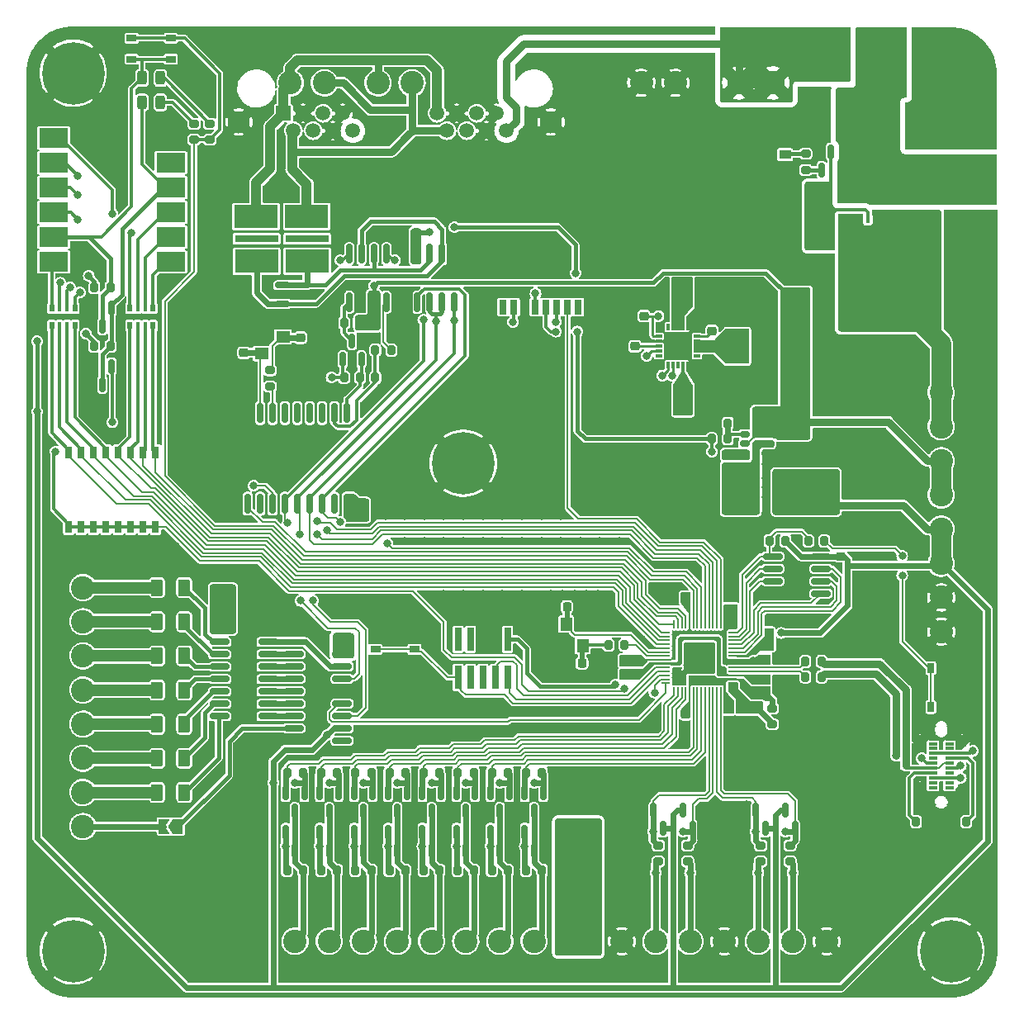
<source format=gbr>
%TF.GenerationSoftware,KiCad,Pcbnew,6.0.4-6f826c9f35~116~ubuntu20.04.1*%
%TF.CreationDate,2022-04-05T11:11:21+02:00*%
%TF.ProjectId,canbrd,63616e62-7264-42e6-9b69-6361645f7063,1.1*%
%TF.SameCoordinates,Original*%
%TF.FileFunction,Copper,L1,Top*%
%TF.FilePolarity,Positive*%
%FSLAX46Y46*%
G04 Gerber Fmt 4.6, Leading zero omitted, Abs format (unit mm)*
G04 Created by KiCad (PCBNEW 6.0.4-6f826c9f35~116~ubuntu20.04.1) date 2022-04-05 11:11:21*
%MOMM*%
%LPD*%
G01*
G04 APERTURE LIST*
G04 Aperture macros list*
%AMRoundRect*
0 Rectangle with rounded corners*
0 $1 Rounding radius*
0 $2 $3 $4 $5 $6 $7 $8 $9 X,Y pos of 4 corners*
0 Add a 4 corners polygon primitive as box body*
4,1,4,$2,$3,$4,$5,$6,$7,$8,$9,$2,$3,0*
0 Add four circle primitives for the rounded corners*
1,1,$1+$1,$2,$3*
1,1,$1+$1,$4,$5*
1,1,$1+$1,$6,$7*
1,1,$1+$1,$8,$9*
0 Add four rect primitives between the rounded corners*
20,1,$1+$1,$2,$3,$4,$5,0*
20,1,$1+$1,$4,$5,$6,$7,0*
20,1,$1+$1,$6,$7,$8,$9,0*
20,1,$1+$1,$8,$9,$2,$3,0*%
%AMRotRect*
0 Rectangle, with rotation*
0 The origin of the aperture is its center*
0 $1 length*
0 $2 width*
0 $3 Rotation angle, in degrees counterclockwise*
0 Add horizontal line*
21,1,$1,$2,0,0,$3*%
%AMFreePoly0*
4,1,6,1.000000,0.000000,0.500000,-0.750000,-0.500000,-0.750000,-0.500000,0.750000,0.500000,0.750000,1.000000,0.000000,1.000000,0.000000,$1*%
%AMFreePoly1*
4,1,6,0.500000,-0.750000,-0.650000,-0.750000,-0.150000,0.000000,-0.650000,0.750000,0.500000,0.750000,0.500000,-0.750000,0.500000,-0.750000,$1*%
G04 Aperture macros list end*
%TA.AperFunction,SMDPad,CuDef*%
%ADD10R,0.800000X1.500000*%
%TD*%
%TA.AperFunction,SMDPad,CuDef*%
%ADD11R,1.450000X2.000000*%
%TD*%
%TA.AperFunction,SMDPad,CuDef*%
%ADD12RoundRect,0.200000X-0.275000X0.200000X-0.275000X-0.200000X0.275000X-0.200000X0.275000X0.200000X0*%
%TD*%
%TA.AperFunction,SMDPad,CuDef*%
%ADD13RoundRect,0.150000X-0.150000X0.587500X-0.150000X-0.587500X0.150000X-0.587500X0.150000X0.587500X0*%
%TD*%
%TA.AperFunction,SMDPad,CuDef*%
%ADD14RoundRect,0.200000X0.200000X0.275000X-0.200000X0.275000X-0.200000X-0.275000X0.200000X-0.275000X0*%
%TD*%
%TA.AperFunction,SMDPad,CuDef*%
%ADD15RoundRect,0.250000X0.250000X0.475000X-0.250000X0.475000X-0.250000X-0.475000X0.250000X-0.475000X0*%
%TD*%
%TA.AperFunction,SMDPad,CuDef*%
%ADD16RoundRect,0.225000X-0.225000X-0.250000X0.225000X-0.250000X0.225000X0.250000X-0.225000X0.250000X0*%
%TD*%
%TA.AperFunction,SMDPad,CuDef*%
%ADD17RoundRect,0.250000X0.375000X0.625000X-0.375000X0.625000X-0.375000X-0.625000X0.375000X-0.625000X0*%
%TD*%
%TA.AperFunction,SMDPad,CuDef*%
%ADD18RoundRect,0.225000X0.225000X0.250000X-0.225000X0.250000X-0.225000X-0.250000X0.225000X-0.250000X0*%
%TD*%
%TA.AperFunction,SMDPad,CuDef*%
%ADD19RoundRect,0.225000X-0.250000X0.225000X-0.250000X-0.225000X0.250000X-0.225000X0.250000X0.225000X0*%
%TD*%
%TA.AperFunction,SMDPad,CuDef*%
%ADD20RoundRect,0.235000X-0.940000X-1.465000X0.940000X-1.465000X0.940000X1.465000X-0.940000X1.465000X0*%
%TD*%
%TA.AperFunction,SMDPad,CuDef*%
%ADD21R,1.200000X1.400000*%
%TD*%
%TA.AperFunction,SMDPad,CuDef*%
%ADD22RoundRect,0.150000X0.150000X-0.587500X0.150000X0.587500X-0.150000X0.587500X-0.150000X-0.587500X0*%
%TD*%
%TA.AperFunction,SMDPad,CuDef*%
%ADD23RoundRect,0.200000X-0.200000X-0.275000X0.200000X-0.275000X0.200000X0.275000X-0.200000X0.275000X0*%
%TD*%
%TA.AperFunction,SMDPad,CuDef*%
%ADD24R,4.500000X2.400000*%
%TD*%
%TA.AperFunction,SMDPad,CuDef*%
%ADD25R,4.500000X0.800000*%
%TD*%
%TA.AperFunction,ComponentPad*%
%ADD26C,2.400000*%
%TD*%
%TA.AperFunction,SMDPad,CuDef*%
%ADD27RoundRect,0.150000X0.150000X-0.825000X0.150000X0.825000X-0.150000X0.825000X-0.150000X-0.825000X0*%
%TD*%
%TA.AperFunction,SMDPad,CuDef*%
%ADD28R,1.000000X0.700000*%
%TD*%
%TA.AperFunction,SMDPad,CuDef*%
%ADD29RoundRect,0.150000X-0.825000X-0.150000X0.825000X-0.150000X0.825000X0.150000X-0.825000X0.150000X0*%
%TD*%
%TA.AperFunction,SMDPad,CuDef*%
%ADD30RoundRect,0.250000X-0.325000X-0.650000X0.325000X-0.650000X0.325000X0.650000X-0.325000X0.650000X0*%
%TD*%
%TA.AperFunction,SMDPad,CuDef*%
%ADD31RoundRect,0.250000X-0.475000X0.250000X-0.475000X-0.250000X0.475000X-0.250000X0.475000X0.250000X0*%
%TD*%
%TA.AperFunction,SMDPad,CuDef*%
%ADD32RoundRect,0.225000X0.250000X-0.225000X0.250000X0.225000X-0.250000X0.225000X-0.250000X-0.225000X0*%
%TD*%
%TA.AperFunction,ComponentPad*%
%ADD33C,0.800000*%
%TD*%
%TA.AperFunction,ComponentPad*%
%ADD34C,6.400000*%
%TD*%
%TA.AperFunction,SMDPad,CuDef*%
%ADD35R,0.500000X0.800000*%
%TD*%
%TA.AperFunction,SMDPad,CuDef*%
%ADD36R,0.400000X0.800000*%
%TD*%
%TA.AperFunction,SMDPad,CuDef*%
%ADD37RoundRect,0.250000X-1.750000X-1.000000X1.750000X-1.000000X1.750000X1.000000X-1.750000X1.000000X0*%
%TD*%
%TA.AperFunction,SMDPad,CuDef*%
%ADD38R,1.400000X1.200000*%
%TD*%
%TA.AperFunction,SMDPad,CuDef*%
%ADD39RoundRect,0.250000X-0.250000X-0.475000X0.250000X-0.475000X0.250000X0.475000X-0.250000X0.475000X0*%
%TD*%
%TA.AperFunction,SMDPad,CuDef*%
%ADD40R,0.740000X2.400000*%
%TD*%
%TA.AperFunction,SMDPad,CuDef*%
%ADD41RoundRect,0.175000X0.325000X0.175000X-0.325000X0.175000X-0.325000X-0.175000X0.325000X-0.175000X0*%
%TD*%
%TA.AperFunction,SMDPad,CuDef*%
%ADD42R,1.500000X4.000000*%
%TD*%
%TA.AperFunction,SMDPad,CuDef*%
%ADD43R,2.300000X2.500000*%
%TD*%
%TA.AperFunction,SMDPad,CuDef*%
%ADD44RoundRect,0.250000X0.475000X-0.250000X0.475000X0.250000X-0.475000X0.250000X-0.475000X-0.250000X0*%
%TD*%
%TA.AperFunction,SMDPad,CuDef*%
%ADD45RoundRect,0.250000X-0.312500X-0.625000X0.312500X-0.625000X0.312500X0.625000X-0.312500X0.625000X0*%
%TD*%
%TA.AperFunction,SMDPad,CuDef*%
%ADD46RoundRect,0.150000X0.825000X0.150000X-0.825000X0.150000X-0.825000X-0.150000X0.825000X-0.150000X0*%
%TD*%
%TA.AperFunction,SMDPad,CuDef*%
%ADD47FreePoly0,180.000000*%
%TD*%
%TA.AperFunction,SMDPad,CuDef*%
%ADD48FreePoly1,180.000000*%
%TD*%
%TA.AperFunction,SMDPad,CuDef*%
%ADD49R,3.000000X2.000000*%
%TD*%
%TA.AperFunction,SMDPad,CuDef*%
%ADD50R,0.760000X1.270000*%
%TD*%
%TA.AperFunction,SMDPad,CuDef*%
%ADD51RoundRect,0.150000X-0.587500X-0.150000X0.587500X-0.150000X0.587500X0.150000X-0.587500X0.150000X0*%
%TD*%
%TA.AperFunction,SMDPad,CuDef*%
%ADD52R,0.900000X1.200000*%
%TD*%
%TA.AperFunction,SMDPad,CuDef*%
%ADD53R,2.500000X2.300000*%
%TD*%
%TA.AperFunction,SMDPad,CuDef*%
%ADD54R,0.890000X0.300000*%
%TD*%
%TA.AperFunction,ComponentPad*%
%ADD55C,1.100000*%
%TD*%
%TA.AperFunction,SMDPad,CuDef*%
%ADD56RotRect,1.030000X0.500000X51.000000*%
%TD*%
%TA.AperFunction,SMDPad,CuDef*%
%ADD57RotRect,1.030000X0.500000X129.000000*%
%TD*%
%TA.AperFunction,SMDPad,CuDef*%
%ADD58RoundRect,0.200000X0.275000X-0.200000X0.275000X0.200000X-0.275000X0.200000X-0.275000X-0.200000X0*%
%TD*%
%TA.AperFunction,SMDPad,CuDef*%
%ADD59R,1.200000X0.900000*%
%TD*%
%TA.AperFunction,SMDPad,CuDef*%
%ADD60RoundRect,0.250001X-0.799999X-2.474999X0.799999X-2.474999X0.799999X2.474999X-0.799999X2.474999X0*%
%TD*%
%TA.AperFunction,SMDPad,CuDef*%
%ADD61RoundRect,0.381000X-1.869000X-1.524000X1.869000X-1.524000X1.869000X1.524000X-1.869000X1.524000X0*%
%TD*%
%TA.AperFunction,SMDPad,CuDef*%
%ADD62R,0.400000X0.650000*%
%TD*%
%TA.AperFunction,ComponentPad*%
%ADD63R,1.500000X1.500000*%
%TD*%
%TA.AperFunction,ComponentPad*%
%ADD64C,1.500000*%
%TD*%
%TA.AperFunction,ComponentPad*%
%ADD65C,2.300000*%
%TD*%
%TA.AperFunction,SMDPad,CuDef*%
%ADD66R,0.700000X1.000000*%
%TD*%
%TA.AperFunction,SMDPad,CuDef*%
%ADD67R,0.300000X0.650000*%
%TD*%
%TA.AperFunction,SMDPad,CuDef*%
%ADD68R,0.650000X0.300000*%
%TD*%
%TA.AperFunction,ComponentPad*%
%ADD69C,0.600000*%
%TD*%
%TA.AperFunction,SMDPad,CuDef*%
%ADD70R,2.850000X2.850000*%
%TD*%
%TA.AperFunction,SMDPad,CuDef*%
%ADD71RoundRect,0.243750X-0.243750X-0.456250X0.243750X-0.456250X0.243750X0.456250X-0.243750X0.456250X0*%
%TD*%
%TA.AperFunction,SMDPad,CuDef*%
%ADD72RoundRect,0.150000X-0.150000X0.875000X-0.150000X-0.875000X0.150000X-0.875000X0.150000X0.875000X0*%
%TD*%
%TA.AperFunction,SMDPad,CuDef*%
%ADD73RoundRect,0.050000X-0.050000X0.387500X-0.050000X-0.387500X0.050000X-0.387500X0.050000X0.387500X0*%
%TD*%
%TA.AperFunction,SMDPad,CuDef*%
%ADD74RoundRect,0.050000X-0.387500X0.050000X-0.387500X-0.050000X0.387500X-0.050000X0.387500X0.050000X0*%
%TD*%
%TA.AperFunction,SMDPad,CuDef*%
%ADD75RoundRect,0.144000X-1.456000X1.456000X-1.456000X-1.456000X1.456000X-1.456000X1.456000X1.456000X0*%
%TD*%
%TA.AperFunction,ViaPad*%
%ADD76C,0.800000*%
%TD*%
%TA.AperFunction,Conductor*%
%ADD77C,0.600000*%
%TD*%
%TA.AperFunction,Conductor*%
%ADD78C,0.400000*%
%TD*%
%TA.AperFunction,Conductor*%
%ADD79C,0.300000*%
%TD*%
%TA.AperFunction,Conductor*%
%ADD80C,0.800000*%
%TD*%
%TA.AperFunction,Conductor*%
%ADD81C,2.000000*%
%TD*%
%TA.AperFunction,Conductor*%
%ADD82C,0.200000*%
%TD*%
%TA.AperFunction,Conductor*%
%ADD83C,0.500000*%
%TD*%
%TA.AperFunction,Conductor*%
%ADD84C,0.250000*%
%TD*%
%TA.AperFunction,Conductor*%
%ADD85C,1.000000*%
%TD*%
%TA.AperFunction,Conductor*%
%ADD86C,1.200000*%
%TD*%
G04 APERTURE END LIST*
D10*
%TO.P,J2,1,DAT2*%
%TO.N,unconnected-(J2-Pad1)*%
X156800000Y-79000000D03*
%TO.P,J2,2,DAT3/CD*%
%TO.N,/MCU/SD_~{CS}*%
X155700000Y-79000000D03*
%TO.P,J2,3,CMD*%
%TO.N,/CAN/MOSI*%
X154600000Y-79000000D03*
%TO.P,J2,4,VDD*%
%TO.N,+3V3*%
X153500000Y-79000000D03*
%TO.P,J2,5,CLK*%
%TO.N,/CAN/SCK*%
X152400000Y-79000000D03*
%TO.P,J2,6,VSS*%
%TO.N,GND*%
X151300000Y-79000000D03*
%TO.P,J2,7,DAT0*%
%TO.N,/CAN/MISO*%
X150200000Y-79000000D03*
%TO.P,J2,8,DAT1*%
%TO.N,unconnected-(J2-Pad8)*%
X149100000Y-79000000D03*
D11*
%TO.P,J2,9,SHIELD*%
%TO.N,GND*%
X160475000Y-81600000D03*
X146725000Y-81600000D03*
X146725000Y-73300000D03*
X160475000Y-73300000D03*
%TD*%
D12*
%TO.P,R35,1*%
%TO.N,/IO/RP11*%
X178500000Y-134175000D03*
%TO.P,R35,2*%
%TO.N,/Connectors/IO11*%
X178500000Y-135825000D03*
%TD*%
D13*
%TO.P,D13,1,A*%
%TO.N,GND*%
X149700000Y-132812500D03*
%TO.P,D13,2,K*%
%TO.N,VIO*%
X147800000Y-132812500D03*
%TO.P,D13,3,K*%
%TO.N,/Connectors/IO6*%
X148750000Y-134687500D03*
%TD*%
D14*
%TO.P,R28,1*%
%TO.N,+3V3*%
X149575000Y-126750000D03*
%TO.P,R28,2*%
%TO.N,/IO/RP6*%
X147925000Y-126750000D03*
%TD*%
D15*
%TO.P,C31,1*%
%TO.N,+5V*%
X178458035Y-78100000D03*
%TO.P,C31,2*%
%TO.N,GND*%
X176558035Y-78100000D03*
%TD*%
D16*
%TO.P,C2,1*%
%TO.N,+1V1*%
X176025000Y-113650000D03*
%TO.P,C2,2*%
%TO.N,GND*%
X177575000Y-113650000D03*
%TD*%
D17*
%TO.P,F7,1*%
%TO.N,Net-(F7-Pad1)*%
X116400000Y-128750000D03*
%TO.P,F7,2*%
%TO.N,/Connectors/OUT6*%
X113600000Y-128750000D03*
%TD*%
D13*
%TO.P,Q9,1,G*%
%TO.N,+3V3*%
X149700000Y-128812500D03*
%TO.P,Q9,2,S*%
%TO.N,/IO/RP6*%
X147800000Y-128812500D03*
%TO.P,Q9,3,D*%
%TO.N,/Connectors/IO6*%
X148750000Y-130687500D03*
%TD*%
D18*
%TO.P,C8,1*%
%TO.N,+3V3*%
X161475000Y-115150000D03*
%TO.P,C8,2*%
%TO.N,GND*%
X159925000Y-115150000D03*
%TD*%
%TO.P,C9,1*%
%TO.N,+3V3*%
X167775000Y-108700000D03*
%TO.P,C9,2*%
%TO.N,GND*%
X166225000Y-108700000D03*
%TD*%
D14*
%TO.P,R4,1*%
%TO.N,+3V3*%
X178025000Y-102950000D03*
%TO.P,R4,2*%
%TO.N,/MCU/QSPI_~{CS}*%
X176375000Y-102950000D03*
%TD*%
D19*
%TO.P,C6,1*%
%TO.N,+3V3*%
X172200000Y-120175000D03*
%TO.P,C6,2*%
%TO.N,GND*%
X172200000Y-121725000D03*
%TD*%
D16*
%TO.P,C15,1*%
%TO.N,GND*%
X155625000Y-115500000D03*
%TO.P,C15,2*%
%TO.N,/MCU/RP_XOUT*%
X157175000Y-115500000D03*
%TD*%
D18*
%TO.P,C3,1*%
%TO.N,+1V1*%
X161475000Y-116650000D03*
%TO.P,C3,2*%
%TO.N,GND*%
X159925000Y-116650000D03*
%TD*%
D14*
%TO.P,R42,1*%
%TO.N,Net-(J10-PadB5)*%
X196575000Y-131750000D03*
%TO.P,R42,2*%
%TO.N,GND*%
X194925000Y-131750000D03*
%TD*%
D20*
%TO.P,L1,1,1*%
%TO.N,/Power/MAX_LX*%
X172983035Y-83000000D03*
%TO.P,L1,2,2*%
%TO.N,+5V*%
X179033035Y-83000000D03*
%TD*%
D21*
%TO.P,Y1,1,1*%
%TO.N,/MCU/RP_XOUT*%
X157250000Y-113700000D03*
%TO.P,Y1,2,2*%
%TO.N,GND*%
X157250000Y-111500000D03*
%TO.P,Y1,3,3*%
%TO.N,/MCU/RP_XIN*%
X155550000Y-111500000D03*
%TO.P,Y1,4,4*%
%TO.N,GND*%
X155550000Y-113700000D03*
%TD*%
D22*
%TO.P,D14,1,A*%
%TO.N,GND*%
X174050000Y-132437500D03*
%TO.P,D14,2,K*%
%TO.N,+3V3*%
X175950000Y-132437500D03*
%TO.P,D14,3,K*%
%TO.N,/IO/RP10*%
X175000000Y-130562500D03*
%TD*%
D23*
%TO.P,R19,1*%
%TO.N,VIO*%
X140925000Y-136750000D03*
%TO.P,R19,2*%
%TO.N,/Connectors/IO4*%
X142575000Y-136750000D03*
%TD*%
D24*
%TO.P,D1,1*%
%TO.N,Net-(D1-Pad1)*%
X123800000Y-74300000D03*
D25*
%TO.P,D1,2*%
%TO.N,N/C*%
X123800000Y-72000000D03*
D24*
%TO.P,D1,3*%
%TO.N,/CAN/CANH*%
X123750000Y-69700000D03*
%TD*%
D23*
%TO.P,R22,1*%
%TO.N,VIO*%
X130425000Y-136750000D03*
%TO.P,R22,2*%
%TO.N,/Connectors/IO1*%
X132075000Y-136750000D03*
%TD*%
%TO.P,R14,1*%
%TO.N,+3V3*%
X107175000Y-83000000D03*
%TO.P,R14,2*%
%TO.N,/DISP+SW/nDig*%
X108825000Y-83000000D03*
%TD*%
%TO.P,R27,1*%
%TO.N,VIO*%
X133925000Y-136750000D03*
%TO.P,R27,2*%
%TO.N,/Connectors/IO2*%
X135575000Y-136750000D03*
%TD*%
D26*
%TO.P,J11,1,Pin_1*%
%TO.N,/Connectors/IO0*%
X127750000Y-144000000D03*
%TO.P,J11,2,Pin_2*%
%TO.N,/Connectors/IO1*%
X131250000Y-144000000D03*
%TO.P,J11,3,Pin_3*%
%TO.N,/Connectors/IO2*%
X134750000Y-144000000D03*
%TO.P,J11,4,Pin_4*%
%TO.N,/Connectors/IO3*%
X138250000Y-144000000D03*
%TO.P,J11,5,Pin_5*%
%TO.N,/Connectors/IO4*%
X141750000Y-144000000D03*
%TO.P,J11,6,Pin_6*%
%TO.N,/Connectors/IO5*%
X145250000Y-144000000D03*
%TO.P,J11,7,Pin_7*%
%TO.N,/Connectors/IO6*%
X148750000Y-144000000D03*
%TO.P,J11,8,Pin_8*%
%TO.N,/Connectors/IO7*%
X152250000Y-144000000D03*
%TD*%
D19*
%TO.P,C29,1*%
%TO.N,/Power/MAX_BST*%
X170508035Y-81450000D03*
%TO.P,C29,2*%
%TO.N,/Power/MAX_LX*%
X170508035Y-83000000D03*
%TD*%
D27*
%TO.P,U3,1,TXD*%
%TO.N,/CAN/CAN_Tx_HV*%
X133295000Y-78475000D03*
%TO.P,U3,2,GND*%
%TO.N,GND*%
X134565000Y-78475000D03*
%TO.P,U3,3,VCC*%
%TO.N,+5V*%
X135835000Y-78475000D03*
%TO.P,U3,4,RXD*%
%TO.N,/CAN/CAN_Rx_HV*%
X137105000Y-78475000D03*
%TO.P,U3,5,VIO*%
%TO.N,/CAN/Pin5*%
X137105000Y-73525000D03*
%TO.P,U3,6,CANL*%
%TO.N,Net-(D2-Pad1)*%
X135835000Y-73525000D03*
%TO.P,U3,7,CANH*%
%TO.N,Net-(D1-Pad1)*%
X134565000Y-73525000D03*
%TO.P,U3,8,S*%
%TO.N,/CAN/Pin8*%
X133295000Y-73525000D03*
%TD*%
D23*
%TO.P,R3,1*%
%TO.N,/MCU/USB_XDM*%
X180075000Y-116900000D03*
%TO.P,R3,2*%
%TO.N,/Connectors/USB-*%
X181725000Y-116900000D03*
%TD*%
D28*
%TO.P,SW2,1,1*%
%TO.N,GND*%
X140000000Y-111925000D03*
X136000000Y-111925000D03*
%TO.P,SW2,2,2*%
%TO.N,/MCU/RP_~{RESET}*%
X136000000Y-114075000D03*
X140000000Y-114075000D03*
%TD*%
D13*
%TO.P,D15,1,A*%
%TO.N,GND*%
X139200000Y-132812500D03*
%TO.P,D15,2,K*%
%TO.N,VIO*%
X137300000Y-132812500D03*
%TO.P,D15,3,K*%
%TO.N,/Connectors/IO3*%
X138250000Y-134687500D03*
%TD*%
%TO.P,Q11,1,G*%
%TO.N,+3V3*%
X153200000Y-128812500D03*
%TO.P,Q11,2,S*%
%TO.N,/IO/RP7*%
X151300000Y-128812500D03*
%TO.P,Q11,3,D*%
%TO.N,/Connectors/IO7*%
X152250000Y-130687500D03*
%TD*%
D23*
%TO.P,R2,1*%
%TO.N,/MCU/USB_XDP*%
X180075000Y-115300000D03*
%TO.P,R2,2*%
%TO.N,/Connectors/USB+*%
X181725000Y-115300000D03*
%TD*%
D29*
%TO.P,U7,1,QB*%
%TO.N,Net-(U7-Pad1)*%
X127625000Y-114555000D03*
%TO.P,U7,2,QC*%
%TO.N,Net-(U7-Pad2)*%
X127625000Y-115825000D03*
%TO.P,U7,3,QD*%
%TO.N,Net-(U7-Pad3)*%
X127625000Y-117095000D03*
%TO.P,U7,4,QE*%
%TO.N,Net-(U7-Pad4)*%
X127625000Y-118365000D03*
%TO.P,U7,5,QF*%
%TO.N,Net-(U7-Pad5)*%
X127625000Y-119635000D03*
%TO.P,U7,6,QG*%
%TO.N,Net-(U7-Pad6)*%
X127625000Y-120905000D03*
%TO.P,U7,7,QH*%
%TO.N,Net-(JP9-Pad1)*%
X127625000Y-122175000D03*
%TO.P,U7,8,GND*%
%TO.N,GND*%
X127625000Y-123445000D03*
%TO.P,U7,9,QH'*%
%TO.N,unconnected-(U7-Pad9)*%
X132575000Y-123445000D03*
%TO.P,U7,10,~{SRCLR}*%
%TO.N,+3V3*%
X132575000Y-122175000D03*
%TO.P,U7,11,SRCLK*%
%TO.N,/CAN/SCK*%
X132575000Y-120905000D03*
%TO.P,U7,12,RCLK*%
%TO.N,/IO Expander/595_~{CS}*%
X132575000Y-119635000D03*
%TO.P,U7,13,~{OE}*%
%TO.N,GND*%
X132575000Y-118365000D03*
%TO.P,U7,14,SER*%
%TO.N,/CAN/MOSI*%
X132575000Y-117095000D03*
%TO.P,U7,15,QA*%
%TO.N,Net-(U7-Pad15)*%
X132575000Y-115825000D03*
%TO.P,U7,16,VCC*%
%TO.N,+3V3*%
X132575000Y-114555000D03*
%TD*%
D30*
%TO.P,C27,1*%
%TO.N,+24V*%
X167533035Y-78100000D03*
%TO.P,C27,2*%
%TO.N,GND*%
X170483035Y-78100000D03*
%TD*%
D31*
%TO.P,C35,1*%
%TO.N,+5V*%
X178200000Y-92050001D03*
%TO.P,C35,2*%
%TO.N,GND*%
X178200000Y-93950001D03*
%TD*%
D26*
%TO.P,J8,1,Pin_1*%
%TO.N,GND*%
X194000000Y-112250000D03*
%TO.P,J8,2,Pin_2*%
X194000000Y-108750000D03*
%TO.P,J8,3,Pin_3*%
%TO.N,+3V3*%
X194000000Y-105250000D03*
%TO.P,J8,4,Pin_4*%
X194000000Y-101750000D03*
%TO.P,J8,5,Pin_5*%
%TO.N,+5V*%
X194000000Y-98250000D03*
%TO.P,J8,6,Pin_6*%
X194000000Y-94750000D03*
%TO.P,J8,7,Pin_7*%
%TO.N,+24V*%
X194000000Y-91250000D03*
%TO.P,J8,8,Pin_8*%
X194000000Y-87750000D03*
%TD*%
D23*
%TO.P,R6,1*%
%TO.N,/MCU/RP_XOUT*%
X159875000Y-113650000D03*
%TO.P,R6,2*%
%TO.N,Net-(R6-Pad2)*%
X161525000Y-113650000D03*
%TD*%
D32*
%TO.P,C10,1*%
%TO.N,+3V3*%
X172600000Y-110025000D03*
%TO.P,C10,2*%
%TO.N,GND*%
X172600000Y-108475000D03*
%TD*%
D17*
%TO.P,F2,1*%
%TO.N,Net-(F2-Pad1)*%
X116400000Y-111250000D03*
%TO.P,F2,2*%
%TO.N,/Connectors/OUT1*%
X113600000Y-111250000D03*
%TD*%
D33*
%TO.P,H1,1,1*%
%TO.N,GND*%
X106697056Y-56697056D03*
X107400000Y-55000000D03*
X103302944Y-53302944D03*
X102600000Y-55000000D03*
X103302944Y-56697056D03*
D34*
X105000000Y-55000000D03*
D33*
X105000000Y-57400000D03*
X105000000Y-52600000D03*
X106697056Y-53302944D03*
%TD*%
D13*
%TO.P,D16,1,A*%
%TO.N,GND*%
X153200000Y-132812500D03*
%TO.P,D16,2,K*%
%TO.N,VIO*%
X151300000Y-132812500D03*
%TO.P,D16,3,K*%
%TO.N,/Connectors/IO7*%
X152250000Y-134687500D03*
%TD*%
D12*
%TO.P,R20,1*%
%TO.N,/IO/RP8*%
X165000000Y-134175000D03*
%TO.P,R20,2*%
%TO.N,/Connectors/IO8*%
X165000000Y-135825000D03*
%TD*%
D14*
%TO.P,R37,1*%
%TO.N,+24V*%
X183825000Y-79000000D03*
%TO.P,R37,2*%
%TO.N,GND*%
X182175000Y-79000000D03*
%TD*%
D35*
%TO.P,RN2,1,R1.1*%
%TO.N,/DISP+SW/Seg.4*%
X110800000Y-80900000D03*
D36*
%TO.P,RN2,2,R2.1*%
%TO.N,/DISP+SW/Seg.5*%
X111600000Y-80900000D03*
%TO.P,RN2,3,R3.1*%
%TO.N,/DISP+SW/Seg.6*%
X112400000Y-80900000D03*
D35*
%TO.P,RN2,4,R4.1*%
%TO.N,/DISP+SW/Seg.7*%
X113200000Y-80900000D03*
%TO.P,RN2,5,R4.2*%
%TO.N,/DISP+SW/SegR.7*%
X113200000Y-79100000D03*
D36*
%TO.P,RN2,6,R3.2*%
%TO.N,/DISP+SW/SegR.6*%
X112400000Y-79100000D03*
%TO.P,RN2,7,R2.2*%
%TO.N,/DISP+SW/SegR.5*%
X111600000Y-79100000D03*
D35*
%TO.P,RN2,8,R1.2*%
%TO.N,/DISP+SW/SegR.4*%
X110800000Y-79100000D03*
%TD*%
D14*
%TO.P,R33,1*%
%TO.N,+3V3*%
X153075000Y-126750000D03*
%TO.P,R33,2*%
%TO.N,/IO/RP7*%
X151425000Y-126750000D03*
%TD*%
D18*
%TO.P,C14,1*%
%TO.N,GND*%
X157175000Y-109700000D03*
%TO.P,C14,2*%
%TO.N,/MCU/RP_XIN*%
X155625000Y-109700000D03*
%TD*%
D26*
%TO.P,J7,1,Pin_1*%
%TO.N,/CAN/CANL*%
X139750000Y-56000000D03*
%TO.P,J7,2,Pin_2*%
%TO.N,/CAN/CANH*%
X136250000Y-56000000D03*
%TD*%
D13*
%TO.P,Q4,1,G*%
%TO.N,+3V3*%
X128700000Y-128812500D03*
%TO.P,Q4,2,S*%
%TO.N,/IO/RP0*%
X126800000Y-128812500D03*
%TO.P,Q4,3,D*%
%TO.N,/Connectors/IO0*%
X127750000Y-130687500D03*
%TD*%
D23*
%TO.P,R7,1*%
%TO.N,+3V3*%
X132775000Y-86200000D03*
%TO.P,R7,2*%
%TO.N,/CAN/CAN_Tx_LV*%
X134425000Y-86200000D03*
%TD*%
D14*
%TO.P,R40,1*%
%TO.N,/Power/AP_FB*%
X172125000Y-90900000D03*
%TO.P,R40,2*%
%TO.N,GND*%
X170475000Y-90900000D03*
%TD*%
%TO.P,R23,1*%
%TO.N,+3V3*%
X146075000Y-126750000D03*
%TO.P,R23,2*%
%TO.N,/IO/RP5*%
X144425000Y-126750000D03*
%TD*%
D26*
%TO.P,J3,1,Pin_1*%
%TO.N,GND*%
X166750000Y-56000000D03*
%TO.P,J3,2,Pin_2*%
X163250000Y-56000000D03*
%TD*%
D37*
%TO.P,C23,1*%
%TO.N,+24V*%
X190950000Y-71000000D03*
%TO.P,C23,2*%
%TO.N,GND*%
X197050000Y-71000000D03*
%TD*%
D13*
%TO.P,Q5,1,G*%
%TO.N,+3V3*%
X142700000Y-128812500D03*
%TO.P,Q5,2,S*%
%TO.N,/IO/RP4*%
X140800000Y-128812500D03*
%TO.P,Q5,3,D*%
%TO.N,/Connectors/IO4*%
X141750000Y-130687500D03*
%TD*%
D23*
%TO.P,R41,1*%
%TO.N,Net-(J10-PadA5)*%
X191425000Y-131750000D03*
%TO.P,R41,2*%
%TO.N,GND*%
X193075000Y-131750000D03*
%TD*%
%TO.P,R39,1*%
%TO.N,+3V3*%
X170475000Y-92500000D03*
%TO.P,R39,2*%
%TO.N,/Power/AP_FB*%
X172125000Y-92500000D03*
%TD*%
D26*
%TO.P,J6,1,Pin_1*%
%TO.N,/CAN/CANL*%
X130750000Y-56000000D03*
%TO.P,J6,2,Pin_2*%
%TO.N,/CAN/CANH*%
X127250000Y-56000000D03*
%TD*%
D37*
%TO.P,C24,1*%
%TO.N,+24V*%
X190950000Y-80000000D03*
%TO.P,C24,2*%
%TO.N,GND*%
X197050000Y-80000000D03*
%TD*%
D14*
%TO.P,R16,1*%
%TO.N,+3V3*%
X128575000Y-126750000D03*
%TO.P,R16,2*%
%TO.N,/IO/RP0*%
X126925000Y-126750000D03*
%TD*%
D23*
%TO.P,R17,1*%
%TO.N,VIO*%
X126925000Y-136750000D03*
%TO.P,R17,2*%
%TO.N,/Connectors/IO0*%
X128575000Y-136750000D03*
%TD*%
D35*
%TO.P,RN1,1,R1.1*%
%TO.N,/DISP+SW/Seg.0*%
X102800000Y-80900000D03*
D36*
%TO.P,RN1,2,R2.1*%
%TO.N,/DISP+SW/Seg.1*%
X103600000Y-80900000D03*
%TO.P,RN1,3,R3.1*%
%TO.N,/DISP+SW/Seg.2*%
X104400000Y-80900000D03*
D35*
%TO.P,RN1,4,R4.1*%
%TO.N,/DISP+SW/Seg.3*%
X105200000Y-80900000D03*
%TO.P,RN1,5,R4.2*%
%TO.N,/DISP+SW/SegR.3*%
X105200000Y-79100000D03*
D36*
%TO.P,RN1,6,R3.2*%
%TO.N,/DISP+SW/SegR.2*%
X104400000Y-79100000D03*
%TO.P,RN1,7,R2.2*%
%TO.N,/DISP+SW/SegR.1*%
X103600000Y-79100000D03*
D35*
%TO.P,RN1,8,R1.2*%
%TO.N,/DISP+SW/SegR.0*%
X102800000Y-79100000D03*
%TD*%
D23*
%TO.P,R10,1*%
%TO.N,/CAN/CAN_Rx_LV*%
X135975000Y-86200000D03*
%TO.P,R10,2*%
%TO.N,GND*%
X137625000Y-86200000D03*
%TD*%
D17*
%TO.P,F5,1*%
%TO.N,Net-(F5-Pad1)*%
X116400000Y-121750000D03*
%TO.P,F5,2*%
%TO.N,/Connectors/OUT4*%
X113600000Y-121750000D03*
%TD*%
D38*
%TO.P,Y2,1,1*%
%TO.N,/CAN/CAN_OSC1*%
X124300000Y-83750000D03*
%TO.P,Y2,2,2*%
%TO.N,GND*%
X126500000Y-83750000D03*
%TO.P,Y2,3,3*%
%TO.N,/CAN/CAN_OSC2*%
X126500000Y-82050000D03*
%TO.P,Y2,4,4*%
%TO.N,GND*%
X124300000Y-82050000D03*
%TD*%
D15*
%TO.P,C26,1*%
%TO.N,/Power/revprot_gate*%
X180550000Y-68500000D03*
%TO.P,C26,2*%
%TO.N,GND*%
X178650000Y-68500000D03*
%TD*%
D27*
%TO.P,U5,1,RO*%
%TO.N,/CAN/~{CS}*%
X140295000Y-78475000D03*
%TO.P,U5,2,~{RE}*%
%TO.N,/CAN/MOSI*%
X141565000Y-78475000D03*
%TO.P,U5,3,DE*%
X142835000Y-78475000D03*
%TO.P,U5,4,DI*%
%TO.N,/CAN/MISO*%
X144105000Y-78475000D03*
%TO.P,U5,5,GND*%
%TO.N,GND*%
X144105000Y-73525000D03*
%TO.P,U5,6,A*%
%TO.N,Net-(D1-Pad1)*%
X142835000Y-73525000D03*
%TO.P,U5,7,B*%
%TO.N,Net-(D2-Pad1)*%
X141565000Y-73525000D03*
%TO.P,U5,8,VCC*%
%TO.N,+3V3*%
X140295000Y-73525000D03*
%TD*%
D19*
%TO.P,C32,1*%
%TO.N,/Power/MAX_SS*%
X162600000Y-83000000D03*
%TO.P,C32,2*%
%TO.N,GND*%
X162600000Y-84550000D03*
%TD*%
%TO.P,C17,1*%
%TO.N,GND*%
X122500000Y-82125000D03*
%TO.P,C17,2*%
%TO.N,/CAN/CAN_OSC1*%
X122500000Y-83675000D03*
%TD*%
D13*
%TO.P,D17,1,A*%
%TO.N,GND*%
X179950000Y-130562500D03*
%TO.P,D17,2,K*%
%TO.N,+3V3*%
X178050000Y-130562500D03*
%TO.P,D17,3,K*%
%TO.N,/IO/RP11*%
X179000000Y-132437500D03*
%TD*%
D26*
%TO.P,J4,1,Pin_1*%
%TO.N,/Connectors/Field24V*%
X176750000Y-56000000D03*
%TO.P,J4,2,Pin_2*%
X173250000Y-56000000D03*
%TD*%
D32*
%TO.P,C16,1*%
%TO.N,GND*%
X128300000Y-83675000D03*
%TO.P,C16,2*%
%TO.N,/CAN/CAN_OSC2*%
X128300000Y-82125000D03*
%TD*%
D12*
%TO.P,R25,1*%
%TO.N,/IO/RP9*%
X168000000Y-134175000D03*
%TO.P,R25,2*%
%TO.N,/Connectors/IO9*%
X168000000Y-135825000D03*
%TD*%
D19*
%TO.P,C34,1*%
%TO.N,/Power/AP_BST*%
X172100000Y-94075000D03*
%TO.P,C34,2*%
%TO.N,/Power/SW3v3*%
X172100000Y-95625000D03*
%TD*%
D23*
%TO.P,R5,1*%
%TO.N,/MCU/QSPI_~{CS}*%
X180375000Y-102950000D03*
%TO.P,R5,2*%
%TO.N,/MCU/~{BOOTSEL}*%
X182025000Y-102950000D03*
%TD*%
D24*
%TO.P,D2,1*%
%TO.N,Net-(D2-Pad1)*%
X129000000Y-74300000D03*
D25*
%TO.P,D2,2*%
%TO.N,N/C*%
X129000000Y-72000000D03*
D24*
%TO.P,D2,3*%
%TO.N,/CAN/CANL*%
X128950000Y-69700000D03*
%TD*%
D39*
%TO.P,C22,1*%
%TO.N,/Power/Fused24V*%
X189050000Y-62000000D03*
%TO.P,C22,2*%
%TO.N,GND*%
X190950000Y-62000000D03*
%TD*%
D13*
%TO.P,Q2,1,G*%
%TO.N,/DISP+SW/nDig*%
X108950000Y-79062500D03*
%TO.P,Q2,2,S*%
%TO.N,GND*%
X107050000Y-79062500D03*
%TO.P,Q2,3,D*%
%TO.N,/DISP+SW/~{nDig}*%
X108000000Y-80937500D03*
%TD*%
D40*
%TO.P,J1,1,VTref*%
%TO.N,+3V3*%
X149540000Y-113050000D03*
%TO.P,J1,2,SWDIO/TMS*%
%TO.N,/MCU/RP_SWDIO*%
X149540000Y-116950000D03*
%TO.P,J1,3,GND*%
%TO.N,GND*%
X148270000Y-113050000D03*
%TO.P,J1,4,SWDCLK/TCK*%
%TO.N,/MCU/RP_SWCLK*%
X148270000Y-116950000D03*
%TO.P,J1,5,GND*%
%TO.N,GND*%
X147000000Y-113050000D03*
%TO.P,J1,6,SWO/TDO*%
%TO.N,unconnected-(J1-Pad6)*%
X147000000Y-116950000D03*
%TO.P,J1,7,KEY*%
%TO.N,unconnected-(J1-Pad7)*%
X145730000Y-113050000D03*
%TO.P,J1,8,NC/TDI*%
%TO.N,unconnected-(J1-Pad8)*%
X145730000Y-116950000D03*
%TO.P,J1,9,GNDDetect*%
%TO.N,unconnected-(J1-Pad9)*%
X144460000Y-113050000D03*
%TO.P,J1,10,~{RESET}*%
%TO.N,/MCU/RP_~{RESET}*%
X144460000Y-116950000D03*
%TD*%
D13*
%TO.P,D9,1,A*%
%TO.N,GND*%
X132200000Y-132812500D03*
%TO.P,D9,2,K*%
%TO.N,VIO*%
X130300000Y-132812500D03*
%TO.P,D9,3,K*%
%TO.N,/Connectors/IO1*%
X131250000Y-134687500D03*
%TD*%
D15*
%TO.P,C30,1*%
%TO.N,+5V*%
X178458035Y-87900000D03*
%TO.P,C30,2*%
%TO.N,GND*%
X176558035Y-87900000D03*
%TD*%
D18*
%TO.P,C21,1*%
%TO.N,+3V3*%
X132175000Y-112900000D03*
%TO.P,C21,2*%
%TO.N,GND*%
X130625000Y-112900000D03*
%TD*%
D30*
%TO.P,C28,1*%
%TO.N,+24V*%
X167525000Y-87900000D03*
%TO.P,C28,2*%
%TO.N,GND*%
X170475000Y-87900000D03*
%TD*%
D33*
%TO.P,H2,1,1*%
%TO.N,GND*%
X193302944Y-56697056D03*
D34*
X195000000Y-55000000D03*
D33*
X195000000Y-57400000D03*
X196697056Y-53302944D03*
X197400000Y-55000000D03*
X195000000Y-52600000D03*
X192600000Y-55000000D03*
X196697056Y-56697056D03*
X193302944Y-53302944D03*
%TD*%
D41*
%TO.P,U10,1,GND*%
%TO.N,GND*%
X176100000Y-93950000D03*
%TO.P,U10,2,SW*%
%TO.N,/Power/SW3v3*%
X176100000Y-93000000D03*
%TO.P,U10,3,VIN*%
%TO.N,+5V*%
X176100000Y-92050000D03*
%TO.P,U10,4,FB*%
%TO.N,/Power/AP_FB*%
X173900000Y-92050000D03*
%TO.P,U10,5,EN*%
%TO.N,+5V*%
X173900000Y-93000000D03*
%TO.P,U10,6,BST*%
%TO.N,/Power/AP_BST*%
X173900000Y-93950000D03*
%TD*%
D42*
%TO.P,L2,1,1*%
%TO.N,/Power/SW3v3*%
X173950000Y-97700000D03*
%TO.P,L2,2,2*%
%TO.N,+3V3*%
X177550000Y-97700000D03*
%TD*%
D43*
%TO.P,D18,1,A1*%
%TO.N,GND*%
X157000000Y-128850000D03*
%TO.P,D18,2,A2*%
%TO.N,VIO*%
X157000000Y-133150000D03*
%TD*%
D44*
%TO.P,C36,1*%
%TO.N,+3V3*%
X180500000Y-96650000D03*
%TO.P,C36,2*%
%TO.N,GND*%
X180500000Y-94750000D03*
%TD*%
D13*
%TO.P,D6,1,A*%
%TO.N,GND*%
X128700000Y-132812500D03*
%TO.P,D6,2,K*%
%TO.N,VIO*%
X126800000Y-132812500D03*
%TO.P,D6,3,K*%
%TO.N,/Connectors/IO0*%
X127750000Y-134687500D03*
%TD*%
D12*
%TO.P,R11,1*%
%TO.N,/CAN/CAN_OSC2*%
X125200000Y-85475000D03*
%TO.P,R11,2*%
%TO.N,Net-(R11-Pad2)*%
X125200000Y-87125000D03*
%TD*%
D26*
%TO.P,J9,1,Pin_1*%
%TO.N,/Connectors/OUT0*%
X106000000Y-107750000D03*
%TO.P,J9,2,Pin_2*%
%TO.N,/Connectors/OUT1*%
X106000000Y-111250000D03*
%TO.P,J9,3,Pin_3*%
%TO.N,/Connectors/OUT2*%
X106000000Y-114750000D03*
%TO.P,J9,4,Pin_4*%
%TO.N,/Connectors/OUT3*%
X106000000Y-118250000D03*
%TO.P,J9,5,Pin_5*%
%TO.N,/Connectors/OUT4*%
X106000000Y-121750000D03*
%TO.P,J9,6,Pin_6*%
%TO.N,/Connectors/OUT5*%
X106000000Y-125250000D03*
%TO.P,J9,7,Pin_7*%
%TO.N,/Connectors/OUT6*%
X106000000Y-128750000D03*
%TO.P,J9,8,Pin_8*%
%TO.N,/Connectors/OUT7*%
X106000000Y-132250000D03*
%TD*%
D33*
%TO.P,H3,1,1*%
%TO.N,GND*%
X142600000Y-95000000D03*
X147400000Y-95000000D03*
X145000000Y-97400000D03*
X143302944Y-93302944D03*
X143302944Y-96697056D03*
D34*
X145000000Y-95000000D03*
D33*
X146697056Y-93302944D03*
X146697056Y-96697056D03*
X145000000Y-92600000D03*
%TD*%
D19*
%TO.P,C12,1*%
%TO.N,+3.3VA*%
X173700000Y-120175000D03*
%TO.P,C12,2*%
%TO.N,GND*%
X173700000Y-121725000D03*
%TD*%
D14*
%TO.P,R8,1*%
%TO.N,+5V*%
X134425000Y-80600000D03*
%TO.P,R8,2*%
%TO.N,/CAN/CAN_Tx_HV*%
X132775000Y-80600000D03*
%TD*%
D32*
%TO.P,C13,1*%
%TO.N,+3V3*%
X183700000Y-104550000D03*
%TO.P,C13,2*%
%TO.N,GND*%
X183700000Y-103000000D03*
%TD*%
D45*
%TO.P,RV1,1*%
%TO.N,/Power/Fused24V*%
X188537500Y-59500000D03*
%TO.P,RV1,2*%
%TO.N,GND*%
X191462500Y-59500000D03*
%TD*%
D46*
%TO.P,U8,1,I1*%
%TO.N,Net-(U7-Pad6)*%
X124975000Y-120945000D03*
%TO.P,U8,2,I2*%
%TO.N,Net-(U7-Pad5)*%
X124975000Y-119675000D03*
%TO.P,U8,3,I3*%
%TO.N,Net-(U7-Pad4)*%
X124975000Y-118405000D03*
%TO.P,U8,4,I4*%
%TO.N,Net-(U7-Pad3)*%
X124975000Y-117135000D03*
%TO.P,U8,5,I5*%
%TO.N,Net-(U7-Pad2)*%
X124975000Y-115865000D03*
%TO.P,U8,6,I6*%
%TO.N,Net-(U7-Pad1)*%
X124975000Y-114595000D03*
%TO.P,U8,7,I7*%
%TO.N,Net-(U7-Pad15)*%
X124975000Y-113325000D03*
%TO.P,U8,8,GND*%
%TO.N,GND*%
X124975000Y-112055000D03*
%TO.P,U8,9,COM*%
%TO.N,/IO Expander/O_TVS*%
X120025000Y-112055000D03*
%TO.P,U8,10,O7*%
%TO.N,Net-(F1-Pad1)*%
X120025000Y-113325000D03*
%TO.P,U8,11,O6*%
%TO.N,Net-(F2-Pad1)*%
X120025000Y-114595000D03*
%TO.P,U8,12,O5*%
%TO.N,Net-(F3-Pad1)*%
X120025000Y-115865000D03*
%TO.P,U8,13,O4*%
%TO.N,Net-(F4-Pad1)*%
X120025000Y-117135000D03*
%TO.P,U8,14,O3*%
%TO.N,Net-(F5-Pad1)*%
X120025000Y-118405000D03*
%TO.P,U8,15,O2*%
%TO.N,Net-(F6-Pad1)*%
X120025000Y-119675000D03*
%TO.P,U8,16,O1*%
%TO.N,Net-(F7-Pad1)*%
X120025000Y-120945000D03*
%TD*%
D32*
%TO.P,C18,1*%
%TO.N,+3V3*%
X134850000Y-99125000D03*
%TO.P,C18,2*%
%TO.N,GND*%
X134850000Y-97575000D03*
%TD*%
D47*
%TO.P,JP9,1,A*%
%TO.N,Net-(JP9-Pad1)*%
X115725000Y-132250000D03*
D48*
%TO.P,JP9,2,B*%
%TO.N,/Connectors/OUT7*%
X114275000Y-132250000D03*
%TD*%
D49*
%TO.P,U6,1,g*%
%TO.N,/DISP+SW/SegR.4*%
X103000000Y-61650000D03*
%TO.P,U6,2,DP2*%
%TO.N,/DISP+SW/SegR.3*%
X103000000Y-64190000D03*
%TO.P,U6,3,a*%
%TO.N,/DISP+SW/SegR.2*%
X103000000Y-66730000D03*
%TO.P,U6,4,f*%
%TO.N,/DISP+SW/SegR.1*%
X103000000Y-69270000D03*
%TO.P,U6,5,CC_D2*%
%TO.N,/DISP+SW/~{nDig}*%
X103000000Y-71810000D03*
%TO.P,U6,6,d*%
%TO.N,/DISP+SW/SegR.0*%
X103000000Y-74350000D03*
%TO.P,U6,7,e*%
%TO.N,/DISP+SW/SegR.7*%
X115000000Y-74350000D03*
%TO.P,U6,8,c*%
%TO.N,/DISP+SW/SegR.6*%
X115000000Y-71810000D03*
%TO.P,U6,9,b*%
%TO.N,/DISP+SW/SegR.5*%
X115000000Y-69270000D03*
%TO.P,U6,10,CC_D1*%
%TO.N,/DISP+SW/nDig*%
X115000000Y-66730000D03*
%TO.P,U6,11,DP1*%
%TO.N,unconnected-(U6-Pad11)*%
X115000000Y-64190000D03*
%TD*%
D18*
%TO.P,C20,1*%
%TO.N,+3V3*%
X140175000Y-71500000D03*
%TO.P,C20,2*%
%TO.N,GND*%
X138625000Y-71500000D03*
%TD*%
D17*
%TO.P,F3,1*%
%TO.N,Net-(F3-Pad1)*%
X116400000Y-114750000D03*
%TO.P,F3,2*%
%TO.N,/Connectors/OUT2*%
X113600000Y-114750000D03*
%TD*%
D19*
%TO.P,C7,1*%
%TO.N,+3V3*%
X167800000Y-120718224D03*
%TO.P,C7,2*%
%TO.N,GND*%
X167800000Y-122268224D03*
%TD*%
D14*
%TO.P,R26,1*%
%TO.N,+3V3*%
X135575000Y-126750000D03*
%TO.P,R26,2*%
%TO.N,/IO/RP2*%
X133925000Y-126750000D03*
%TD*%
D50*
%TO.P,SW3,1*%
%TO.N,/DISP+SW/Dig*%
X104555000Y-101510000D03*
%TO.P,SW3,2*%
X105825000Y-101510000D03*
%TO.P,SW3,3*%
X107095000Y-101510000D03*
%TO.P,SW3,4*%
X108365000Y-101510000D03*
%TO.P,SW3,5*%
X109635000Y-101510000D03*
%TO.P,SW3,6*%
X110905000Y-101510000D03*
%TO.P,SW3,7*%
X112175000Y-101510000D03*
%TO.P,SW3,8*%
X113445000Y-101510000D03*
%TO.P,SW3,9*%
%TO.N,/DISP+SW/Seg.7*%
X113445000Y-93890000D03*
%TO.P,SW3,10*%
%TO.N,/DISP+SW/Seg.6*%
X112175000Y-93890000D03*
%TO.P,SW3,11*%
%TO.N,/DISP+SW/Seg.5*%
X110905000Y-93890000D03*
%TO.P,SW3,12*%
%TO.N,/DISP+SW/Seg.4*%
X109635000Y-93890000D03*
%TO.P,SW3,13*%
%TO.N,/DISP+SW/Seg.3*%
X108365000Y-93890000D03*
%TO.P,SW3,14*%
%TO.N,/DISP+SW/Seg.2*%
X107095000Y-93890000D03*
%TO.P,SW3,15*%
%TO.N,/DISP+SW/Seg.1*%
X105825000Y-93890000D03*
%TO.P,SW3,16*%
%TO.N,/DISP+SW/Seg.0*%
X104555000Y-93890000D03*
%TD*%
D22*
%TO.P,Q13,1,B*%
%TO.N,Net-(Q13-Pad1)*%
X181750000Y-64937500D03*
%TO.P,Q13,2,E*%
%TO.N,/Power/Fused24V*%
X183650000Y-64937500D03*
%TO.P,Q13,3,C*%
%TO.N,/Power/revprot_gate*%
X182700000Y-63062500D03*
%TD*%
D13*
%TO.P,D12,1,A*%
%TO.N,GND*%
X135700000Y-132812500D03*
%TO.P,D12,2,K*%
%TO.N,VIO*%
X133800000Y-132812500D03*
%TO.P,D12,3,K*%
%TO.N,/Connectors/IO2*%
X134750000Y-134687500D03*
%TD*%
D23*
%TO.P,R9,1*%
%TO.N,/CAN/CAN_Rx_LV*%
X135975000Y-83400000D03*
%TO.P,R9,2*%
%TO.N,/CAN/CAN_Rx_HV*%
X137625000Y-83400000D03*
%TD*%
D51*
%TO.P,D3,1,K*%
%TO.N,Net-(D2-Pad1)*%
X126462500Y-76750000D03*
%TO.P,D3,2,K*%
%TO.N,Net-(D1-Pad1)*%
X126462500Y-78650000D03*
%TO.P,D3,3,A*%
%TO.N,GND*%
X128337500Y-77700000D03*
%TD*%
D16*
%TO.P,C19,1*%
%TO.N,+5V*%
X136025000Y-80600000D03*
%TO.P,C19,2*%
%TO.N,GND*%
X137575000Y-80600000D03*
%TD*%
D52*
%TO.P,D20,1,K*%
%TO.N,+24V*%
X184650000Y-72500000D03*
%TO.P,D20,2,A*%
%TO.N,/Power/revprot_gate*%
X181350000Y-72500000D03*
%TD*%
D53*
%TO.P,D21,1,A1*%
%TO.N,GND*%
X180850000Y-58800000D03*
%TO.P,D21,2,A2*%
%TO.N,/Power/Fused24V*%
X185150000Y-58800000D03*
%TD*%
D13*
%TO.P,D10,1,A*%
%TO.N,GND*%
X146200000Y-132812500D03*
%TO.P,D10,2,K*%
%TO.N,VIO*%
X144300000Y-132812500D03*
%TO.P,D10,3,K*%
%TO.N,/Connectors/IO5*%
X145250000Y-134687500D03*
%TD*%
D16*
%TO.P,C4,1*%
%TO.N,+3V3*%
X176025000Y-118650000D03*
%TO.P,C4,2*%
%TO.N,GND*%
X177575000Y-118650000D03*
%TD*%
D54*
%TO.P,J10,A1,GND*%
%TO.N,GND*%
X193150000Y-128750000D03*
%TO.P,J10,A2,TX1+*%
%TO.N,unconnected-(J10-PadA2)*%
X193150000Y-128250000D03*
%TO.P,J10,A3,TX1-*%
%TO.N,unconnected-(J10-PadA3)*%
X193150000Y-127750000D03*
%TO.P,J10,A4,VBUS*%
%TO.N,VBUS*%
X193150000Y-127250000D03*
%TO.P,J10,A5,CC1*%
%TO.N,Net-(J10-PadA5)*%
X193150000Y-126750000D03*
%TO.P,J10,A6,D+*%
%TO.N,/Connectors/USB+*%
X193150000Y-126250000D03*
%TO.P,J10,A7,D-*%
%TO.N,/Connectors/USB-*%
X193150000Y-125750000D03*
%TO.P,J10,A8,SBU1*%
%TO.N,unconnected-(J10-PadA8)*%
X193150000Y-125250000D03*
%TO.P,J10,A9,VBUS*%
%TO.N,VBUS*%
X193150000Y-124750000D03*
%TO.P,J10,A10,RX2-*%
%TO.N,unconnected-(J10-PadA10)*%
X193150000Y-124250000D03*
%TO.P,J10,A11,RX2+*%
%TO.N,unconnected-(J10-PadA11)*%
X193150000Y-123750000D03*
%TO.P,J10,A12,GND*%
%TO.N,GND*%
X193150000Y-123250000D03*
%TO.P,J10,B1,GND*%
X194850000Y-123250000D03*
%TO.P,J10,B2,TX2+*%
%TO.N,unconnected-(J10-PadB2)*%
X194850000Y-123750000D03*
%TO.P,J10,B3,TX2-*%
%TO.N,unconnected-(J10-PadB3)*%
X194850000Y-124250000D03*
%TO.P,J10,B4,VBUS*%
%TO.N,VBUS*%
X194850000Y-124750000D03*
%TO.P,J10,B5,CC2*%
%TO.N,Net-(J10-PadB5)*%
X194850000Y-125250000D03*
%TO.P,J10,B6,D+*%
%TO.N,/Connectors/USB+*%
X194850000Y-125750000D03*
%TO.P,J10,B7,D-*%
%TO.N,/Connectors/USB-*%
X194850000Y-126250000D03*
%TO.P,J10,B8,SBU2*%
%TO.N,unconnected-(J10-PadB8)*%
X194850000Y-126750000D03*
%TO.P,J10,B9,VBUS*%
%TO.N,VBUS*%
X194850000Y-127250000D03*
%TO.P,J10,B10,RX1-*%
%TO.N,unconnected-(J10-PadB10)*%
X194850000Y-127750000D03*
%TO.P,J10,B11,RX1+*%
%TO.N,unconnected-(J10-PadB11)*%
X194850000Y-128250000D03*
%TO.P,J10,B12,GND*%
%TO.N,GND*%
X194850000Y-128750000D03*
D55*
%TO.P,J10,S1,SHIELD*%
X196150000Y-128400000D03*
X191850000Y-123600000D03*
D56*
X193000000Y-122200000D03*
D57*
X195000000Y-122200000D03*
D56*
X195000000Y-129800000D03*
D55*
X191850000Y-128400000D03*
X196150000Y-123600000D03*
D57*
X193000000Y-129800000D03*
%TD*%
D16*
%TO.P,C1,1*%
%TO.N,+1V1*%
X176025000Y-117150000D03*
%TO.P,C1,2*%
%TO.N,GND*%
X177575000Y-117150000D03*
%TD*%
D12*
%TO.P,R30,1*%
%TO.N,/IO/RP10*%
X175500000Y-134175000D03*
%TO.P,R30,2*%
%TO.N,/Connectors/IO10*%
X175500000Y-135825000D03*
%TD*%
D17*
%TO.P,F6,1*%
%TO.N,Net-(F6-Pad1)*%
X116400000Y-125250000D03*
%TO.P,F6,2*%
%TO.N,/Connectors/OUT5*%
X113600000Y-125250000D03*
%TD*%
%TO.P,F4,1*%
%TO.N,Net-(F4-Pad1)*%
X116400000Y-118250000D03*
%TO.P,F4,2*%
%TO.N,/Connectors/OUT3*%
X113600000Y-118250000D03*
%TD*%
D13*
%TO.P,Q6,1,G*%
%TO.N,+3V3*%
X132200000Y-128812500D03*
%TO.P,Q6,2,S*%
%TO.N,/IO/RP1*%
X130300000Y-128812500D03*
%TO.P,Q6,3,D*%
%TO.N,/Connectors/IO1*%
X131250000Y-130687500D03*
%TD*%
%TO.P,Q3,1,G*%
%TO.N,/DISP+SW/Dig*%
X108950000Y-85062500D03*
%TO.P,Q3,2,S*%
%TO.N,GND*%
X107050000Y-85062500D03*
%TO.P,Q3,3,D*%
%TO.N,/DISP+SW/nDig*%
X108000000Y-86937500D03*
%TD*%
D14*
%TO.P,R18,1*%
%TO.N,+3V3*%
X142575000Y-126750000D03*
%TO.P,R18,2*%
%TO.N,/IO/RP4*%
X140925000Y-126750000D03*
%TD*%
%TO.P,R38,1*%
%TO.N,/Power/revprot_gate*%
X180425000Y-70300000D03*
%TO.P,R38,2*%
%TO.N,GND*%
X178775000Y-70300000D03*
%TD*%
D12*
%TO.P,R36,1*%
%TO.N,Net-(D22-Pad1)*%
X180100000Y-63275000D03*
%TO.P,R36,2*%
%TO.N,Net-(Q13-Pad1)*%
X180100000Y-64925000D03*
%TD*%
D44*
%TO.P,C37,1*%
%TO.N,+3V3*%
X182600000Y-96650000D03*
%TO.P,C37,2*%
%TO.N,GND*%
X182600000Y-94750000D03*
%TD*%
D29*
%TO.P,U1,1,~{CS}*%
%TO.N,/MCU/QSPI_~{CS}*%
X176725000Y-104545000D03*
%TO.P,U1,2,DO/IO1*%
%TO.N,/MCU/QSPI_IO1*%
X176725000Y-105815000D03*
%TO.P,U1,3,~{WP}/IO2*%
%TO.N,/MCU/QSPI_IO2*%
X176725000Y-107085000D03*
%TO.P,U1,4,GND*%
%TO.N,GND*%
X176725000Y-108355000D03*
%TO.P,U1,5,DI/IO0*%
%TO.N,/MCU/QSPI_IO0*%
X181675000Y-108355000D03*
%TO.P,U1,6,CLK*%
%TO.N,/MCU/QSPI_CLK*%
X181675000Y-107085000D03*
%TO.P,U1,7,~{HOLD}/IO3*%
%TO.N,/MCU/QSPI_IO3*%
X181675000Y-105815000D03*
%TO.P,U1,8,VCC*%
%TO.N,+3V3*%
X181675000Y-104545000D03*
%TD*%
D23*
%TO.P,R32,1*%
%TO.N,VIO*%
X137425000Y-136750000D03*
%TO.P,R32,2*%
%TO.N,/Connectors/IO3*%
X139075000Y-136750000D03*
%TD*%
%TO.P,R13,1*%
%TO.N,+3V3*%
X107175000Y-77000000D03*
%TO.P,R13,2*%
%TO.N,/DISP+SW/~{nDig}*%
X108825000Y-77000000D03*
%TD*%
D58*
%TO.P,R15,1*%
%TO.N,/DISP+SW/Seg.8*%
X119000000Y-61825000D03*
%TO.P,R15,2*%
%TO.N,Net-(D5-Pad2)*%
X119000000Y-60175000D03*
%TD*%
D59*
%TO.P,D22,1,K*%
%TO.N,Net-(D22-Pad1)*%
X178000000Y-63350000D03*
%TO.P,D22,2,A*%
%TO.N,GND*%
X178000000Y-66650000D03*
%TD*%
D60*
%TO.P,F8,1*%
%TO.N,/Connectors/Field24V*%
X181300000Y-53100000D03*
D61*
X181915000Y-53100000D03*
D60*
%TO.P,F8,2*%
%TO.N,/Power/Fused24V*%
X188300000Y-53100000D03*
D61*
X187685000Y-53100000D03*
%TD*%
D13*
%TO.P,Q7,1,G*%
%TO.N,+3V3*%
X146200000Y-128812500D03*
%TO.P,Q7,2,S*%
%TO.N,/IO/RP5*%
X144300000Y-128812500D03*
%TO.P,Q7,3,D*%
%TO.N,/Connectors/IO5*%
X145250000Y-130687500D03*
%TD*%
D22*
%TO.P,D8,1,A*%
%TO.N,GND*%
X163550000Y-132437500D03*
%TO.P,D8,2,K*%
%TO.N,+3V3*%
X165450000Y-132437500D03*
%TO.P,D8,3,K*%
%TO.N,/IO/RP8*%
X164500000Y-130562500D03*
%TD*%
D23*
%TO.P,R29,1*%
%TO.N,VIO*%
X147925000Y-136750000D03*
%TO.P,R29,2*%
%TO.N,/Connectors/IO6*%
X149575000Y-136750000D03*
%TD*%
D14*
%TO.P,R31,1*%
%TO.N,+3V3*%
X139075000Y-126750000D03*
%TO.P,R31,2*%
%TO.N,/IO/RP3*%
X137425000Y-126750000D03*
%TD*%
D28*
%TO.P,SW4,1,1*%
%TO.N,/DISP+SW/~{nDig}*%
X111000000Y-53575000D03*
X115000000Y-53575000D03*
%TO.P,SW4,2,2*%
%TO.N,/DISP+SW/Seg.8*%
X111000000Y-51425000D03*
X115000000Y-51425000D03*
%TD*%
D62*
%TO.P,Q12,1,S*%
%TO.N,+24V*%
X184525000Y-70000000D03*
%TO.P,Q12,2,S*%
X185175000Y-70000000D03*
%TO.P,Q12,3,S*%
X185825000Y-70000000D03*
%TO.P,Q12,4,G*%
%TO.N,/Power/revprot_gate*%
X186475000Y-70000000D03*
%TO.P,Q12,5,D*%
%TO.N,/Power/Fused24V*%
X184525000Y-67600000D03*
%TO.P,Q12,6,D*%
X185175000Y-67600000D03*
%TO.P,Q12,7,D*%
X185825000Y-67600000D03*
%TO.P,Q12,8,D*%
X186475000Y-67600000D03*
%TD*%
D63*
%TO.P,J5,1*%
%TO.N,/CAN/CANH*%
X126570000Y-59125000D03*
D64*
%TO.P,J5,2*%
%TO.N,/CAN/CANL*%
X127586000Y-60905000D03*
%TO.P,J5,3*%
%TO.N,GND*%
X128602000Y-59125000D03*
%TO.P,J5,4*%
%TO.N,unconnected-(J5-Pad4)*%
X129618000Y-60905000D03*
%TO.P,J5,5*%
%TO.N,unconnected-(J5-Pad5)*%
X130634000Y-59125000D03*
%TO.P,J5,6*%
%TO.N,GND*%
X131650000Y-60905000D03*
%TO.P,J5,7*%
X132666000Y-59125000D03*
%TO.P,J5,8*%
%TO.N,/Connectors/Field24V*%
X133682000Y-60905000D03*
%TO.P,J5,13*%
%TO.N,/CAN/CANH*%
X142320000Y-59125000D03*
%TO.P,J5,14*%
%TO.N,/CAN/CANL*%
X143336000Y-60905000D03*
%TO.P,J5,15*%
%TO.N,GND*%
X144352000Y-59125000D03*
%TO.P,J5,16*%
%TO.N,unconnected-(J5-Pad16)*%
X145368000Y-60905000D03*
%TO.P,J5,17*%
%TO.N,unconnected-(J5-Pad17)*%
X146384000Y-59125000D03*
%TO.P,J5,18*%
%TO.N,GND*%
X147400000Y-60905000D03*
%TO.P,J5,19*%
X148416000Y-59125000D03*
%TO.P,J5,20*%
%TO.N,/Connectors/Field24V*%
X149432000Y-60905000D03*
D65*
%TO.P,J5,SH*%
%TO.N,GND*%
X154000000Y-60015000D03*
X122000000Y-60015000D03*
%TD*%
D53*
%TO.P,D19,1,A1*%
%TO.N,/IO Expander/O_TVS*%
X120350000Y-108750000D03*
%TO.P,D19,2,A2*%
%TO.N,GND*%
X124650000Y-108750000D03*
%TD*%
D19*
%TO.P,C11,1*%
%TO.N,+3.3VA*%
X175200000Y-120175000D03*
%TO.P,C11,2*%
%TO.N,GND*%
X175200000Y-121725000D03*
%TD*%
D13*
%TO.P,Q10,1,G*%
%TO.N,+3V3*%
X139200000Y-128812500D03*
%TO.P,Q10,2,S*%
%TO.N,/IO/RP3*%
X137300000Y-128812500D03*
%TO.P,Q10,3,D*%
%TO.N,/Connectors/IO3*%
X138250000Y-130687500D03*
%TD*%
D16*
%TO.P,C5,1*%
%TO.N,+3V3*%
X176025000Y-115150000D03*
%TO.P,C5,2*%
%TO.N,GND*%
X177575000Y-115150000D03*
%TD*%
D17*
%TO.P,F1,1*%
%TO.N,Net-(F1-Pad1)*%
X116400000Y-107750000D03*
%TO.P,F1,2*%
%TO.N,/Connectors/OUT0*%
X113600000Y-107750000D03*
%TD*%
D15*
%TO.P,C25,1*%
%TO.N,+24V*%
X183950000Y-77000000D03*
%TO.P,C25,2*%
%TO.N,GND*%
X182050000Y-77000000D03*
%TD*%
D23*
%TO.P,R34,1*%
%TO.N,VIO*%
X151425000Y-136750000D03*
%TO.P,R34,2*%
%TO.N,/Connectors/IO7*%
X153075000Y-136750000D03*
%TD*%
%TO.P,R24,1*%
%TO.N,VIO*%
X144425000Y-136750000D03*
%TO.P,R24,2*%
%TO.N,/Connectors/IO5*%
X146075000Y-136750000D03*
%TD*%
D66*
%TO.P,SW1,1,1*%
%TO.N,/MCU/~{BOOTSEL}*%
X192925000Y-116000000D03*
X192925000Y-120000000D03*
%TO.P,SW1,2,2*%
%TO.N,GND*%
X195075000Y-116000000D03*
X195075000Y-120000000D03*
%TD*%
D58*
%TO.P,R12,1*%
%TO.N,/DISP+SW/Seg.8*%
X117400000Y-61825000D03*
%TO.P,R12,2*%
%TO.N,Net-(D4-Pad2)*%
X117400000Y-60175000D03*
%TD*%
D19*
%TO.P,C33,1*%
%TO.N,/Power/MAX_INTVCC*%
X163508035Y-79900000D03*
%TO.P,C33,2*%
%TO.N,GND*%
X163508035Y-81450000D03*
%TD*%
D67*
%TO.P,U9,1,PGND*%
%TO.N,GND*%
X168009307Y-81050000D03*
%TO.P,U9,2,IN*%
%TO.N,+24V*%
X167509307Y-81050000D03*
%TO.P,U9,3,IN*%
X167009307Y-81050000D03*
%TO.P,U9,4,EN/UVLO*%
X166509307Y-81050000D03*
%TO.P,U9,5,~{RESET}*%
%TO.N,unconnected-(U9-Pad5)*%
X166009307Y-81050000D03*
D68*
%TO.P,U9,6,INTVCC*%
%TO.N,/Power/MAX_INTVCC*%
X165059307Y-82000000D03*
%TO.P,U9,7,SGND*%
%TO.N,GND*%
X165059307Y-82500000D03*
%TO.P,U9,8,SS*%
%TO.N,/Power/MAX_SS*%
X165059307Y-83000000D03*
%TO.P,U9,9,FB*%
%TO.N,+5V*%
X165059307Y-83500000D03*
%TO.P,U9,10,RT*%
%TO.N,unconnected-(U9-Pad10)*%
X165059307Y-84000000D03*
D67*
%TO.P,U9,11,MODE/SYNC*%
%TO.N,/Power/MAX_MODE*%
X166009307Y-84950000D03*
%TO.P,U9,12,EXTVCC*%
%TO.N,+5V*%
X166509307Y-84950000D03*
%TO.P,U9,13,NC*%
%TO.N,unconnected-(U9-Pad13)*%
X167009307Y-84950000D03*
%TO.P,U9,14,IN*%
%TO.N,+24V*%
X167509307Y-84950000D03*
%TO.P,U9,15,PGND*%
%TO.N,GND*%
X168009307Y-84950000D03*
D68*
%TO.P,U9,16,NC*%
%TO.N,unconnected-(U9-Pad16)*%
X168959307Y-84000000D03*
%TO.P,U9,17,LX*%
%TO.N,/Power/MAX_LX*%
X168959307Y-83500000D03*
%TO.P,U9,18,LX*%
X168959307Y-83000000D03*
%TO.P,U9,19,LX*%
X168959307Y-82500000D03*
%TO.P,U9,20,BST*%
%TO.N,/Power/MAX_BST*%
X168959307Y-82000000D03*
D69*
%TO.P,U9,21,EXP*%
%TO.N,GND*%
X165909307Y-81900000D03*
X168109307Y-84100000D03*
X168109307Y-81900000D03*
X165909307Y-84100000D03*
D70*
X167009307Y-83000000D03*
%TD*%
D13*
%TO.P,Q8,1,G*%
%TO.N,+3V3*%
X135700000Y-128812500D03*
%TO.P,Q8,2,S*%
%TO.N,/IO/RP2*%
X133800000Y-128812500D03*
%TO.P,Q8,3,D*%
%TO.N,/Connectors/IO2*%
X134750000Y-130687500D03*
%TD*%
%TO.P,D11,1,A*%
%TO.N,GND*%
X169450000Y-130562500D03*
%TO.P,D11,2,K*%
%TO.N,+3V3*%
X167550000Y-130562500D03*
%TO.P,D11,3,K*%
%TO.N,/IO/RP9*%
X168500000Y-132437500D03*
%TD*%
%TO.P,D7,1,A*%
%TO.N,GND*%
X142700000Y-132812500D03*
%TO.P,D7,2,K*%
%TO.N,VIO*%
X140800000Y-132812500D03*
%TO.P,D7,3,K*%
%TO.N,/Connectors/IO4*%
X141750000Y-134687500D03*
%TD*%
D12*
%TO.P,R1,1*%
%TO.N,+3V3*%
X176700000Y-120125000D03*
%TO.P,R1,2*%
%TO.N,+3.3VA*%
X176700000Y-121775000D03*
%TD*%
D71*
%TO.P,D5,1,K*%
%TO.N,/DISP+SW/~{nDig}*%
X112062500Y-55500000D03*
%TO.P,D5,2,A*%
%TO.N,Net-(D5-Pad2)*%
X113937500Y-55500000D03*
%TD*%
D72*
%TO.P,U4,1,TXCAN*%
%TO.N,/CAN/CAN_Tx_LV*%
X133080000Y-89850000D03*
%TO.P,U4,2,RXCAN*%
%TO.N,/CAN/CAN_Rx_LV*%
X131810000Y-89850000D03*
%TO.P,U4,3,CLKOUT/SOF*%
%TO.N,unconnected-(U4-Pad3)*%
X130540000Y-89850000D03*
%TO.P,U4,4,~{TX0RTS}*%
%TO.N,unconnected-(U4-Pad4)*%
X129270000Y-89850000D03*
%TO.P,U4,5,~{TX1RTS}*%
%TO.N,unconnected-(U4-Pad5)*%
X128000000Y-89850000D03*
%TO.P,U4,6,~{TX2RTS}*%
%TO.N,unconnected-(U4-Pad6)*%
X126730000Y-89850000D03*
%TO.P,U4,7,OSC2*%
%TO.N,Net-(R11-Pad2)*%
X125460000Y-89850000D03*
%TO.P,U4,8,OSC1*%
%TO.N,/CAN/CAN_OSC1*%
X124190000Y-89850000D03*
%TO.P,U4,9,VSS*%
%TO.N,GND*%
X122920000Y-89850000D03*
%TO.P,U4,10,~{RX1BF}*%
%TO.N,/CAN/~{RX1}*%
X122920000Y-99150000D03*
%TO.P,U4,11,~{RX0BF}*%
%TO.N,unconnected-(U4-Pad11)*%
X124190000Y-99150000D03*
%TO.P,U4,12,~{INT}*%
%TO.N,/CAN/~{INT}*%
X125460000Y-99150000D03*
%TO.P,U4,13,SCK*%
%TO.N,/CAN/SCK*%
X126730000Y-99150000D03*
%TO.P,U4,14,SI*%
%TO.N,/CAN/MOSI*%
X128000000Y-99150000D03*
%TO.P,U4,15,SO*%
%TO.N,/CAN/MISO*%
X129270000Y-99150000D03*
%TO.P,U4,16,~{CS}*%
%TO.N,/CAN/~{CS}*%
X130540000Y-99150000D03*
%TO.P,U4,17,~{RESET}*%
%TO.N,unconnected-(U4-Pad17)*%
X131810000Y-99150000D03*
%TO.P,U4,18,VDD*%
%TO.N,+3V3*%
X133080000Y-99150000D03*
%TD*%
D26*
%TO.P,J12,1,Pin_1*%
%TO.N,VIO*%
X157750000Y-144000000D03*
%TO.P,J12,2,Pin_2*%
%TO.N,GND*%
X161250000Y-144000000D03*
%TO.P,J12,3,Pin_3*%
%TO.N,/Connectors/IO8*%
X164750000Y-144000000D03*
%TO.P,J12,4,Pin_4*%
%TO.N,/Connectors/IO9*%
X168250000Y-144000000D03*
%TO.P,J12,5,Pin_5*%
%TO.N,GND*%
X171750000Y-144000000D03*
%TO.P,J12,6,Pin_6*%
%TO.N,/Connectors/IO10*%
X175250000Y-144000000D03*
%TO.P,J12,7,Pin_7*%
%TO.N,/Connectors/IO11*%
X178750000Y-144000000D03*
%TO.P,J12,8,Pin_8*%
%TO.N,GND*%
X182250000Y-144000000D03*
%TD*%
D33*
%TO.P,H4,1,1*%
%TO.N,GND*%
X106697056Y-146697056D03*
X103302944Y-143302944D03*
X107400000Y-145000000D03*
X106697056Y-143302944D03*
X103302944Y-146697056D03*
X102600000Y-145000000D03*
D34*
X105000000Y-145000000D03*
D33*
X105000000Y-142600000D03*
X105000000Y-147400000D03*
%TD*%
D71*
%TO.P,D4,1,K*%
%TO.N,/DISP+SW/nDig*%
X112062500Y-58000000D03*
%TO.P,D4,2,A*%
%TO.N,Net-(D4-Pad2)*%
X113937500Y-58000000D03*
%TD*%
D14*
%TO.P,R21,1*%
%TO.N,+3V3*%
X132075000Y-126750000D03*
%TO.P,R21,2*%
%TO.N,/IO/RP1*%
X130425000Y-126750000D03*
%TD*%
D22*
%TO.P,Q1,1,G*%
%TO.N,+3V3*%
X132650000Y-84337500D03*
%TO.P,Q1,2,S*%
%TO.N,/CAN/CAN_Tx_LV*%
X134550000Y-84337500D03*
%TO.P,Q1,3,D*%
%TO.N,/CAN/CAN_Tx_HV*%
X133600000Y-82462500D03*
%TD*%
D73*
%TO.P,U2,1,IOVDD*%
%TO.N,+3V3*%
X171800000Y-111512500D03*
%TO.P,U2,2,GPIO0*%
%TO.N,/MCU/SD_~{CS}*%
X171400000Y-111512500D03*
%TO.P,U2,3,GPIO1*%
%TO.N,/CAN/~{INT}*%
X171000000Y-111512500D03*
%TO.P,U2,4,GPIO2*%
%TO.N,/CAN/SCK*%
X170600000Y-111512500D03*
%TO.P,U2,5,GPIO3*%
%TO.N,/CAN/MOSI*%
X170200000Y-111512500D03*
%TO.P,U2,6,GPIO4*%
%TO.N,/CAN/MISO*%
X169800000Y-111512500D03*
%TO.P,U2,7,GPIO5*%
%TO.N,/CAN/~{CS}*%
X169400000Y-111512500D03*
%TO.P,U2,8,GPIO6*%
%TO.N,/CAN/~{RX1}*%
X169000000Y-111512500D03*
%TO.P,U2,9,GPIO7*%
%TO.N,/DISP+SW/Seg.8*%
X168600000Y-111512500D03*
%TO.P,U2,10,IOVDD*%
%TO.N,+3V3*%
X168200000Y-111512500D03*
%TO.P,U2,11,GPIO8*%
%TO.N,/DISP+SW/Seg.7*%
X167800000Y-111512500D03*
%TO.P,U2,12,GPIO9*%
%TO.N,/DISP+SW/Seg.6*%
X167400000Y-111512500D03*
%TO.P,U2,13,GPIO10*%
%TO.N,/DISP+SW/Seg.5*%
X167000000Y-111512500D03*
%TO.P,U2,14,GPIO11*%
%TO.N,/DISP+SW/Seg.4*%
X166600000Y-111512500D03*
D74*
%TO.P,U2,15,GPIO12*%
%TO.N,/DISP+SW/Seg.3*%
X165762500Y-112350000D03*
%TO.P,U2,16,GPIO13*%
%TO.N,/DISP+SW/Seg.2*%
X165762500Y-112750000D03*
%TO.P,U2,17,GPIO14*%
%TO.N,/DISP+SW/Seg.1*%
X165762500Y-113150000D03*
%TO.P,U2,18,GPIO15*%
%TO.N,/DISP+SW/Seg.0*%
X165762500Y-113550000D03*
%TO.P,U2,19,TESTEN*%
%TO.N,GND*%
X165762500Y-113950000D03*
%TO.P,U2,20,XIN*%
%TO.N,/MCU/RP_XIN*%
X165762500Y-114350000D03*
%TO.P,U2,21,XOUT*%
%TO.N,Net-(R6-Pad2)*%
X165762500Y-114750000D03*
%TO.P,U2,22,IOVDD*%
%TO.N,+3V3*%
X165762500Y-115150000D03*
%TO.P,U2,23,DVDD*%
%TO.N,+1V1*%
X165762500Y-115550000D03*
%TO.P,U2,24,SWCLK*%
%TO.N,/MCU/RP_SWCLK*%
X165762500Y-115950000D03*
%TO.P,U2,25,SWD*%
%TO.N,/MCU/RP_SWDIO*%
X165762500Y-116350000D03*
%TO.P,U2,26,RUN*%
%TO.N,/MCU/RP_~{RESET}*%
X165762500Y-116750000D03*
%TO.P,U2,27,GPIO16*%
%TO.N,/DISP+SW/Dig*%
X165762500Y-117150000D03*
%TO.P,U2,28,GPIO17*%
%TO.N,/IO Expander/595_~{CS}*%
X165762500Y-117550000D03*
D73*
%TO.P,U2,29,GPIO18*%
%TO.N,/IO/RP0*%
X166600000Y-118387500D03*
%TO.P,U2,30,GPIO19*%
%TO.N,/IO/RP1*%
X167000000Y-118387500D03*
%TO.P,U2,31,GPIO20*%
%TO.N,/IO/RP2*%
X167400000Y-118387500D03*
%TO.P,U2,32,GPIO21*%
%TO.N,/IO/RP3*%
X167800000Y-118387500D03*
%TO.P,U2,33,IOVDD*%
%TO.N,+3V3*%
X168200000Y-118387500D03*
%TO.P,U2,34,GPIO22*%
%TO.N,/IO/RP4*%
X168600000Y-118387500D03*
%TO.P,U2,35,GPIO23*%
%TO.N,/IO/RP5*%
X169000000Y-118387500D03*
%TO.P,U2,36,GPIO24*%
%TO.N,/IO/RP6*%
X169400000Y-118387500D03*
%TO.P,U2,37,GPIO25*%
%TO.N,/IO/RP7*%
X169800000Y-118387500D03*
%TO.P,U2,38,GPIO26_ADC0*%
%TO.N,/IO/RP8*%
X170200000Y-118387500D03*
%TO.P,U2,39,GPIO27_ADC1*%
%TO.N,/IO/RP9*%
X170600000Y-118387500D03*
%TO.P,U2,40,GPIO28_ADC2*%
%TO.N,/IO/RP10*%
X171000000Y-118387500D03*
%TO.P,U2,41,GPIO29_ADC3*%
%TO.N,/IO/RP11*%
X171400000Y-118387500D03*
%TO.P,U2,42,IOVDD*%
%TO.N,+3V3*%
X171800000Y-118387500D03*
D74*
%TO.P,U2,43,ADC_AVDD*%
%TO.N,+3.3VA*%
X172637500Y-117550000D03*
%TO.P,U2,44,VREG_IN*%
%TO.N,+3V3*%
X172637500Y-117150000D03*
%TO.P,U2,45,VREG_VOUT*%
%TO.N,+1V1*%
X172637500Y-116750000D03*
%TO.P,U2,46,USB_DM*%
%TO.N,/MCU/USB_XDM*%
X172637500Y-116350000D03*
%TO.P,U2,47,USB_DP*%
%TO.N,/MCU/USB_XDP*%
X172637500Y-115950000D03*
%TO.P,U2,48,USB_VDD*%
%TO.N,+3V3*%
X172637500Y-115550000D03*
%TO.P,U2,49,IOVDD*%
X172637500Y-115150000D03*
%TO.P,U2,50,DVDD*%
%TO.N,+1V1*%
X172637500Y-114750000D03*
%TO.P,U2,51,QSPI_SD3*%
%TO.N,/MCU/QSPI_IO3*%
X172637500Y-114350000D03*
%TO.P,U2,52,QSPI_SCLK*%
%TO.N,/MCU/QSPI_CLK*%
X172637500Y-113950000D03*
%TO.P,U2,53,QSPI_SD0*%
%TO.N,/MCU/QSPI_IO0*%
X172637500Y-113550000D03*
%TO.P,U2,54,QSPI_SD2*%
%TO.N,/MCU/QSPI_IO2*%
X172637500Y-113150000D03*
%TO.P,U2,55,QSPI_SD1*%
%TO.N,/MCU/QSPI_IO1*%
X172637500Y-112750000D03*
%TO.P,U2,56,QSPI_SS*%
%TO.N,/MCU/QSPI_~{CS}*%
X172637500Y-112350000D03*
D75*
%TO.P,U2,57,GND*%
%TO.N,GND*%
X169200000Y-114950000D03*
D69*
X169200000Y-113675000D03*
X170475000Y-113675000D03*
X169200000Y-114950000D03*
X167925000Y-114950000D03*
X167925000Y-116225000D03*
X169200000Y-116225000D03*
X170475000Y-114950000D03*
X167925000Y-113675000D03*
X170475000Y-116225000D03*
%TD*%
D33*
%TO.P,H5,1,1*%
%TO.N,GND*%
X192600000Y-145000000D03*
X197400000Y-145000000D03*
X195000000Y-142600000D03*
X195000000Y-147400000D03*
X196697056Y-143302944D03*
X193302944Y-143302944D03*
D34*
X195000000Y-145000000D03*
D33*
X193302944Y-146697056D03*
X196697056Y-146697056D03*
%TD*%
D76*
%TO.N,+1V1*%
X176400000Y-112400000D03*
X171500000Y-116400000D03*
%TO.N,GND*%
X117000000Y-91000000D03*
X153200000Y-130250000D03*
X135700000Y-135250000D03*
X197000000Y-59452242D03*
X129600000Y-85300000D03*
X121000000Y-91000000D03*
X135700000Y-134250000D03*
X128700000Y-135250000D03*
X177500000Y-74500000D03*
X142600000Y-88000000D03*
X197000000Y-73500000D03*
X125500000Y-111000000D03*
X155500000Y-77500000D03*
X163600000Y-119500000D03*
X133600000Y-97000000D03*
X150500000Y-122200000D03*
X159000000Y-93500000D03*
X131600000Y-92000000D03*
X163000000Y-91500000D03*
X182500000Y-84500000D03*
X154500000Y-122200000D03*
X142000000Y-120700000D03*
X117000000Y-88500000D03*
X139200000Y-134250000D03*
X161500000Y-77500000D03*
X146200000Y-78000000D03*
X144000000Y-120700000D03*
X125800000Y-77700000D03*
X159500000Y-77500000D03*
X182500000Y-88500000D03*
X103500000Y-103500000D03*
X129600000Y-94000000D03*
X116000000Y-91000000D03*
X157000000Y-95500000D03*
X157600000Y-108400000D03*
X155200000Y-108400000D03*
X196250000Y-138750000D03*
X149500000Y-75500000D03*
X165208035Y-81000000D03*
X163500000Y-75500000D03*
X124500000Y-95500000D03*
X180000000Y-132000000D03*
X165000000Y-91500000D03*
X186250000Y-143750000D03*
X142700000Y-131350000D03*
X176000000Y-95100000D03*
X122400000Y-85300000D03*
X182500000Y-86500000D03*
X145600000Y-85000000D03*
X123600000Y-80500000D03*
X186500000Y-103000000D03*
X134200000Y-117800000D03*
X139200000Y-130250000D03*
X150500000Y-71800000D03*
X157500000Y-85500000D03*
X190500000Y-82500000D03*
X122900000Y-91600000D03*
X135900000Y-123900000D03*
X147000000Y-103000000D03*
X151000000Y-108400000D03*
X159500000Y-120400000D03*
X154000000Y-114400000D03*
X121000000Y-94000000D03*
X171800000Y-80000000D03*
X147600000Y-83500000D03*
X188750000Y-146250000D03*
X193100000Y-133000000D03*
X113500000Y-103500000D03*
X131499999Y-87499999D03*
X157500000Y-89500000D03*
X180500000Y-113500000D03*
X131000000Y-85000000D03*
X155000000Y-103000000D03*
X138500000Y-123800000D03*
X159500000Y-75500000D03*
X175500000Y-74500000D03*
X180500000Y-111100000D03*
X134600000Y-76800000D03*
X136600000Y-94000000D03*
X154500000Y-97500000D03*
X198000000Y-77500000D03*
X145000000Y-103000000D03*
X146500000Y-123000000D03*
X137000000Y-100400000D03*
X139200000Y-135250000D03*
X154500000Y-89500000D03*
X187500000Y-147500000D03*
X107000000Y-86800000D03*
X169500000Y-132000000D03*
X137600000Y-82000000D03*
X129500000Y-115800000D03*
X195000000Y-135000000D03*
X149500000Y-77500000D03*
X154500000Y-87500000D03*
X158800000Y-108400000D03*
X116500000Y-95500000D03*
X145300000Y-73900000D03*
X149700000Y-135250000D03*
X150500000Y-69800000D03*
X153500000Y-120400000D03*
X157600000Y-116800000D03*
X149000000Y-108400000D03*
X119000000Y-88500000D03*
X169008035Y-80000000D03*
X154500000Y-93500000D03*
X174000000Y-130000000D03*
X198500000Y-59500000D03*
X155000000Y-100400000D03*
X139000000Y-108800000D03*
X182500000Y-113500000D03*
X184500000Y-111500000D03*
X165500000Y-74500000D03*
X176600000Y-80000000D03*
X158800000Y-116800000D03*
X134600000Y-96000000D03*
X136000000Y-120700000D03*
X180000000Y-60700000D03*
X147000000Y-108400000D03*
X164800000Y-120700000D03*
X173700000Y-122950000D03*
X154500000Y-85500000D03*
X105500000Y-103500000D03*
X153500000Y-75500000D03*
X165000000Y-93500000D03*
X129600000Y-80500000D03*
X185500000Y-109500000D03*
X173500000Y-74500000D03*
X167500000Y-74500000D03*
X182500000Y-82500000D03*
X193000000Y-60500000D03*
X132200000Y-130250000D03*
X138800000Y-84800000D03*
X176000000Y-100100000D03*
X127400000Y-85300000D03*
X140000000Y-120700000D03*
X176000000Y-98500000D03*
X190000000Y-140000000D03*
X129600000Y-81700000D03*
X145700000Y-110700000D03*
X151300000Y-80500000D03*
X153200000Y-131350000D03*
X161000000Y-103000000D03*
X118000000Y-91000000D03*
X149700000Y-130250000D03*
X145000000Y-108400000D03*
X169200000Y-78100000D03*
X190500000Y-88500000D03*
X182500000Y-80500000D03*
X128700000Y-131350000D03*
X119500000Y-96500000D03*
X142700000Y-130250000D03*
X154000000Y-115600000D03*
X145000000Y-100400000D03*
X116000000Y-88500000D03*
X160000000Y-99999999D03*
X109500000Y-103500000D03*
X169000000Y-126600000D03*
X161000000Y-93500000D03*
X146000000Y-120700000D03*
X191250000Y-138750000D03*
X145300000Y-69800000D03*
X116000000Y-92500000D03*
X151000000Y-100400000D03*
X130900000Y-117100000D03*
X126000000Y-80500000D03*
X129200000Y-122800000D03*
X156400000Y-116800000D03*
X122500000Y-110000000D03*
X169200000Y-87900000D03*
X157000000Y-103000000D03*
X121200000Y-81700000D03*
X141000000Y-103000000D03*
X152500000Y-69800000D03*
X178800000Y-117150000D03*
X164500000Y-122200000D03*
X191750000Y-129750000D03*
X153000000Y-103000000D03*
X152500000Y-122200000D03*
X128500000Y-91500000D03*
X164000000Y-85000000D03*
X180000000Y-56900000D03*
X116000000Y-94000000D03*
X160500000Y-122200000D03*
X181000000Y-56900000D03*
X121200000Y-82900000D03*
X195000000Y-140000000D03*
X135000000Y-108800000D03*
X176300000Y-67100000D03*
X182000000Y-56900000D03*
X175200000Y-122950000D03*
X139200000Y-131350000D03*
X158800000Y-114400000D03*
X127600000Y-96000000D03*
X169008035Y-81000000D03*
X195000000Y-133000000D03*
X197000000Y-61500000D03*
X158000000Y-100000000D03*
X175500000Y-86000000D03*
X149000000Y-120000000D03*
X187500000Y-142500000D03*
X152500000Y-71800000D03*
X139600000Y-91000000D03*
X157000000Y-126600000D03*
X131000000Y-108800000D03*
X138600000Y-92000000D03*
X145300000Y-75200000D03*
X123500000Y-111000000D03*
X192500000Y-137500000D03*
X148500000Y-71800000D03*
X128700000Y-134250000D03*
X167000000Y-105400000D03*
X126900000Y-77700000D03*
X181000000Y-60700000D03*
X141000000Y-100400000D03*
X139000000Y-100400000D03*
X175500000Y-80000000D03*
X130900000Y-118400000D03*
X156500000Y-122200000D03*
X130900000Y-119700000D03*
X138800000Y-83400000D03*
X122900000Y-88100000D03*
X148500000Y-69800000D03*
X167800000Y-123443224D03*
X198000000Y-73500000D03*
X157500000Y-83500000D03*
X134200000Y-118900000D03*
X135700000Y-130250000D03*
X148500000Y-73500000D03*
X132200000Y-135250000D03*
X199000000Y-73500000D03*
X142500000Y-123400000D03*
X161908035Y-79900000D03*
X134000000Y-69500000D03*
X154000000Y-110800000D03*
X184600000Y-95000000D03*
X191750000Y-122250000D03*
X185500000Y-107500000D03*
X169500000Y-133000000D03*
X149000000Y-100400000D03*
X148500000Y-122600000D03*
X140600000Y-90000000D03*
X197000000Y-60500000D03*
X182000000Y-60700000D03*
X138200000Y-72900000D03*
X190000000Y-145000000D03*
X132200000Y-131350000D03*
X169500000Y-74500000D03*
X128400000Y-85300000D03*
X122900000Y-93300000D03*
X115500000Y-103500000D03*
X132200000Y-72900000D03*
X107500000Y-103500000D03*
X178000000Y-65500000D03*
X128600000Y-95000000D03*
X193750000Y-136250000D03*
X193000000Y-61500000D03*
X149700000Y-134250000D03*
X129700000Y-77700000D03*
X154500000Y-83500000D03*
X157500000Y-73500000D03*
X195000000Y-77500000D03*
X159000000Y-126600000D03*
X198500000Y-61500000D03*
X197500000Y-137500000D03*
X154000000Y-113200000D03*
X162500000Y-122200000D03*
X126600000Y-97000000D03*
X158800000Y-109600000D03*
X176000000Y-97500000D03*
X126400000Y-85300000D03*
X154000000Y-109600000D03*
X174000000Y-131000000D03*
X131800000Y-124500000D03*
X165500000Y-77000000D03*
X171500000Y-74500000D03*
X151200000Y-77600000D03*
X186500000Y-104500000D03*
X155500000Y-73500000D03*
X163000000Y-93500000D03*
X123500000Y-94500000D03*
X161500000Y-75500000D03*
X196250000Y-122250000D03*
X143000000Y-103000000D03*
X156400000Y-108400000D03*
X129300000Y-112400000D03*
X151500000Y-120400000D03*
X157500000Y-77500000D03*
X190500000Y-90500000D03*
X199000000Y-77500000D03*
X165000000Y-107600000D03*
X144600000Y-86000000D03*
X121000000Y-92500000D03*
X121200000Y-80500000D03*
X162000000Y-100000000D03*
X172200000Y-122950000D03*
X154000000Y-112000000D03*
X124500000Y-111000000D03*
X121200000Y-84100000D03*
X154000000Y-108400000D03*
X121200000Y-85300000D03*
X122400000Y-80500000D03*
X178800000Y-71600000D03*
X130800000Y-113900000D03*
X186500000Y-106500000D03*
X120000000Y-91000000D03*
X122500000Y-108800000D03*
X178550000Y-108325000D03*
X137600000Y-84800000D03*
X121000000Y-88500000D03*
X133000000Y-108800000D03*
X142700000Y-134250000D03*
X178500000Y-111100000D03*
X157000000Y-93500000D03*
X196250000Y-129750000D03*
X147000000Y-110700000D03*
X109900000Y-88500000D03*
X168000000Y-102400000D03*
X161000000Y-91500000D03*
X147600000Y-78000000D03*
X163500000Y-77500000D03*
X144500000Y-123000000D03*
X166000000Y-102400000D03*
X144100000Y-71800000D03*
X135700000Y-131350000D03*
X188750000Y-141250000D03*
X155500000Y-120400000D03*
X146200000Y-130250000D03*
X139000000Y-103000000D03*
X163500000Y-130000000D03*
X135600000Y-95000000D03*
X125500000Y-96500000D03*
X122500000Y-107600000D03*
X196000000Y-73500000D03*
X128700000Y-130250000D03*
X198500000Y-60500000D03*
X172600000Y-107150000D03*
X133200000Y-76800000D03*
X193000000Y-59500000D03*
X147000000Y-100400000D03*
X190500000Y-86500000D03*
X159000000Y-91500000D03*
X137600000Y-93000000D03*
X197000000Y-77500000D03*
X121000000Y-95500000D03*
X142700000Y-135250000D03*
X165000000Y-108700000D03*
X130600000Y-93000000D03*
X148300000Y-110700000D03*
X154000000Y-116800000D03*
X143000000Y-100400000D03*
X165000000Y-126600000D03*
X178800000Y-113650000D03*
X132200000Y-134250000D03*
X176600000Y-86000000D03*
X190500000Y-84500000D03*
X106100000Y-80000000D03*
X137000000Y-108800000D03*
X155000000Y-126600000D03*
X109000000Y-92200000D03*
X158500000Y-122200000D03*
X153200000Y-135250000D03*
X161500000Y-120400000D03*
X111500000Y-103500000D03*
X158800000Y-115600000D03*
X153000000Y-100400000D03*
X146200000Y-135250000D03*
X169008035Y-86000000D03*
X185000000Y-145000000D03*
X117500000Y-96500000D03*
X125900000Y-123500000D03*
X195000000Y-73500000D03*
X107000000Y-88500000D03*
X176000000Y-96500000D03*
X149000000Y-103000000D03*
X154500000Y-71800000D03*
X126500000Y-91500000D03*
X118000000Y-88500000D03*
X143000000Y-108400000D03*
X171800000Y-87900000D03*
X146200000Y-134250000D03*
X157000000Y-97500000D03*
X138000000Y-120700000D03*
X140500000Y-123400000D03*
X157500000Y-87500000D03*
X153200000Y-134250000D03*
X180000000Y-133000000D03*
X155200000Y-116800000D03*
X129600000Y-82900000D03*
X163500000Y-131000000D03*
X157500000Y-75500000D03*
X184600000Y-94000000D03*
X167000000Y-126600000D03*
X179850000Y-108325000D03*
X154500000Y-69800000D03*
X146200000Y-131350000D03*
X148100000Y-82500000D03*
X156600000Y-71000000D03*
X151500000Y-75500000D03*
X161000000Y-126600000D03*
X154500000Y-91500000D03*
X146200000Y-83500000D03*
X124800000Y-80500000D03*
X151000000Y-103000000D03*
X147500000Y-75500000D03*
X141600000Y-89000000D03*
X157500000Y-120400000D03*
X183700000Y-101750000D03*
X120000000Y-88500000D03*
X165000000Y-105400000D03*
X129600000Y-84100000D03*
X143600000Y-87000000D03*
X158800000Y-111600000D03*
X159000000Y-103000000D03*
X149700000Y-131350000D03*
X178800000Y-118650000D03*
X163000000Y-126600000D03*
X178900000Y-95000000D03*
X176400000Y-111100000D03*
X196000000Y-77500000D03*
X155500000Y-75500000D03*
X145300000Y-72600000D03*
X169008035Y-85000000D03*
X143000000Y-117600000D03*
X154500000Y-95500000D03*
X119000000Y-91000000D03*
X148100000Y-81500000D03*
X134300000Y-122300000D03*
X130500000Y-91500000D03*
X171800000Y-86000000D03*
X158800000Y-110600000D03*
X171800000Y-78100000D03*
X138800000Y-82000000D03*
X133100000Y-124500000D03*
X128400000Y-80500000D03*
X127200000Y-80500000D03*
X124500000Y-91500000D03*
X144100000Y-75200000D03*
X178800000Y-115150000D03*
X144100000Y-69800000D03*
X132500000Y-69500000D03*
%TO.N,+3V3*%
X131500000Y-86200000D03*
X174750000Y-115250000D03*
X101300000Y-89700000D03*
X160586831Y-117694140D03*
X162600000Y-115200000D03*
X144100000Y-70800000D03*
X134750000Y-127750000D03*
X177600000Y-112400000D03*
X106600000Y-75800000D03*
X183000000Y-99300000D03*
X134854072Y-100500000D03*
X152250000Y-127750000D03*
X138250000Y-127750000D03*
X156700000Y-81500000D03*
X133300000Y-113100000D03*
X125500000Y-127750000D03*
X181000000Y-99300000D03*
X101300000Y-82500000D03*
X141554072Y-71300000D03*
X106300000Y-81700000D03*
X156500000Y-75500000D03*
X154500000Y-81500000D03*
X141750000Y-127750000D03*
X180000000Y-99300000D03*
X170500000Y-93800000D03*
X131050000Y-122850000D03*
X145250000Y-127750000D03*
X182000000Y-99300000D03*
X174750000Y-118650000D03*
X131250000Y-127750000D03*
X148750000Y-127750000D03*
X127750000Y-127750000D03*
%TO.N,+5V*%
X178408035Y-86000000D03*
X166415223Y-86017410D03*
X163808035Y-84000000D03*
X177500000Y-90800000D03*
X135854072Y-76800000D03*
X178408035Y-80000000D03*
X179608035Y-80000000D03*
X179608035Y-86000000D03*
X176500000Y-90800000D03*
%TO.N,+24V*%
X168008035Y-76400000D03*
X186500000Y-75500000D03*
X188500000Y-75500000D03*
X167008035Y-89600000D03*
X168008035Y-89600000D03*
X167008035Y-76400000D03*
X187500000Y-75500000D03*
%TO.N,VIO*%
X147800000Y-134250000D03*
X137300000Y-134250000D03*
X155000000Y-132750000D03*
X151300000Y-134250000D03*
X133800000Y-134250000D03*
X130300000Y-134250000D03*
X126800000Y-134250000D03*
X144300000Y-134250000D03*
X155000000Y-133750000D03*
X140800000Y-134250000D03*
%TO.N,/Connectors/IO8*%
X164750000Y-137000000D03*
%TO.N,/Connectors/IO9*%
X168250000Y-137000000D03*
%TO.N,/Connectors/IO10*%
X175250000Y-137000000D03*
%TO.N,/Connectors/IO11*%
X178750000Y-137000000D03*
%TO.N,/CAN/Pin5*%
X138000000Y-74200000D03*
%TO.N,/CAN/Pin8*%
X132400000Y-74200000D03*
%TO.N,/MCU/~{BOOTSEL}*%
X190000000Y-104500000D03*
X190000000Y-106500000D03*
%TO.N,VBUS*%
X196000000Y-127250000D03*
X197250000Y-124500000D03*
%TO.N,/CAN/~{INT}*%
X123500000Y-97300000D03*
X130000000Y-100900000D03*
%TO.N,/CAN/SCK*%
X131000000Y-101900980D03*
X127000000Y-101100000D03*
X140900000Y-80300000D03*
X129600000Y-109100000D03*
X152400000Y-77600000D03*
%TO.N,/CAN/MOSI*%
X154500000Y-80500000D03*
X128300000Y-109100000D03*
X142199999Y-80400001D03*
X128200000Y-102300000D03*
X130000000Y-102300500D03*
%TO.N,/CAN/MISO*%
X144105000Y-80395000D03*
X150100000Y-80500000D03*
%TO.N,/CAN/~{CS}*%
X137200000Y-103200000D03*
X132400000Y-101000000D03*
%TO.N,/IO/RP8*%
X164500000Y-132750000D03*
%TO.N,/IO/RP9*%
X167500000Y-132750000D03*
%TO.N,/Connectors/USB-*%
X189350000Y-125000000D03*
X196000000Y-126000000D03*
X192000000Y-125250000D03*
%TO.N,/DISP+SW/SegR.1*%
X103700000Y-76500000D03*
X105500000Y-70000000D03*
%TO.N,/DISP+SW/SegR.2*%
X105500000Y-67500000D03*
X104700000Y-77000000D03*
%TO.N,/DISP+SW/SegR.3*%
X105500000Y-65500000D03*
X105700000Y-77500000D03*
%TO.N,/IO/RP10*%
X175000000Y-132750000D03*
%TO.N,/IO/RP11*%
X178000000Y-132750000D03*
%TO.N,/DISP+SW/SegR.4*%
X109000000Y-69400000D03*
X111000000Y-71400000D03*
%TO.N,/DISP+SW/Dig*%
X103200000Y-93800000D03*
X109000000Y-90800000D03*
X161500000Y-118100500D03*
X164600000Y-118500000D03*
%TO.N,/Power/MAX_INTVCC*%
X165008035Y-79900000D03*
%TO.N,/Power/MAX_MODE*%
X165408035Y-86000000D03*
%TD*%
D77*
%TO.N,+3V3*%
X179620000Y-104545000D02*
X178025000Y-102950000D01*
X128700000Y-128812500D02*
X128700000Y-127550000D01*
X135700000Y-127700000D02*
X135700000Y-126875000D01*
X116650000Y-148750000D02*
X125500000Y-148750000D01*
X177000000Y-148600000D02*
X177000000Y-132400000D01*
D78*
X141554072Y-71300000D02*
X140375000Y-71300000D01*
X140375000Y-71300000D02*
X140175000Y-71500000D01*
D77*
X132150000Y-127750000D02*
X132200000Y-127700000D01*
X177150000Y-148750000D02*
X177000000Y-148600000D01*
D78*
X151500000Y-114000000D02*
X151500000Y-116500000D01*
D77*
X184400000Y-109600000D02*
X181600000Y-112400000D01*
D79*
X132775000Y-86200000D02*
X131500000Y-86200000D01*
D78*
X154700000Y-70800000D02*
X144100000Y-70800000D01*
D77*
X146200000Y-128812500D02*
X146200000Y-127700000D01*
X145250000Y-127750000D02*
X146150000Y-127750000D01*
X175950000Y-132437500D02*
X176962500Y-132437500D01*
D79*
X154000000Y-81500000D02*
X154500000Y-81500000D01*
D78*
X106600000Y-75800000D02*
X107175000Y-76375000D01*
D77*
X177000000Y-131100000D02*
X177537500Y-130562500D01*
X184400000Y-105300000D02*
X184400000Y-109600000D01*
D78*
X156700000Y-91700000D02*
X157500000Y-92500000D01*
D79*
X132650000Y-86075000D02*
X132775000Y-86200000D01*
D77*
X166500000Y-148600000D02*
X166500000Y-132400000D01*
X125500000Y-148750000D02*
X166650000Y-148750000D01*
D78*
X106300000Y-81700000D02*
X107175000Y-82575000D01*
D79*
X133504072Y-99150000D02*
X133080000Y-99150000D01*
D78*
X107175000Y-82575000D02*
X107175000Y-83000000D01*
X160586831Y-117694140D02*
X160380011Y-117900960D01*
D77*
X198750000Y-110000000D02*
X198750000Y-133750000D01*
X139200000Y-128812500D02*
X139200000Y-127800000D01*
D78*
X156700000Y-81500000D02*
X156700000Y-91700000D01*
D77*
X181675000Y-104545000D02*
X183830000Y-104545000D01*
D79*
X134854072Y-100500000D02*
X133504072Y-99150000D01*
D77*
X139200000Y-126875000D02*
X139075000Y-126750000D01*
X134750000Y-127750000D02*
X135650000Y-127750000D01*
D78*
X156500000Y-72600000D02*
X154700000Y-70800000D01*
D77*
X125500000Y-127750000D02*
X125500000Y-148750000D01*
D80*
X190100000Y-99300000D02*
X180000000Y-99300000D01*
D77*
X177150000Y-148750000D02*
X166650000Y-148750000D01*
X131725000Y-122175000D02*
X131050000Y-122850000D01*
X146150000Y-127750000D02*
X146200000Y-127700000D01*
X146200000Y-126875000D02*
X146075000Y-126750000D01*
X166500000Y-132400000D02*
X166500000Y-131000000D01*
X181600000Y-112400000D02*
X177600000Y-112400000D01*
X183700000Y-104550000D02*
X184050000Y-104550000D01*
D78*
X152900960Y-117900960D02*
X152000000Y-117000000D01*
D77*
X101300000Y-133400000D02*
X116650000Y-148750000D01*
X128700000Y-126875000D02*
X128575000Y-126750000D01*
D78*
X150550000Y-113050000D02*
X151500000Y-114000000D01*
D77*
X176962500Y-132437500D02*
X177000000Y-132400000D01*
X149700000Y-127700000D02*
X149700000Y-126875000D01*
X184050000Y-104550000D02*
X184400000Y-104900000D01*
X139150000Y-127750000D02*
X139200000Y-127800000D01*
X135700000Y-128812500D02*
X135700000Y-127700000D01*
D79*
X170475000Y-93775000D02*
X170500000Y-93800000D01*
D77*
X181675000Y-104545000D02*
X179620000Y-104545000D01*
X193750000Y-105500000D02*
X184600000Y-105500000D01*
X194000000Y-105250000D02*
X198750000Y-110000000D01*
X131250000Y-127750000D02*
X132150000Y-127750000D01*
X153150000Y-127750000D02*
X153200000Y-127700000D01*
X132200000Y-127700000D02*
X132200000Y-126875000D01*
D78*
X157500000Y-92500000D02*
X170475000Y-92500000D01*
D79*
X132650000Y-84337500D02*
X132650000Y-86075000D01*
D77*
X132575000Y-122175000D02*
X131725000Y-122175000D01*
D79*
X140175000Y-71500000D02*
X141354072Y-71500000D01*
D78*
X107175000Y-76375000D02*
X107175000Y-77000000D01*
D77*
X153200000Y-128812500D02*
X153200000Y-127700000D01*
X148750000Y-127750000D02*
X149650000Y-127750000D01*
X194000000Y-105250000D02*
X193750000Y-105500000D01*
X146200000Y-127700000D02*
X146200000Y-126875000D01*
X128700000Y-127550000D02*
X128700000Y-126875000D01*
D78*
X149540000Y-113050000D02*
X150550000Y-113050000D01*
D77*
X138250000Y-127750000D02*
X139150000Y-127750000D01*
X177000000Y-132400000D02*
X177000000Y-131100000D01*
X142700000Y-126875000D02*
X142575000Y-126750000D01*
X149700000Y-126875000D02*
X149575000Y-126750000D01*
D78*
X152000000Y-117000000D02*
X151500000Y-116500000D01*
X156500000Y-75500000D02*
X156500000Y-72600000D01*
D77*
X142650000Y-127750000D02*
X142700000Y-127800000D01*
X125500000Y-125600000D02*
X125500000Y-127750000D01*
X153200000Y-127700000D02*
X153200000Y-126875000D01*
D79*
X170475000Y-92500000D02*
X170475000Y-93775000D01*
D77*
X183750000Y-148750000D02*
X177150000Y-148750000D01*
X142700000Y-127800000D02*
X142700000Y-126875000D01*
X142700000Y-128812500D02*
X142700000Y-127800000D01*
X166462500Y-132437500D02*
X166500000Y-132400000D01*
X139200000Y-127800000D02*
X139200000Y-126875000D01*
X131050000Y-122850000D02*
X129500000Y-124400000D01*
X176700000Y-119325000D02*
X176025000Y-118650000D01*
X166500000Y-131000000D02*
X166937500Y-130562500D01*
X149650000Y-127750000D02*
X149700000Y-127700000D01*
X128500000Y-127750000D02*
X128700000Y-127550000D01*
X166937500Y-130562500D02*
X167550000Y-130562500D01*
D78*
X101300000Y-89700000D02*
X101300000Y-82500000D01*
D77*
X135700000Y-126875000D02*
X135575000Y-126750000D01*
X152250000Y-127750000D02*
X153150000Y-127750000D01*
X135650000Y-127750000D02*
X135700000Y-127700000D01*
D81*
X194000000Y-105250000D02*
X194000000Y-101750000D01*
D79*
X153500000Y-81000000D02*
X154000000Y-81500000D01*
D77*
X126700000Y-124400000D02*
X125500000Y-125600000D01*
X166650000Y-148750000D02*
X166500000Y-148600000D01*
X101300000Y-89700000D02*
X101300000Y-133400000D01*
X153200000Y-126875000D02*
X153075000Y-126750000D01*
X129500000Y-124400000D02*
X126700000Y-124400000D01*
X149700000Y-128812500D02*
X149700000Y-127700000D01*
X127750000Y-127750000D02*
X128500000Y-127750000D01*
X176700000Y-120125000D02*
X176700000Y-119325000D01*
X184400000Y-104900000D02*
X184400000Y-105300000D01*
X141750000Y-127750000D02*
X142650000Y-127750000D01*
X198750000Y-133750000D02*
X183750000Y-148750000D01*
D80*
X194000000Y-101750000D02*
X192550000Y-101750000D01*
D77*
X177537500Y-130562500D02*
X178050000Y-130562500D01*
D80*
X192550000Y-101750000D02*
X190100000Y-99300000D01*
D78*
X160380011Y-117900960D02*
X152900960Y-117900960D01*
D77*
X165450000Y-132437500D02*
X166462500Y-132437500D01*
X132200000Y-128812500D02*
X132200000Y-127700000D01*
X132200000Y-126875000D02*
X132075000Y-126750000D01*
D79*
X141354072Y-71500000D02*
X141554072Y-71300000D01*
X153500000Y-79000000D02*
X153500000Y-81000000D01*
D77*
%TO.N,+3.3VA*%
X176700000Y-121675000D02*
X175200000Y-120175000D01*
X176700000Y-121775000D02*
X176700000Y-121675000D01*
D82*
%TO.N,/MCU/RP_XIN*%
X165762500Y-114350000D02*
X163940006Y-114350000D01*
D83*
X155625000Y-109650000D02*
X155625000Y-111375000D01*
D82*
X163940006Y-114350000D02*
X162180021Y-112590015D01*
X162180021Y-112590015D02*
X156440993Y-112590015D01*
D83*
X155625000Y-111375000D02*
X155550000Y-111450000D01*
D82*
X156440993Y-112590015D02*
X155550000Y-111699022D01*
X155550000Y-111699022D02*
X155550000Y-111450000D01*
D83*
%TO.N,/MCU/RP_XOUT*%
X157175000Y-113725000D02*
X157250000Y-113650000D01*
X157175000Y-115450000D02*
X157175000Y-113725000D01*
D79*
X159875000Y-113650000D02*
X157250000Y-113650000D01*
D77*
%TO.N,/CAN/CAN_OSC2*%
X128300000Y-82116499D02*
X126566499Y-82116499D01*
D82*
X126300978Y-82050000D02*
X126500000Y-82050000D01*
X125400000Y-85383501D02*
X125400000Y-83000000D01*
X126350000Y-82050000D02*
X126500000Y-82050000D01*
X125400000Y-83000000D02*
X126350000Y-82050000D01*
D77*
X126566499Y-82116499D02*
X126500000Y-82050000D01*
D82*
%TO.N,/CAN/CAN_OSC1*%
X124140000Y-83910000D02*
X124300000Y-83750000D01*
X124190000Y-89850000D02*
X124190000Y-84000104D01*
D77*
X124216499Y-83666499D02*
X124300000Y-83750000D01*
X122500000Y-83666499D02*
X124216499Y-83666499D01*
D82*
%TO.N,+5V*%
X173900000Y-93000000D02*
X174121072Y-93000000D01*
D84*
X166509307Y-85923326D02*
X166509307Y-84995000D01*
D78*
X135854072Y-76800000D02*
X136154072Y-76500000D01*
D81*
X194000000Y-98250000D02*
X194000000Y-94750000D01*
D79*
X135835000Y-76819072D02*
X135854072Y-76800000D01*
D78*
X165500000Y-75500000D02*
X176000000Y-75500000D01*
D84*
X165014307Y-83500000D02*
X164308035Y-83500000D01*
D80*
X176500000Y-90800000D02*
X188600000Y-90800000D01*
D84*
X164308035Y-83500000D02*
X163808035Y-84000000D01*
D78*
X176000000Y-75500000D02*
X178600000Y-78100000D01*
X164500000Y-76500000D02*
X165500000Y-75500000D01*
D80*
X192550000Y-94750000D02*
X194000000Y-94750000D01*
X188600000Y-90800000D02*
X192550000Y-94750000D01*
D82*
X175071072Y-92050000D02*
X176100000Y-92050000D01*
D84*
X166415223Y-86017410D02*
X166509307Y-85923326D01*
D82*
X174121072Y-93000000D02*
X175071072Y-92050000D01*
D78*
X135835000Y-78475000D02*
X135835000Y-76819072D01*
X136154072Y-76500000D02*
X164500000Y-76500000D01*
D81*
%TO.N,+24V*%
X191300000Y-80000000D02*
X190950000Y-80000000D01*
X194000000Y-82700000D02*
X191300000Y-80000000D01*
X194000000Y-87750000D02*
X194000000Y-82700000D01*
X194000000Y-87750000D02*
X194000000Y-91250000D01*
D80*
%TO.N,/CAN/CANL*%
X130750000Y-56000000D02*
X132700000Y-56000000D01*
X139750000Y-60950000D02*
X139450000Y-61250000D01*
X143336000Y-60905000D02*
X139795000Y-60905000D01*
X127500000Y-63100000D02*
X127456000Y-63056000D01*
X135450000Y-58750000D02*
X139750000Y-58750000D01*
X139750000Y-58750000D02*
X139750000Y-60950000D01*
X132700000Y-56000000D02*
X135450000Y-58750000D01*
D85*
X127456000Y-63056000D02*
X127456000Y-60905000D01*
X127456000Y-64856000D02*
X127456000Y-63056000D01*
X128950000Y-69700000D02*
X128950000Y-66350000D01*
D80*
X137600000Y-63100000D02*
X127500000Y-63100000D01*
X139450000Y-61250000D02*
X137600000Y-63100000D01*
X139750000Y-56000000D02*
X139750000Y-58750000D01*
X139795000Y-60905000D02*
X139450000Y-61250000D01*
D85*
X128950000Y-66350000D02*
X127456000Y-64856000D01*
%TO.N,/CAN/CANH*%
X136300000Y-53700000D02*
X141300000Y-53700000D01*
X126570000Y-59125000D02*
X126570000Y-56680000D01*
X127250000Y-56000000D02*
X127250000Y-54450000D01*
X123750000Y-69700000D02*
X123750000Y-66250000D01*
X128000000Y-53700000D02*
X136300000Y-53700000D01*
X123750000Y-66250000D02*
X125200000Y-64800000D01*
X141300000Y-53700000D02*
X142320000Y-54720000D01*
D80*
X136250000Y-56000000D02*
X136250000Y-53750000D01*
X136250000Y-53750000D02*
X136300000Y-53700000D01*
D85*
X125200000Y-60495000D02*
X126570000Y-59125000D01*
X127250000Y-54450000D02*
X128000000Y-53700000D01*
X142320000Y-54720000D02*
X142320000Y-59125000D01*
X125200000Y-64800000D02*
X125200000Y-60495000D01*
X126570000Y-56680000D02*
X127250000Y-56000000D01*
D79*
%TO.N,Net-(D4-Pad2)*%
X113937500Y-58000000D02*
X115225000Y-58000000D01*
X115225000Y-58000000D02*
X117400000Y-60175000D01*
D82*
%TO.N,/MCU/RP_SWDIO*%
X150400000Y-119200000D02*
X149740000Y-118540000D01*
X164900693Y-116350000D02*
X162050693Y-119200000D01*
X162050693Y-119200000D02*
X150400000Y-119200000D01*
X165762500Y-116350000D02*
X164900693Y-116350000D01*
X149740000Y-118540000D02*
X149740000Y-116900000D01*
D84*
%TO.N,/Power/MAX_BST*%
X169004307Y-82000000D02*
X169958035Y-82000000D01*
X169958035Y-82000000D02*
X170508035Y-81450000D01*
D79*
%TO.N,Net-(D5-Pad2)*%
X114325000Y-55500000D02*
X119000000Y-60175000D01*
X113937500Y-55500000D02*
X114325000Y-55500000D01*
D77*
%TO.N,/Connectors/IO0*%
X127750000Y-130687500D02*
X127750000Y-134687500D01*
X128575000Y-136750000D02*
X128575000Y-143175000D01*
X128575000Y-143175000D02*
X127750000Y-144000000D01*
X127750000Y-134687500D02*
X127750000Y-135925000D01*
X127750000Y-135925000D02*
X128575000Y-136750000D01*
%TO.N,VIO*%
X151300000Y-134250000D02*
X151300000Y-136625000D01*
X151300000Y-132812500D02*
X151300000Y-134250000D01*
X137300000Y-132812500D02*
X137300000Y-134250000D01*
X147800000Y-136625000D02*
X147925000Y-136750000D01*
X130300000Y-136625000D02*
X130425000Y-136750000D01*
X140800000Y-136625000D02*
X140925000Y-136750000D01*
X144300000Y-132812500D02*
X144300000Y-134250000D01*
X133800000Y-132812500D02*
X133800000Y-134250000D01*
X151300000Y-136625000D02*
X151425000Y-136750000D01*
X133800000Y-136625000D02*
X133925000Y-136750000D01*
X133800000Y-134250000D02*
X133800000Y-136625000D01*
X126800000Y-134250000D02*
X126800000Y-136625000D01*
X130300000Y-134250000D02*
X130300000Y-136625000D01*
X130300000Y-132812500D02*
X130300000Y-134250000D01*
X137300000Y-134250000D02*
X137300000Y-136625000D01*
X147800000Y-132812500D02*
X147800000Y-134250000D01*
X144300000Y-136625000D02*
X144425000Y-136750000D01*
X147800000Y-134250000D02*
X147800000Y-136625000D01*
X140800000Y-134250000D02*
X140800000Y-136625000D01*
X137300000Y-136625000D02*
X137425000Y-136750000D01*
X126800000Y-132812500D02*
X126800000Y-134250000D01*
X126800000Y-136625000D02*
X126925000Y-136750000D01*
X144300000Y-134250000D02*
X144300000Y-136625000D01*
X140800000Y-132812500D02*
X140800000Y-134250000D01*
%TO.N,/Connectors/IO4*%
X141750000Y-135925000D02*
X142575000Y-136750000D01*
X141750000Y-130687500D02*
X141750000Y-134687500D01*
X141750000Y-134687500D02*
X141750000Y-135925000D01*
X142575000Y-143175000D02*
X141750000Y-144000000D01*
X142575000Y-136750000D02*
X142575000Y-143175000D01*
%TO.N,/Connectors/IO8*%
X165000000Y-135825000D02*
X164750000Y-136075000D01*
X164750000Y-137000000D02*
X164750000Y-144000000D01*
X164750000Y-136075000D02*
X164750000Y-137000000D01*
%TO.N,/Connectors/IO1*%
X132075000Y-136750000D02*
X132075000Y-143175000D01*
X132075000Y-143175000D02*
X131250000Y-144000000D01*
X131250000Y-134687500D02*
X131250000Y-135925000D01*
X131250000Y-135925000D02*
X132075000Y-136750000D01*
X131250000Y-130687500D02*
X131250000Y-134687500D01*
%TO.N,/Connectors/IO5*%
X145250000Y-134687500D02*
X145250000Y-135925000D01*
X146075000Y-143175000D02*
X145250000Y-144000000D01*
X145250000Y-130687500D02*
X145250000Y-134687500D01*
X145250000Y-135925000D02*
X146075000Y-136750000D01*
X146075000Y-136750000D02*
X146075000Y-143175000D01*
D82*
%TO.N,/MCU/RP_SWCLK*%
X150500000Y-118100000D02*
X151200000Y-118800000D01*
X148850000Y-115300000D02*
X150100000Y-115300000D01*
X148470000Y-115680000D02*
X148850000Y-115300000D01*
X148470000Y-116900000D02*
X148470000Y-115680000D01*
X150100000Y-115300000D02*
X150500000Y-115700000D01*
X151200000Y-118800000D02*
X161850000Y-118800000D01*
X161850000Y-118800000D02*
X164700000Y-115950000D01*
X164700000Y-115950000D02*
X165762500Y-115950000D01*
X150500000Y-115700000D02*
X150500000Y-118100000D01*
%TO.N,/MCU/RP_~{RESET}*%
X140000000Y-114075000D02*
X136000000Y-114075000D01*
X145275000Y-118750000D02*
X144862500Y-118337500D01*
X149250000Y-118750000D02*
X145275000Y-118750000D01*
X165762500Y-116750000D02*
X165065699Y-116750000D01*
X144862500Y-118337500D02*
X144660000Y-118135000D01*
X140000000Y-114075000D02*
X140225000Y-114300000D01*
X143350000Y-116950000D02*
X144460000Y-116950000D01*
X150100000Y-119600000D02*
X149250000Y-118750000D01*
X144660000Y-118135000D02*
X144660000Y-116900000D01*
X165065699Y-116750000D02*
X162215699Y-119600000D01*
X140225000Y-114300000D02*
X140700000Y-114300000D01*
X140700000Y-114300000D02*
X143350000Y-116950000D01*
X162215699Y-119600000D02*
X150100000Y-119600000D01*
D77*
%TO.N,/Connectors/IO9*%
X168000000Y-135825000D02*
X168250000Y-136075000D01*
X168250000Y-136075000D02*
X168250000Y-137000000D01*
X168250000Y-137000000D02*
X168250000Y-144000000D01*
%TO.N,/Connectors/IO2*%
X134750000Y-135925000D02*
X135575000Y-136750000D01*
X135575000Y-136750000D02*
X135575000Y-143175000D01*
X134750000Y-130687500D02*
X134750000Y-134687500D01*
X134750000Y-134687500D02*
X134750000Y-135925000D01*
X135575000Y-143175000D02*
X134750000Y-144000000D01*
%TO.N,/Connectors/IO6*%
X148750000Y-134687500D02*
X148750000Y-135925000D01*
X148750000Y-135925000D02*
X149575000Y-136750000D01*
X149575000Y-136750000D02*
X149575000Y-143175000D01*
X148750000Y-130687500D02*
X148750000Y-134687500D01*
X149575000Y-143175000D02*
X148750000Y-144000000D01*
%TO.N,/Connectors/IO10*%
X175500000Y-135825000D02*
X175250000Y-136075000D01*
X175250000Y-137000000D02*
X175250000Y-144000000D01*
X175250000Y-136075000D02*
X175250000Y-137000000D01*
%TO.N,/Connectors/IO3*%
X139075000Y-143175000D02*
X138250000Y-144000000D01*
X138250000Y-135925000D02*
X139075000Y-136750000D01*
X138250000Y-130687500D02*
X138250000Y-134687500D01*
X138250000Y-134687500D02*
X138250000Y-135925000D01*
X139075000Y-136750000D02*
X139075000Y-143175000D01*
%TO.N,/Connectors/IO7*%
X152250000Y-134687500D02*
X152250000Y-135925000D01*
X152250000Y-135925000D02*
X153075000Y-136750000D01*
X152250000Y-130687500D02*
X152250000Y-134687500D01*
X153075000Y-136750000D02*
X153075000Y-143175000D01*
X153075000Y-143175000D02*
X152250000Y-144000000D01*
%TO.N,/Connectors/IO11*%
X178750000Y-136075000D02*
X178750000Y-137000000D01*
X178500000Y-135825000D02*
X178750000Y-136075000D01*
X178750000Y-137000000D02*
X178750000Y-144000000D01*
D78*
%TO.N,Net-(F1-Pad1)*%
X119325000Y-113325000D02*
X118500000Y-112500000D01*
X119925000Y-113325000D02*
X119325000Y-113325000D01*
X118500000Y-112500000D02*
X118500000Y-109850000D01*
X118500000Y-109850000D02*
X116400000Y-107750000D01*
D86*
%TO.N,/Connectors/OUT0*%
X113600000Y-107750000D02*
X106000000Y-107750000D01*
D78*
%TO.N,Net-(F2-Pad1)*%
X116400000Y-111676069D02*
X116400000Y-111250000D01*
X119925000Y-114595000D02*
X119318931Y-114595000D01*
X119318931Y-114595000D02*
X116400000Y-111676069D01*
D79*
%TO.N,/CAN/Pin5*%
X137780000Y-74200000D02*
X138000000Y-74200000D01*
X137105000Y-73525000D02*
X137780000Y-74200000D01*
%TO.N,/CAN/Pin8*%
X132620000Y-74200000D02*
X133295000Y-73525000D01*
X132400000Y-74200000D02*
X132620000Y-74200000D01*
%TO.N,/CAN/CAN_Tx_LV*%
X134550000Y-86075000D02*
X134425000Y-86200000D01*
X134425000Y-87075000D02*
X134425000Y-86200000D01*
X133080000Y-88420000D02*
X134425000Y-87075000D01*
X133080000Y-89850000D02*
X133080000Y-88420000D01*
X134550000Y-84337500D02*
X134550000Y-86075000D01*
%TO.N,/CAN/CAN_Tx_HV*%
X132775000Y-80600000D02*
X132775000Y-81637500D01*
X132775000Y-80600000D02*
X132775000Y-78995000D01*
X132775000Y-81637500D02*
X133600000Y-82462500D01*
X132775000Y-78995000D02*
X133295000Y-78475000D01*
D82*
%TO.N,/MCU/USB_XDP*%
X180075000Y-115300000D02*
X180075000Y-115425000D01*
X180075000Y-115425000D02*
X179550000Y-115950000D01*
X179550000Y-115950000D02*
X172637500Y-115950000D01*
D86*
%TO.N,/Connectors/OUT1*%
X113600000Y-111250000D02*
X106000000Y-111250000D01*
D82*
%TO.N,/MCU/USB_XDM*%
X179525000Y-116350000D02*
X180075000Y-116900000D01*
X172637500Y-116350000D02*
X179525000Y-116350000D01*
%TO.N,/MCU/QSPI_~{CS}*%
X180375000Y-102675000D02*
X179700000Y-102000000D01*
X176375000Y-102725000D02*
X177100000Y-102000000D01*
X175455000Y-104545000D02*
X176725000Y-104545000D01*
X176375000Y-102950000D02*
X176375000Y-104195000D01*
X172637500Y-112350000D02*
X173077491Y-112350000D01*
X173600000Y-106400000D02*
X175455000Y-104545000D01*
X180375000Y-102950000D02*
X180375000Y-102675000D01*
X173600000Y-111827491D02*
X173600000Y-106400000D01*
X173077491Y-112350000D02*
X173600000Y-111827491D01*
X176375000Y-102950000D02*
X176375000Y-102725000D01*
X176375000Y-104195000D02*
X176725000Y-104545000D01*
X177100000Y-102000000D02*
X179700000Y-102000000D01*
%TO.N,/MCU/~{BOOTSEL}*%
X190000000Y-104500000D02*
X189259505Y-103759505D01*
X192925000Y-116000000D02*
X192925000Y-120000000D01*
X190000000Y-113250000D02*
X192750000Y-116000000D01*
X182834505Y-103759505D02*
X182025000Y-102950000D01*
X192750000Y-116000000D02*
X192925000Y-116000000D01*
X190000000Y-106500000D02*
X190000000Y-113250000D01*
X189259505Y-103759505D02*
X182834505Y-103759505D01*
D79*
%TO.N,/CAN/CAN_Rx_LV*%
X134100000Y-88600000D02*
X134100000Y-90561427D01*
X135975000Y-86200000D02*
X135975000Y-86725000D01*
X135975000Y-83400000D02*
X135975000Y-86200000D01*
X133436907Y-91224520D02*
X132124520Y-91224520D01*
X132124520Y-91224520D02*
X131810000Y-90910000D01*
X134100000Y-90561427D02*
X133436907Y-91224520D01*
X131810000Y-90910000D02*
X131810000Y-89850000D01*
X135975000Y-86725000D02*
X134100000Y-88600000D01*
D82*
%TO.N,/CAN/CAN_Rx_HV*%
X136800000Y-78780000D02*
X136800000Y-82575000D01*
X137105000Y-78475000D02*
X136800000Y-78780000D01*
X136800000Y-82575000D02*
X137625000Y-83400000D01*
%TO.N,/MCU/QSPI_IO1*%
X173242497Y-112750000D02*
X173999520Y-111992977D01*
X175435000Y-105815000D02*
X176725000Y-105815000D01*
X172637500Y-112750000D02*
X173242497Y-112750000D01*
X173999520Y-107250480D02*
X175435000Y-105815000D01*
X173999520Y-111992977D02*
X173999520Y-107250480D01*
%TO.N,/MCU/QSPI_IO2*%
X175415000Y-107085000D02*
X176725000Y-107085000D01*
X172637500Y-113150000D02*
X173407503Y-113150000D01*
X174399040Y-108100960D02*
X175415000Y-107085000D01*
X174399040Y-112158463D02*
X174399040Y-108100960D01*
X173407503Y-113150000D02*
X174399040Y-112158463D01*
%TO.N,/MCU/QSPI_IO0*%
X172637500Y-113550000D02*
X173572509Y-113550000D01*
X174798560Y-112323949D02*
X174798560Y-110051440D01*
X180680000Y-109350000D02*
X181675000Y-108355000D01*
X175500000Y-109350000D02*
X180680000Y-109350000D01*
X173572509Y-113550000D02*
X174798560Y-112323949D01*
X174798560Y-110051440D02*
X175500000Y-109350000D01*
%TO.N,/MCU/QSPI_CLK*%
X175198080Y-112489435D02*
X175198080Y-110216926D01*
X173737515Y-113950000D02*
X175198080Y-112489435D01*
X175665486Y-109749520D02*
X182642977Y-109749520D01*
X183300000Y-109092497D02*
X183300000Y-107650000D01*
X182642977Y-109749520D02*
X183300000Y-109092497D01*
X175198080Y-110216926D02*
X175665486Y-109749520D01*
X182735000Y-107085000D02*
X181675000Y-107085000D01*
X172637500Y-113950000D02*
X173737515Y-113950000D01*
X183300000Y-107650000D02*
X182735000Y-107085000D01*
%TO.N,/MCU/QSPI_IO3*%
X173902521Y-114350000D02*
X175597600Y-112654921D01*
X182808464Y-110149039D02*
X183699519Y-109257984D01*
X183699519Y-106649519D02*
X182865000Y-105815000D01*
X175900960Y-110149040D02*
X182808464Y-110149039D01*
X182865000Y-105815000D02*
X181675000Y-105815000D01*
X175597600Y-112654921D02*
X175597600Y-110452400D01*
X175597600Y-110452400D02*
X175900960Y-110149040D01*
X172637500Y-114350000D02*
X173902521Y-114350000D01*
X183699519Y-109257984D02*
X183699519Y-106649519D01*
%TO.N,/MCU/SD_~{CS}*%
X171399520Y-104840474D02*
X169660007Y-103100961D01*
X156801441Y-100701441D02*
X155700000Y-99600000D01*
X171399520Y-111512020D02*
X171399520Y-104840474D01*
X169660007Y-103100961D02*
X165160985Y-103100961D01*
X171400000Y-111512500D02*
X171399520Y-111512020D01*
X165160985Y-103100961D02*
X162761465Y-100701441D01*
X162761465Y-100701441D02*
X156801441Y-100701441D01*
X155700000Y-99600000D02*
X155700000Y-79000000D01*
D80*
%TO.N,/Connectors/Field24V*%
X173250000Y-53350000D02*
X173250000Y-56000000D01*
X171900000Y-52000000D02*
X173250000Y-53350000D01*
X150400000Y-58500000D02*
X149400000Y-57500000D01*
X149400000Y-57500000D02*
X149400000Y-53800000D01*
X150400000Y-59937000D02*
X150400000Y-58500000D01*
X151200000Y-52000000D02*
X171900000Y-52000000D01*
X149400000Y-53800000D02*
X151200000Y-52000000D01*
D86*
X173250000Y-56000000D02*
X176750000Y-56000000D01*
D80*
X149432000Y-60905000D02*
X150400000Y-59937000D01*
D78*
%TO.N,Net-(F3-Pad1)*%
X117515000Y-115865000D02*
X116400000Y-114750000D01*
X119925000Y-115865000D02*
X117515000Y-115865000D01*
D86*
%TO.N,/Connectors/OUT2*%
X113600000Y-114750000D02*
X106000000Y-114750000D01*
D78*
%TO.N,Net-(F4-Pad1)*%
X119925000Y-117135000D02*
X117515000Y-117135000D01*
X117515000Y-117135000D02*
X116400000Y-118250000D01*
D86*
%TO.N,/Connectors/OUT3*%
X106000000Y-118250000D02*
X113600000Y-118250000D01*
D78*
%TO.N,Net-(F5-Pad1)*%
X119318931Y-118405000D02*
X116400000Y-121323931D01*
X116400000Y-121323931D02*
X116400000Y-121750000D01*
X119925000Y-118405000D02*
X119318931Y-118405000D01*
D86*
%TO.N,/Connectors/OUT4*%
X106000000Y-121750000D02*
X113600000Y-121750000D01*
D78*
%TO.N,Net-(F6-Pad1)*%
X119925000Y-119675000D02*
X119433931Y-119675000D01*
X119433931Y-119675000D02*
X118500000Y-120608931D01*
X118500000Y-123150000D02*
X116400000Y-125250000D01*
X118500000Y-120608931D02*
X118500000Y-123150000D01*
D82*
%TO.N,/CAN/~{RX1}*%
X164285535Y-106500481D02*
X167665487Y-106500481D01*
X122920000Y-99540717D02*
X124381684Y-101002401D01*
X161885534Y-104100480D02*
X164285535Y-106500481D01*
X167665487Y-106500481D02*
X169000000Y-107834994D01*
X122920000Y-99150000D02*
X122920000Y-99540717D01*
X124381684Y-101002401D02*
X125702401Y-101002401D01*
X169000000Y-107834994D02*
X169000000Y-111512500D01*
X128800480Y-104100480D02*
X161885534Y-104100480D01*
X125702401Y-101002401D02*
X128800480Y-104100480D01*
D79*
%TO.N,VBUS*%
X194850000Y-127250000D02*
X193150000Y-127250000D01*
X194850000Y-124750000D02*
X193150000Y-124750000D01*
X197000000Y-124750000D02*
X197250000Y-124500000D01*
X194850000Y-124750000D02*
X197000000Y-124750000D01*
X196000000Y-127250000D02*
X194850000Y-127250000D01*
D82*
%TO.N,/CAN/~{INT}*%
X125460000Y-98060000D02*
X124700000Y-97300000D01*
X135515723Y-101800000D02*
X136214763Y-101100960D01*
X169001448Y-103500481D02*
X169494521Y-103500481D01*
X136214763Y-101100960D02*
X162595979Y-101100961D01*
X131344140Y-101100000D02*
X132044140Y-101800000D01*
X169000000Y-103501929D02*
X169001448Y-103500481D01*
X171000000Y-105005960D02*
X171000000Y-111512500D01*
X162595979Y-101100961D02*
X164996947Y-103501929D01*
X132044140Y-101800000D02*
X135515723Y-101800000D01*
X164996947Y-103501929D02*
X169000000Y-103501929D01*
X130000000Y-100900000D02*
X130200000Y-101100000D01*
X169494521Y-103500481D02*
X171000000Y-105005960D01*
X125460000Y-99150000D02*
X125460000Y-98060000D01*
X130200000Y-101100000D02*
X131344140Y-101100000D01*
X124700000Y-97300000D02*
X123500000Y-97300000D01*
D79*
%TO.N,/CAN/SCK*%
X126730000Y-99150000D02*
X126730000Y-98688573D01*
D82*
X135000000Y-120100000D02*
X134195000Y-120905000D01*
X131299980Y-102200960D02*
X135679769Y-102200960D01*
X131400000Y-111300000D02*
X134200000Y-111300000D01*
X129600000Y-109100000D02*
X129600000Y-109500000D01*
X135000000Y-112100000D02*
X135000000Y-120100000D01*
X170599520Y-105170486D02*
X170599520Y-111512020D01*
X134195000Y-120905000D02*
X132575000Y-120905000D01*
X129600000Y-109500000D02*
X131400000Y-111300000D01*
X169329034Y-103900000D02*
X170599520Y-105170486D01*
X162430492Y-101500480D02*
X164831461Y-103901449D01*
X134200000Y-111300000D02*
X135000000Y-112100000D01*
X170599520Y-111512020D02*
X170600000Y-111512500D01*
X126730000Y-100830000D02*
X126730000Y-99150000D01*
X164831461Y-103901449D02*
X169327585Y-103901449D01*
X127000000Y-101100000D02*
X126730000Y-100830000D01*
X131000000Y-101900980D02*
X131299980Y-102200960D01*
X136380249Y-101500480D02*
X162430492Y-101500480D01*
X135679769Y-102200960D02*
X136380249Y-101500480D01*
D79*
X140900000Y-84518573D02*
X140900000Y-80300000D01*
D82*
X169327585Y-103901449D02*
X169329034Y-103900000D01*
D79*
X126730000Y-98688573D02*
X140900000Y-84518573D01*
X152400000Y-77600000D02*
X152400000Y-79000000D01*
%TO.N,/CAN/MOSI*%
X154600000Y-80400000D02*
X154500000Y-80500000D01*
D78*
X142835000Y-78475000D02*
X142835000Y-79465000D01*
X141565000Y-78475000D02*
X141565000Y-79465000D01*
D82*
X135645735Y-102800000D02*
X136545735Y-101900000D01*
X131100000Y-111900000D02*
X133900000Y-111900000D01*
X128300000Y-109100000D02*
X131100000Y-111900000D01*
D79*
X142199999Y-84400001D02*
X142199999Y-80400001D01*
D82*
X133900000Y-111900000D02*
X134300000Y-112300000D01*
D78*
X142835000Y-79465000D02*
X142600000Y-79700000D01*
D82*
X130499500Y-102800000D02*
X135645735Y-102800000D01*
X169164998Y-104300970D02*
X170200000Y-105335972D01*
D79*
X128000000Y-98600000D02*
X142199999Y-84400001D01*
D82*
X128200000Y-99350000D02*
X128000000Y-99150000D01*
X162265006Y-101900000D02*
X164665976Y-104300970D01*
D79*
X154600000Y-79000000D02*
X154600000Y-80400000D01*
D82*
X136545735Y-101900000D02*
X162265006Y-101900000D01*
X170200000Y-105335972D02*
X170200000Y-111512500D01*
D79*
X128000000Y-99150000D02*
X128000000Y-98600000D01*
D82*
X134300000Y-116600000D02*
X133805000Y-117095000D01*
X134300000Y-112300000D02*
X134300000Y-116600000D01*
D78*
X142199999Y-79700000D02*
X142600000Y-79700000D01*
D82*
X128200000Y-102300000D02*
X128200000Y-99350000D01*
D78*
X141565000Y-79465000D02*
X141800000Y-79700000D01*
D82*
X130000000Y-102300500D02*
X130499500Y-102800000D01*
X164665976Y-104300970D02*
X169164998Y-104300970D01*
X133805000Y-117095000D02*
X132575000Y-117095000D01*
D78*
X141800000Y-79700000D02*
X142199999Y-79700000D01*
D79*
X142199999Y-80400001D02*
X142199999Y-79700000D01*
%TO.N,/CAN/MISO*%
X129270000Y-98580000D02*
X144105000Y-83745000D01*
D82*
X129270000Y-99150000D02*
X129270000Y-102870000D01*
D79*
X129270000Y-99150000D02*
X129270000Y-98580000D01*
D82*
X168999511Y-104700489D02*
X169800000Y-105500978D01*
X164500489Y-104700489D02*
X168999511Y-104700489D01*
X169800000Y-105500978D02*
X169800000Y-111512500D01*
X135710741Y-103300000D02*
X136710252Y-102300489D01*
X136710252Y-102300489D02*
X162100489Y-102300489D01*
D79*
X150100000Y-80500000D02*
X150200000Y-80400000D01*
X144105000Y-80395000D02*
X144105000Y-78475000D01*
X144105000Y-83745000D02*
X144105000Y-80395000D01*
D82*
X162100489Y-102300489D02*
X164500489Y-104700489D01*
X129270000Y-102870000D02*
X129700000Y-103300000D01*
X129700000Y-103300000D02*
X135710741Y-103300000D01*
D79*
X150200000Y-80400000D02*
X150200000Y-79000000D01*
D82*
%TO.N,/CAN/~{CS}*%
X132000000Y-100600000D02*
X131100000Y-100600000D01*
X162051021Y-103700961D02*
X164451021Y-106100961D01*
X150108803Y-103700960D02*
X137700960Y-103700960D01*
X162051021Y-103700961D02*
X150110724Y-103700961D01*
D79*
X130540000Y-98660000D02*
X130540000Y-99150000D01*
D82*
X137700960Y-103700960D02*
X137200000Y-103200000D01*
D79*
X145200000Y-77700000D02*
X145200000Y-84000000D01*
D82*
X132400000Y-101000000D02*
X132000000Y-100600000D01*
X150110724Y-103700961D02*
X150109763Y-103700000D01*
D79*
X140295000Y-77805000D02*
X141000000Y-77100000D01*
D82*
X169400000Y-107669988D02*
X169400000Y-111512500D01*
D79*
X140295000Y-78475000D02*
X140295000Y-77805000D01*
D82*
X164451021Y-106100961D02*
X167830974Y-106100962D01*
D79*
X144600000Y-77100000D02*
X145200000Y-77700000D01*
D82*
X167830974Y-106100962D02*
X169400000Y-107669988D01*
D79*
X141000000Y-77100000D02*
X144600000Y-77100000D01*
X145200000Y-84000000D02*
X130540000Y-98660000D01*
D82*
X150109763Y-103700000D02*
X150108803Y-103700960D01*
X131100000Y-100600000D02*
X130540000Y-100040000D01*
X130540000Y-100040000D02*
X130540000Y-99150000D01*
D86*
%TO.N,/Connectors/OUT5*%
X106000000Y-125250000D02*
X113600000Y-125250000D01*
D78*
%TO.N,Net-(F7-Pad1)*%
X119925000Y-120945000D02*
X119925000Y-125225000D01*
X119925000Y-125225000D02*
X116400000Y-128750000D01*
D86*
%TO.N,/Connectors/OUT6*%
X106000000Y-128750000D02*
X113600000Y-128750000D01*
D77*
%TO.N,/Connectors/OUT7*%
X106000000Y-132250000D02*
X114225480Y-132250000D01*
D79*
%TO.N,Net-(J10-PadA5)*%
X190750000Y-127250000D02*
X190750000Y-131075000D01*
X190750000Y-131075000D02*
X191425000Y-131750000D01*
X191250000Y-126750000D02*
X190750000Y-127250000D01*
X193150000Y-126750000D02*
X191250000Y-126750000D01*
%TO.N,Net-(J10-PadB5)*%
X197250000Y-125750000D02*
X197250000Y-131075000D01*
X196750000Y-125250000D02*
X197250000Y-125750000D01*
X194850000Y-125250000D02*
X196750000Y-125250000D01*
X197250000Y-131075000D02*
X196575000Y-131750000D01*
D82*
%TO.N,/IO/RP8*%
X169834514Y-129000480D02*
X165099520Y-129000480D01*
D77*
X164500000Y-130562500D02*
X164500000Y-132750000D01*
X164500000Y-132750000D02*
X164500000Y-133675000D01*
D82*
X170200000Y-118387500D02*
X170200000Y-128634994D01*
X164500000Y-129600000D02*
X164500000Y-130562500D01*
D77*
X164500000Y-133675000D02*
X165000000Y-134175000D01*
D82*
X170200000Y-128634994D02*
X169834514Y-129000480D01*
X165099520Y-129000480D02*
X164500000Y-129600000D01*
%TO.N,/IO/RP9*%
X170600000Y-128800000D02*
X170000000Y-129400000D01*
X169100000Y-129400000D02*
X168500000Y-130000000D01*
D77*
X168500000Y-132437500D02*
X168500000Y-133675000D01*
X168500000Y-133675000D02*
X168000000Y-134175000D01*
D82*
X170000000Y-129400000D02*
X169100000Y-129400000D01*
X170600000Y-118387500D02*
X170600000Y-128800000D01*
X168500000Y-130000000D02*
X168500000Y-132437500D01*
D77*
X167500000Y-132750000D02*
X168187500Y-132750000D01*
X168187500Y-132750000D02*
X168500000Y-132437500D01*
D79*
%TO.N,/Connectors/USB+*%
X190750000Y-126250000D02*
X190600000Y-126250000D01*
X190600000Y-126250000D02*
X190350000Y-126000000D01*
D80*
X181725000Y-115300000D02*
X182025000Y-115600000D01*
D82*
X193750000Y-126250000D02*
X193150000Y-126250000D01*
X194250000Y-125750000D02*
X193750000Y-126250000D01*
D79*
X193150000Y-126250000D02*
X190750000Y-126250000D01*
D80*
X190350000Y-118242892D02*
X190350000Y-126000000D01*
X182025000Y-115600000D02*
X187707108Y-115600000D01*
D82*
X194850000Y-125750000D02*
X194250000Y-125750000D01*
D80*
X187707108Y-115600000D02*
X190350000Y-118242892D01*
D79*
%TO.N,/Connectors/USB-*%
X195750000Y-126250000D02*
X194850000Y-126250000D01*
D80*
X182025000Y-116600000D02*
X187292892Y-116600000D01*
X189350000Y-118657108D02*
X189350000Y-125000000D01*
X187292892Y-116600000D02*
X189350000Y-118657108D01*
D79*
X196000000Y-126000000D02*
X195750000Y-126250000D01*
D80*
X181725000Y-116900000D02*
X182025000Y-116600000D01*
D79*
X192500000Y-125750000D02*
X193150000Y-125750000D01*
X192000000Y-125250000D02*
X192500000Y-125750000D01*
%TO.N,/DISP+SW/Seg.8*%
X116425000Y-51425000D02*
X120000000Y-55000000D01*
D82*
X119486976Y-101401922D02*
X114400000Y-96314946D01*
X128634993Y-104499999D02*
X125536916Y-101401922D01*
D79*
X119000000Y-61825000D02*
X117400000Y-61825000D01*
X111000000Y-51425000D02*
X115000000Y-51425000D01*
D82*
X168600000Y-108000000D02*
X167500000Y-106900000D01*
D79*
X115000000Y-51425000D02*
X116425000Y-51425000D01*
X120000000Y-60825000D02*
X119000000Y-61825000D01*
D82*
X114400000Y-78400000D02*
X117400000Y-75400000D01*
D79*
X120000000Y-55000000D02*
X120000000Y-60825000D01*
D82*
X167500000Y-106900000D02*
X164120048Y-106900000D01*
X114400000Y-96314946D02*
X114400000Y-78400000D01*
X125536916Y-101401922D02*
X119486976Y-101401922D01*
X164120048Y-106900000D02*
X161720048Y-104500000D01*
X168600000Y-111512500D02*
X168600000Y-108000000D01*
X161720048Y-104500000D02*
X128634993Y-104499999D01*
X117400000Y-75400000D02*
X117400000Y-61825000D01*
%TO.N,/DISP+SW/Seg.0*%
X124213027Y-104598081D02*
X118163087Y-104598081D01*
X112715495Y-99150489D02*
X109471467Y-99150489D01*
X160900000Y-108200000D02*
X160400489Y-107700489D01*
X163769508Y-112499520D02*
X163767017Y-112499520D01*
X160400489Y-107700489D02*
X127315434Y-107700488D01*
X160900000Y-109632503D02*
X160900000Y-108200000D01*
X118163087Y-104598081D02*
X112715495Y-99150489D01*
X165762500Y-113550000D02*
X164819988Y-113550000D01*
X109471467Y-99150489D02*
X104555000Y-94234022D01*
X164819988Y-113550000D02*
X163769508Y-112499520D01*
X127315434Y-107700488D02*
X124213027Y-104598081D01*
D79*
X102800000Y-80900000D02*
X102800000Y-91900000D01*
D82*
X163767017Y-112499520D02*
X160900000Y-109632503D01*
D79*
X104555000Y-93655000D02*
X104555000Y-93925000D01*
D82*
X104555000Y-94234022D02*
X104555000Y-93925000D01*
D79*
X102800000Y-91900000D02*
X104555000Y-93655000D01*
D82*
%TO.N,/DISP+SW/Seg.2*%
X107095000Y-94234022D02*
X107095000Y-93925000D01*
X113046469Y-98351451D02*
X111212429Y-98351451D01*
X160731461Y-106901449D02*
X127646405Y-106901447D01*
X124544000Y-103799042D02*
X118494060Y-103799042D01*
D79*
X104400000Y-80900000D02*
X104400000Y-90800000D01*
D82*
X111212429Y-98351451D02*
X107095000Y-94234022D01*
X161699040Y-109299040D02*
X161699038Y-107869026D01*
D79*
X107095000Y-93495000D02*
X107095000Y-93925000D01*
D82*
X118494060Y-103799042D02*
X113046469Y-98351451D01*
X165762500Y-112750000D02*
X165150000Y-112750000D01*
X127646405Y-106901447D02*
X124544000Y-103799042D01*
X161699038Y-107869026D02*
X160731461Y-106901449D01*
D79*
X104400000Y-90800000D02*
X107095000Y-93495000D01*
D82*
X165150000Y-112750000D02*
X161699040Y-109299040D01*
%TO.N,/DISP+SW/Seg.1*%
X164984994Y-113150000D02*
X161299520Y-109464526D01*
X118328574Y-104198562D02*
X112880982Y-98750970D01*
X161299519Y-108034513D02*
X160565975Y-107300969D01*
D79*
X103600000Y-91300000D02*
X105825000Y-93525000D01*
D82*
X124378514Y-104198562D02*
X118328574Y-104198562D01*
X160565975Y-107300969D02*
X127480921Y-107300969D01*
D79*
X105825000Y-93525000D02*
X105825000Y-93925000D01*
X103600000Y-80900000D02*
X103600000Y-91300000D01*
D82*
X165762500Y-113150000D02*
X164984994Y-113150000D01*
X110341948Y-98750970D02*
X105825000Y-94234022D01*
X127480921Y-107300969D02*
X124378514Y-104198562D01*
X161299520Y-109464526D02*
X161299519Y-108034513D01*
X112880982Y-98750970D02*
X110341948Y-98750970D01*
X105825000Y-94234022D02*
X105825000Y-93925000D01*
%TO.N,/DISP+SW/Seg.3*%
X113211956Y-97951932D02*
X112082910Y-97951932D01*
X112082910Y-97951932D02*
X108365000Y-94234022D01*
D79*
X108365000Y-93465000D02*
X108365000Y-93925000D01*
D82*
X108365000Y-94234022D02*
X108365000Y-93925000D01*
X162098560Y-109133554D02*
X162098557Y-107703539D01*
X165762500Y-112350000D02*
X165315006Y-112350000D01*
X127811892Y-106501928D02*
X124709486Y-103399522D01*
X124709486Y-103399522D02*
X118659546Y-103399522D01*
X118659546Y-103399522D02*
X113211956Y-97951932D01*
D79*
X105200000Y-90300000D02*
X108365000Y-93465000D01*
D82*
X165315006Y-112350000D02*
X162098560Y-109133554D01*
D79*
X105200000Y-80900000D02*
X105200000Y-90300000D01*
D82*
X160896947Y-106501929D02*
X127811892Y-106501928D01*
X162098557Y-107703539D02*
X160896947Y-106501929D01*
D79*
%TO.N,/DISP+SW/SegR.1*%
X103600000Y-79100000D02*
X103600000Y-76600000D01*
X105500000Y-70000000D02*
X104800000Y-69300000D01*
X104800000Y-69300000D02*
X103030000Y-69300000D01*
X103600000Y-76600000D02*
X103700000Y-76500000D01*
X103030000Y-69300000D02*
X103000000Y-69270000D01*
%TO.N,/DISP+SW/SegR.0*%
X102800000Y-74550000D02*
X103000000Y-74350000D01*
X102800000Y-79100000D02*
X102800000Y-74550000D01*
%TO.N,/DISP+SW/SegR.2*%
X104730000Y-66730000D02*
X103000000Y-66730000D01*
X104400000Y-79100000D02*
X104400000Y-77300000D01*
X104400000Y-77300000D02*
X104700000Y-77000000D01*
X105500000Y-67500000D02*
X104730000Y-66730000D01*
%TO.N,/DISP+SW/SegR.3*%
X105200000Y-79100000D02*
X105200000Y-78000000D01*
X105200000Y-78000000D02*
X105700000Y-77500000D01*
X104190000Y-64190000D02*
X103000000Y-64190000D01*
X105500000Y-65500000D02*
X104190000Y-64190000D01*
D82*
%TO.N,/IO/RP10*%
X171000000Y-128700000D02*
X171600489Y-129300489D01*
D77*
X175000000Y-130562500D02*
X175000000Y-132750000D01*
X175000000Y-132750000D02*
X175000000Y-133675000D01*
D82*
X171000000Y-118387500D02*
X171000000Y-128700000D01*
X171600489Y-129300489D02*
X174600489Y-129300489D01*
D77*
X175000000Y-133675000D02*
X175500000Y-134175000D01*
D82*
X175000000Y-129700000D02*
X175000000Y-130562500D01*
X174600489Y-129300489D02*
X175000000Y-129700000D01*
%TO.N,/IO/RP11*%
X179000000Y-129600000D02*
X179000000Y-132437500D01*
X171765975Y-128900969D02*
X178300969Y-128900969D01*
X178300969Y-128900969D02*
X179000000Y-129600000D01*
D77*
X178687500Y-132750000D02*
X179000000Y-132437500D01*
X179000000Y-132437500D02*
X179000000Y-133675000D01*
D82*
X171400000Y-128534994D02*
X171765975Y-128900969D01*
D77*
X178000000Y-132750000D02*
X178687500Y-132750000D01*
D82*
X171400000Y-118387500D02*
X171400000Y-128534994D01*
D77*
X179000000Y-133675000D02*
X178500000Y-134175000D01*
D82*
%TO.N,/DISP+SW/Seg.4*%
X161062433Y-106102409D02*
X127977379Y-106102409D01*
X112953387Y-97552409D02*
X109635000Y-94234022D01*
X165042512Y-111512500D02*
X162498079Y-108968067D01*
X118825032Y-103000002D02*
X113377439Y-97552409D01*
D79*
X109635000Y-93890000D02*
X109635000Y-93465000D01*
D82*
X166600000Y-111512500D02*
X165042512Y-111512500D01*
X124874972Y-103000002D02*
X118825032Y-103000002D01*
X113377439Y-97552409D02*
X112953387Y-97552409D01*
D79*
X110800000Y-92300000D02*
X110800000Y-80900000D01*
X109635000Y-93465000D02*
X110800000Y-92300000D01*
D82*
X162498079Y-107538055D02*
X161062433Y-106102409D01*
X127977379Y-106102409D02*
X124874972Y-103000002D01*
X162498079Y-108968067D02*
X162498079Y-107538055D01*
X109635000Y-94234022D02*
X109635000Y-93925000D01*
%TO.N,/DISP+SW/Seg.6*%
X112175000Y-95219958D02*
X112175000Y-93925000D01*
X128304981Y-105299999D02*
X125205944Y-102200962D01*
X167400000Y-110815699D02*
X166884782Y-110300481D01*
X167400000Y-111512500D02*
X167400000Y-110815699D01*
X119156003Y-102200961D02*
X112175000Y-95219958D01*
X166884782Y-110300481D02*
X164960505Y-110300481D01*
D79*
X112400000Y-93665000D02*
X112175000Y-93890000D01*
X112400000Y-80900000D02*
X112400000Y-93665000D01*
D82*
X125205944Y-102200962D02*
X119156003Y-102200961D01*
X164960505Y-110300481D02*
X163297119Y-108637095D01*
X161390036Y-105300000D02*
X128304981Y-105299999D01*
X163297119Y-108637095D02*
X163297118Y-107207082D01*
X163297118Y-107207082D02*
X161390036Y-105300000D01*
D79*
X112175000Y-93625000D02*
X112175000Y-93925000D01*
D82*
%TO.N,/DISP+SW/Seg.5*%
X162897598Y-107372568D02*
X161225030Y-105700000D01*
D79*
X111600000Y-92800000D02*
X111600000Y-80900000D01*
D82*
X125040458Y-102600482D02*
X118990518Y-102600482D01*
X162897599Y-108802581D02*
X162897598Y-107372568D01*
X167000000Y-110980705D02*
X166719295Y-110700000D01*
X167000000Y-111512500D02*
X167000000Y-110980705D01*
X128139976Y-105700000D02*
X125040458Y-102600482D01*
X164795018Y-110700000D02*
X162897599Y-108802581D01*
X118990518Y-102600482D02*
X110905000Y-94514964D01*
X161225030Y-105700000D02*
X128139976Y-105700000D01*
X110905000Y-94514964D02*
X110905000Y-93925000D01*
D79*
X110905000Y-93890000D02*
X110905000Y-93495000D01*
D82*
X166719295Y-110700000D02*
X164795018Y-110700000D01*
D79*
X110905000Y-93495000D02*
X111600000Y-92800000D01*
D82*
%TO.N,/DISP+SW/Seg.7*%
X167800000Y-111512500D02*
X167800000Y-110650693D01*
X113445000Y-95924952D02*
X113445000Y-93925000D01*
D79*
X113200000Y-80900000D02*
X113200000Y-93645000D01*
D82*
X161555522Y-104900480D02*
X128470468Y-104900480D01*
X163696639Y-108471609D02*
X163696637Y-107041595D01*
X119321490Y-101801442D02*
X113445000Y-95924952D01*
X163696637Y-107041595D02*
X161555522Y-104900480D01*
X167800000Y-110650693D02*
X167050268Y-109900961D01*
X165125991Y-109900961D02*
X163696639Y-108471609D01*
X125371430Y-101801442D02*
X119321490Y-101801442D01*
D79*
X113200000Y-93645000D02*
X113445000Y-93890000D01*
D82*
X167050268Y-109900961D02*
X165125991Y-109900961D01*
X128470468Y-104900480D02*
X125371430Y-101801442D01*
D79*
%TO.N,/DISP+SW/SegR.5*%
X114430000Y-69270000D02*
X115000000Y-69270000D01*
X111600000Y-79100000D02*
X111600000Y-72100000D01*
X111600000Y-72100000D02*
X114430000Y-69270000D01*
%TO.N,/DISP+SW/SegR.4*%
X103650000Y-61650000D02*
X103000000Y-61650000D01*
X110800000Y-79100000D02*
X110800000Y-71600000D01*
X110800000Y-71600000D02*
X111000000Y-71400000D01*
X109000000Y-67000000D02*
X103650000Y-61650000D01*
X109000000Y-69400000D02*
X109000000Y-67000000D01*
%TO.N,/DISP+SW/SegR.6*%
X114490000Y-71810000D02*
X115000000Y-71810000D01*
X112400000Y-79100000D02*
X112400000Y-73900000D01*
X112400000Y-73900000D02*
X114490000Y-71810000D01*
%TO.N,/DISP+SW/SegR.7*%
X114550000Y-74350000D02*
X115000000Y-74350000D01*
X113200000Y-75700000D02*
X114550000Y-74350000D01*
X113200000Y-79100000D02*
X113200000Y-75700000D01*
D78*
%TO.N,Net-(JP9-Pad1)*%
X121000000Y-126975000D02*
X115725000Y-132250000D01*
X122325000Y-122175000D02*
X121000000Y-123500000D01*
X127525000Y-122175000D02*
X122325000Y-122175000D01*
X121000000Y-123500000D02*
X121000000Y-126975000D01*
D82*
%TO.N,Net-(R6-Pad2)*%
X163775000Y-114750000D02*
X162675000Y-113650000D01*
X162675000Y-113650000D02*
X161525000Y-113650000D01*
X165762500Y-114750000D02*
X163775000Y-114750000D01*
%TO.N,Net-(R11-Pad2)*%
X125460000Y-89850000D02*
X125460000Y-87133605D01*
X125410000Y-87043501D02*
X125400000Y-87033501D01*
%TO.N,/IO Expander/595_~{CS}*%
X131300480Y-120568803D02*
X132234283Y-119635000D01*
X132234283Y-119635000D02*
X132575000Y-119635000D01*
X165762500Y-118548747D02*
X163011247Y-121300000D01*
X165762500Y-117550000D02*
X165762500Y-118548747D01*
X149800000Y-121300000D02*
X149595480Y-121504520D01*
X163011247Y-121300000D02*
X149800000Y-121300000D01*
X149595480Y-121504520D02*
X131563803Y-121504520D01*
X131300480Y-121241197D02*
X131300480Y-120568803D01*
X131563803Y-121504520D02*
X131300480Y-121241197D01*
D77*
%TO.N,Net-(U7-Pad1)*%
X125115000Y-114555000D02*
X125075000Y-114595000D01*
X127525000Y-114555000D02*
X125115000Y-114555000D01*
%TO.N,Net-(U7-Pad2)*%
X127525000Y-115825000D02*
X125115000Y-115825000D01*
X125115000Y-115825000D02*
X125075000Y-115865000D01*
%TO.N,Net-(U7-Pad3)*%
X127525000Y-117095000D02*
X125115000Y-117095000D01*
X125115000Y-117095000D02*
X125075000Y-117135000D01*
%TO.N,/IO/RP1*%
X130300000Y-128812500D02*
X130300000Y-126875000D01*
D82*
X144105558Y-124201923D02*
X143706041Y-124601440D01*
X140269988Y-125000000D02*
X137434994Y-125000000D01*
X167000000Y-118387500D02*
X167000000Y-118919295D01*
X166000000Y-119919295D02*
X166000000Y-122634994D01*
X143706041Y-124601440D02*
X140668548Y-124601440D01*
X165234032Y-123400962D02*
X150809002Y-123400962D01*
X150407564Y-123802400D02*
X147372567Y-123802403D01*
X166000000Y-122634994D02*
X165234032Y-123400962D01*
X137434994Y-125000000D02*
X137034514Y-125400480D01*
D77*
X130300000Y-126875000D02*
X130425000Y-126750000D01*
D82*
X137034514Y-125400480D02*
X134034513Y-125400481D01*
X130800000Y-125800000D02*
X130425000Y-126175000D01*
X147372567Y-123802403D02*
X146973050Y-124201920D01*
X130425000Y-126175000D02*
X130425000Y-126750000D01*
X134034513Y-125400481D02*
X133634994Y-125800000D01*
X150809002Y-123400962D02*
X150407564Y-123802400D01*
X146973050Y-124201920D02*
X144105558Y-124201923D01*
X167000000Y-118919295D02*
X166000000Y-119919295D01*
X140668548Y-124601440D02*
X140269988Y-125000000D01*
X133634994Y-125800000D02*
X130800000Y-125800000D01*
%TO.N,/IO/RP0*%
X137269508Y-124600480D02*
X136869028Y-125000960D01*
X126925000Y-126075000D02*
X126925000Y-126750000D01*
X166600000Y-118754289D02*
X165600000Y-119754289D01*
X165600000Y-122469988D02*
X165068546Y-123001442D01*
X150242078Y-123402880D02*
X147197117Y-123402883D01*
X166600000Y-118387500D02*
X166600000Y-118754289D01*
X150643516Y-123001442D02*
X150242078Y-123402880D01*
X130200000Y-125800000D02*
X127200000Y-125800000D01*
X165068546Y-123001442D02*
X150643516Y-123001442D01*
X130599519Y-125400481D02*
X130200000Y-125800000D01*
X146797599Y-123802401D02*
X143940074Y-123802401D01*
X127200000Y-125800000D02*
X126925000Y-126075000D01*
X133469508Y-125400480D02*
X130599519Y-125400481D01*
X140104502Y-124600480D02*
X137269508Y-124600480D01*
X136869028Y-125000960D02*
X133869027Y-125000961D01*
D77*
X126800000Y-128812500D02*
X126800000Y-126875000D01*
D82*
X140503061Y-124201921D02*
X140104502Y-124600480D01*
X133869027Y-125000961D02*
X133469508Y-125400480D01*
X165600000Y-119754289D02*
X165600000Y-122469988D01*
X147197117Y-123402883D02*
X146797599Y-123802401D01*
D77*
X126800000Y-126875000D02*
X126925000Y-126750000D01*
D82*
X143940074Y-123802401D02*
X143540555Y-124201920D01*
X143540555Y-124201920D02*
X140503061Y-124201921D01*
%TO.N,/IO/RP2*%
X167400000Y-119084301D02*
X166400000Y-120084301D01*
X150974489Y-123800481D02*
X150573050Y-124201920D01*
X133925000Y-126075000D02*
X133925000Y-126750000D01*
X140434514Y-125400480D02*
X137599520Y-125400480D01*
X166400000Y-122800000D02*
X165399519Y-123800481D01*
X143871527Y-125000960D02*
X141200960Y-125000960D01*
X150573050Y-124201920D02*
X147538054Y-124201922D01*
X144271045Y-124601442D02*
X143871527Y-125000960D01*
X147138536Y-124601440D02*
X144271045Y-124601442D01*
X137200000Y-125800000D02*
X134200000Y-125800000D01*
D77*
X133800000Y-128812500D02*
X133800000Y-126875000D01*
D82*
X166400000Y-120084301D02*
X166400000Y-122800000D01*
X134200000Y-125800000D02*
X133925000Y-126075000D01*
X147538054Y-124201922D02*
X147138536Y-124601440D01*
X165399519Y-123800481D02*
X150974489Y-123800481D01*
X141200960Y-125000960D02*
X140834032Y-125000962D01*
X140834032Y-125000962D02*
X140434514Y-125400480D01*
D77*
X133800000Y-126875000D02*
X133925000Y-126750000D01*
D82*
X167400000Y-118387500D02*
X167400000Y-119084301D01*
X137599520Y-125400480D02*
X137200000Y-125800000D01*
%TO.N,/IO/RP3*%
X167800000Y-119249307D02*
X166800000Y-120249307D01*
X140999519Y-125400481D02*
X140600000Y-125800000D01*
X144037013Y-125400480D02*
X140999519Y-125400481D01*
D77*
X137300000Y-128812500D02*
X137300000Y-126875000D01*
D82*
X147703540Y-124601442D02*
X147304022Y-125000960D01*
X140600000Y-125800000D02*
X137800000Y-125800000D01*
D77*
X137300000Y-126875000D02*
X137425000Y-126750000D01*
D82*
X166800000Y-120249307D02*
X166800000Y-123000000D01*
X165600000Y-124200000D02*
X151139976Y-124200000D01*
X144436532Y-125000961D02*
X144037013Y-125400480D01*
X147304022Y-125000960D02*
X144436532Y-125000961D01*
X167800000Y-118387500D02*
X167800000Y-119249307D01*
X166800000Y-123000000D02*
X165600000Y-124200000D01*
X137800000Y-125800000D02*
X137425000Y-126175000D01*
X151139976Y-124200000D02*
X150738536Y-124601440D01*
X150738536Y-124601440D02*
X147703540Y-124601442D01*
X137425000Y-126175000D02*
X137425000Y-126750000D01*
D77*
%TO.N,/IO/RP5*%
X144300000Y-128812500D02*
X144300000Y-126875000D01*
D82*
X144425000Y-126175000D02*
X144425000Y-126750000D01*
D77*
X144300000Y-126875000D02*
X144425000Y-126750000D01*
D82*
X169000000Y-118387500D02*
X169000000Y-124269988D01*
X151069508Y-125400480D02*
X148034514Y-125400480D01*
X168269028Y-125000960D02*
X151469026Y-125000962D01*
X147634994Y-125800000D02*
X144800000Y-125800000D01*
X148034514Y-125400480D02*
X147634994Y-125800000D01*
X151469026Y-125000962D02*
X151069508Y-125400480D01*
X169000000Y-124269988D02*
X168269028Y-125000960D01*
X144800000Y-125800000D02*
X144425000Y-126175000D01*
%TO.N,/IO/RP4*%
X168600000Y-118387500D02*
X168600000Y-124104982D01*
X144602019Y-125400480D02*
X144202499Y-125800000D01*
D77*
X140800000Y-126875000D02*
X140925000Y-126750000D01*
D82*
X168600000Y-124104982D02*
X168103542Y-124601440D01*
X147869027Y-125000961D02*
X147469508Y-125400480D01*
X144202499Y-125800000D02*
X141200000Y-125800000D01*
X150904022Y-125000960D02*
X147869027Y-125000961D01*
X140925000Y-126075000D02*
X140925000Y-126750000D01*
X168103542Y-124601440D02*
X151303539Y-124601443D01*
X147469508Y-125400480D02*
X144602019Y-125400480D01*
X151303539Y-124601443D02*
X150904022Y-125000960D01*
D77*
X140800000Y-128812500D02*
X140800000Y-126875000D01*
D82*
X141200000Y-125800000D02*
X140925000Y-126075000D01*
D77*
%TO.N,/IO/RP6*%
X147800000Y-128812500D02*
X147800000Y-126875000D01*
D82*
X169400000Y-118387500D02*
X169400000Y-124434994D01*
X151634513Y-125400481D02*
X151234994Y-125800000D01*
X151234994Y-125800000D02*
X148200000Y-125800000D01*
D77*
X147800000Y-126875000D02*
X147925000Y-126750000D01*
D82*
X147925000Y-126075000D02*
X147925000Y-126750000D01*
X148200000Y-125800000D02*
X147925000Y-126075000D01*
X169400000Y-124434994D02*
X168434514Y-125400480D01*
X168434514Y-125400480D02*
X151634513Y-125400481D01*
%TO.N,/IO/RP7*%
X151800000Y-125800000D02*
X151425000Y-126175000D01*
X169800000Y-124600000D02*
X168600000Y-125800000D01*
X169800000Y-118387500D02*
X169800000Y-124600000D01*
X151425000Y-126175000D02*
X151425000Y-126750000D01*
X168600000Y-125800000D02*
X151800000Y-125800000D01*
D77*
X151300000Y-128812500D02*
X151300000Y-126875000D01*
X151300000Y-126875000D02*
X151425000Y-126750000D01*
%TO.N,Net-(U7-Pad4)*%
X125115000Y-118365000D02*
X125075000Y-118405000D01*
X127525000Y-118365000D02*
X125115000Y-118365000D01*
%TO.N,Net-(U7-Pad5)*%
X125115000Y-119635000D02*
X125075000Y-119675000D01*
X127525000Y-119635000D02*
X125115000Y-119635000D01*
%TO.N,Net-(U7-Pad6)*%
X127525000Y-120905000D02*
X125115000Y-120905000D01*
X125115000Y-120905000D02*
X125075000Y-120945000D01*
D78*
%TO.N,Net-(Q13-Pad1)*%
X180112500Y-64937500D02*
X180100000Y-64925000D01*
X181750000Y-64937500D02*
X180112500Y-64937500D01*
%TO.N,/DISP+SW/nDig*%
X110000000Y-77700000D02*
X108950000Y-78750000D01*
X108000000Y-86937500D02*
X108000000Y-83825000D01*
D79*
X114430000Y-66730000D02*
X115000000Y-66730000D01*
D78*
X115000000Y-66730000D02*
X114240978Y-66730000D01*
X108950000Y-82875000D02*
X108825000Y-83000000D01*
X108950000Y-79062500D02*
X108950000Y-82875000D01*
D79*
X112062500Y-64362500D02*
X114430000Y-66730000D01*
D78*
X108950000Y-78750000D02*
X108950000Y-79062500D01*
X114240978Y-66730000D02*
X110000000Y-70970978D01*
D79*
X112062500Y-58000000D02*
X112062500Y-64362500D01*
D78*
X108000000Y-83825000D02*
X108825000Y-83000000D01*
X110000000Y-70970978D02*
X110000000Y-77700000D01*
D82*
%TO.N,/DISP+SW/Dig*%
X161200020Y-118400480D02*
X161500000Y-118100500D01*
X139800009Y-108100009D02*
X143000000Y-111300000D01*
X117997601Y-104997601D02*
X124047541Y-104997601D01*
D79*
X103000000Y-94000000D02*
X103000000Y-99700000D01*
D82*
X150265006Y-114900000D02*
X151000480Y-115635474D01*
X151000480Y-117700480D02*
X151700480Y-118400480D01*
X165762500Y-117150000D02*
X165230705Y-117150000D01*
X164600000Y-117780705D02*
X164600000Y-118500000D01*
X165230705Y-117150000D02*
X164600000Y-117780705D01*
X124047541Y-104997601D02*
X127149948Y-108100008D01*
D79*
X104555000Y-101510000D02*
X113445000Y-101510000D01*
D82*
X114510000Y-101510000D02*
X117997601Y-104997601D01*
X151000480Y-115635474D02*
X151000480Y-117700480D01*
X113445000Y-101510000D02*
X114510000Y-101510000D01*
D79*
X104555000Y-101255000D02*
X104555000Y-101510000D01*
X103200000Y-93800000D02*
X103000000Y-94000000D01*
X109000000Y-85112500D02*
X108950000Y-85062500D01*
D82*
X143000000Y-114100000D02*
X143800000Y-114900000D01*
D79*
X109000000Y-90800000D02*
X109000000Y-85112500D01*
D82*
X143000000Y-111300000D02*
X143000000Y-114100000D01*
X127149948Y-108100008D02*
X139800009Y-108100009D01*
D79*
X103000000Y-99700000D02*
X104555000Y-101255000D01*
D82*
X151700480Y-118400480D02*
X161200020Y-118400480D01*
X143800000Y-114900000D02*
X150265006Y-114900000D01*
D79*
%TO.N,/DISP+SW/~{nDig}*%
X111000000Y-56562500D02*
X111000000Y-68700000D01*
X112062500Y-53587500D02*
X112075000Y-53575000D01*
D78*
X108000000Y-77825000D02*
X108825000Y-77000000D01*
D79*
X112062500Y-55500000D02*
X111000000Y-56562500D01*
X112075000Y-53575000D02*
X111000000Y-53575000D01*
X111000000Y-68700000D02*
X107890000Y-71810000D01*
D78*
X108825000Y-74025000D02*
X106610000Y-71810000D01*
D79*
X112062500Y-55500000D02*
X112062500Y-53587500D01*
D78*
X106610000Y-71810000D02*
X103000000Y-71810000D01*
X108000000Y-80937500D02*
X108000000Y-77825000D01*
X108825000Y-77000000D02*
X108825000Y-74025000D01*
D79*
X115000000Y-53575000D02*
X112075000Y-53575000D01*
X107890000Y-71810000D02*
X106610000Y-71810000D01*
%TO.N,/Power/revprot_gate*%
X182700000Y-68800000D02*
X182900000Y-69000000D01*
X182700000Y-63062500D02*
X182700000Y-68800000D01*
X186475000Y-69275000D02*
X186200000Y-69000000D01*
X186200000Y-69000000D02*
X182900000Y-69000000D01*
X186475000Y-70000000D02*
X186475000Y-69275000D01*
D77*
%TO.N,Net-(U7-Pad15)*%
X131325000Y-115825000D02*
X128825000Y-113325000D01*
X132675000Y-115825000D02*
X131325000Y-115825000D01*
X128825000Y-113325000D02*
X125075000Y-113325000D01*
D84*
%TO.N,/Power/MAX_INTVCC*%
X165014307Y-82000000D02*
X164508035Y-82000000D01*
X164508035Y-82000000D02*
X164408035Y-81900000D01*
X164408035Y-81900000D02*
X164408035Y-79900000D01*
X163508035Y-79900000D02*
X164408035Y-79900000D01*
X164408035Y-79900000D02*
X165008035Y-79900000D01*
D78*
%TO.N,Net-(D1-Pad1)*%
X129950000Y-78650000D02*
X126462500Y-78650000D01*
D77*
X123800000Y-77500000D02*
X123800000Y-74300000D01*
D78*
X142000000Y-70200000D02*
X135500000Y-70200000D01*
X141300480Y-75799520D02*
X132800480Y-75799520D01*
X134565000Y-71135000D02*
X134565000Y-73525000D01*
X135500000Y-70200000D02*
X134565000Y-71135000D01*
D77*
X124950000Y-78650000D02*
X123800000Y-77500000D01*
X126462500Y-78650000D02*
X124950000Y-78650000D01*
D78*
X142835000Y-73525000D02*
X142835000Y-74265000D01*
X132800480Y-75799520D02*
X129950000Y-78650000D01*
X142835000Y-73525000D02*
X142835000Y-71035000D01*
X142835000Y-74265000D02*
X141300480Y-75799520D01*
X142835000Y-71035000D02*
X142000000Y-70200000D01*
D77*
%TO.N,Net-(D2-Pad1)*%
X126462500Y-76750000D02*
X128450000Y-76750000D01*
D78*
X135835000Y-75200000D02*
X140600000Y-75200000D01*
X135835000Y-73525000D02*
X135835000Y-75200000D01*
X130850000Y-76750000D02*
X128450000Y-76750000D01*
D77*
X129000000Y-76700000D02*
X129000000Y-74300000D01*
X128450000Y-76750000D02*
X128950000Y-76750000D01*
D78*
X140600000Y-75200000D02*
X141565000Y-74235000D01*
X135835000Y-75200000D02*
X132400000Y-75200000D01*
D77*
X128950000Y-76750000D02*
X129000000Y-76700000D01*
D78*
X141565000Y-74235000D02*
X141565000Y-73525000D01*
X132400000Y-75200000D02*
X130850000Y-76750000D01*
D84*
%TO.N,/Power/MAX_SS*%
X165014307Y-83000000D02*
X162600000Y-83000000D01*
%TO.N,/Power/MAX_MODE*%
X166009307Y-85398728D02*
X166009307Y-84995000D01*
X165408035Y-86000000D02*
X166009307Y-85398728D01*
D79*
%TO.N,/Power/AP_FB*%
X173900000Y-92050000D02*
X172300000Y-92050000D01*
X172300000Y-92050000D02*
X172125000Y-91875000D01*
D77*
X172125000Y-91875000D02*
X172125000Y-90900000D01*
X172125000Y-92500000D02*
X172125000Y-91875000D01*
D78*
%TO.N,Net-(D22-Pad1)*%
X180100000Y-63275000D02*
X178075000Y-63275000D01*
X178075000Y-63275000D02*
X178000000Y-63350000D01*
%TD*%
%TA.AperFunction,Conductor*%
%TO.N,+24V*%
G36*
X168422842Y-75906133D02*
G01*
X168450427Y-75917559D01*
X168487748Y-75951756D01*
X168490476Y-75957608D01*
X168502402Y-75986401D01*
X168508035Y-76014719D01*
X168508035Y-78956710D01*
X168506890Y-78969674D01*
X168504203Y-78984774D01*
X168495257Y-79009114D01*
X168487524Y-79022362D01*
X168479998Y-79032984D01*
X167683955Y-79969505D01*
X167683951Y-79969511D01*
X167681841Y-79971993D01*
X167664175Y-80002257D01*
X167658035Y-80036758D01*
X167658035Y-81285281D01*
X167652402Y-81313600D01*
X167646098Y-81328819D01*
X167611900Y-81366139D01*
X167577731Y-81374500D01*
X166438339Y-81374500D01*
X166390773Y-81357187D01*
X166369972Y-81328819D01*
X166365440Y-81317878D01*
X166359807Y-81289559D01*
X166359807Y-80705252D01*
X166359097Y-80701682D01*
X166358741Y-80698069D01*
X166358921Y-80698051D01*
X166358035Y-80689056D01*
X166358035Y-76014719D01*
X166363668Y-75986401D01*
X166375594Y-75957608D01*
X166409791Y-75920288D01*
X166415643Y-75917559D01*
X166443228Y-75906133D01*
X166471546Y-75900500D01*
X168394524Y-75900500D01*
X168422842Y-75906133D01*
G37*
%TD.AperFunction*%
%TD*%
%TA.AperFunction,Conductor*%
%TO.N,+3V3*%
G36*
X173036583Y-117056422D02*
G01*
X173054637Y-117060013D01*
X173061683Y-117061778D01*
X173090068Y-117070390D01*
X173090072Y-117070391D01*
X173091809Y-117070918D01*
X173093591Y-117071272D01*
X173093597Y-117071274D01*
X173111905Y-117074915D01*
X173120127Y-117076551D01*
X173121918Y-117076727D01*
X173121922Y-117076728D01*
X173158418Y-117080323D01*
X173158426Y-117080323D01*
X173160219Y-117080500D01*
X173684228Y-117080500D01*
X173731794Y-117097813D01*
X173736554Y-117102174D01*
X174420247Y-117785867D01*
X174435191Y-117799413D01*
X174446404Y-117808615D01*
X174462598Y-117820624D01*
X174476742Y-117830075D01*
X174512272Y-117849067D01*
X174513937Y-117849757D01*
X174513944Y-117849760D01*
X174536288Y-117859015D01*
X174538949Y-117860117D01*
X174540675Y-117860641D01*
X174540679Y-117860642D01*
X174575768Y-117871286D01*
X174575774Y-117871287D01*
X174577503Y-117871812D01*
X174579284Y-117872166D01*
X174579287Y-117872167D01*
X174593268Y-117874948D01*
X174593283Y-117874951D01*
X174594185Y-117875130D01*
X174614128Y-117878088D01*
X174628564Y-117879510D01*
X174629454Y-117879554D01*
X174629471Y-117879555D01*
X174640549Y-117880099D01*
X174648709Y-117880500D01*
X176385281Y-117880500D01*
X176387072Y-117880324D01*
X176387084Y-117880323D01*
X176418747Y-117877204D01*
X176467781Y-117889771D01*
X176497265Y-117930917D01*
X176500000Y-117950848D01*
X176500000Y-119310281D01*
X176494367Y-119338599D01*
X176482441Y-119367392D01*
X176448244Y-119404712D01*
X176442392Y-119407441D01*
X176413599Y-119419367D01*
X176385281Y-119425000D01*
X175978506Y-119425000D01*
X175930940Y-119407687D01*
X175916085Y-119390181D01*
X175915956Y-119389904D01*
X175868545Y-119325245D01*
X175852215Y-119310281D01*
X175833605Y-119293229D01*
X175831225Y-119291048D01*
X175771031Y-119252701D01*
X175742238Y-119240775D01*
X175740511Y-119240251D01*
X175740505Y-119240249D01*
X175705416Y-119229605D01*
X175705411Y-119229604D01*
X175703691Y-119229082D01*
X175675373Y-119223449D01*
X175673582Y-119223273D01*
X175673578Y-119223272D01*
X175637082Y-119219677D01*
X175637074Y-119219677D01*
X175635281Y-119219500D01*
X174565772Y-119219500D01*
X174518206Y-119202187D01*
X174513446Y-119197826D01*
X173377174Y-118061554D01*
X173355782Y-118015678D01*
X173355500Y-118009228D01*
X173355500Y-117539719D01*
X173351551Y-117499627D01*
X173345918Y-117471309D01*
X173334225Y-117432761D01*
X173326952Y-117415202D01*
X173325289Y-117412560D01*
X173325286Y-117412554D01*
X173291783Y-117359324D01*
X173291780Y-117359320D01*
X173290114Y-117356673D01*
X173257343Y-117320115D01*
X173220623Y-117287860D01*
X173135595Y-117254177D01*
X173099718Y-117248653D01*
X173088633Y-117246946D01*
X173088630Y-117246946D01*
X173088183Y-117246877D01*
X173088177Y-117246916D01*
X173085849Y-117246765D01*
X173085886Y-117246523D01*
X173085469Y-117246459D01*
X173082248Y-117246530D01*
X173080421Y-117246570D01*
X173065529Y-117246899D01*
X173056193Y-117244506D01*
X173056076Y-117245843D01*
X173049674Y-117245283D01*
X173049674Y-117245000D01*
X173037379Y-117245000D01*
X173036749Y-117244920D01*
X173035935Y-117245000D01*
X172230304Y-117245000D01*
X172223312Y-117245843D01*
X172200000Y-117248653D01*
X172200000Y-117056865D01*
X172215950Y-117056865D01*
X172217743Y-117056688D01*
X172217751Y-117056688D01*
X172231270Y-117055356D01*
X172238524Y-117055000D01*
X173022147Y-117055000D01*
X173036583Y-117056422D01*
G37*
%TD.AperFunction*%
%TD*%
%TA.AperFunction,Conductor*%
%TO.N,+3V3*%
G36*
X170845621Y-116765166D02*
G01*
X170850263Y-116772724D01*
X170859288Y-116789608D01*
X170860146Y-116791213D01*
X170908823Y-116864063D01*
X170934380Y-116895203D01*
X170954797Y-116915620D01*
X170985937Y-116941177D01*
X170987440Y-116942181D01*
X170987441Y-116942182D01*
X171027247Y-116968780D01*
X171058787Y-116989854D01*
X171060381Y-116990706D01*
X171060391Y-116990712D01*
X171092716Y-117007990D01*
X171094316Y-117008845D01*
X171120991Y-117019894D01*
X171122718Y-117020418D01*
X171122724Y-117020420D01*
X171157807Y-117031062D01*
X171157813Y-117031063D01*
X171159542Y-117031588D01*
X171161328Y-117031943D01*
X171161327Y-117031943D01*
X171251871Y-117049953D01*
X171251880Y-117049955D01*
X171252762Y-117050130D01*
X171253648Y-117050261D01*
X171253663Y-117050264D01*
X171271789Y-117052952D01*
X171271795Y-117052953D01*
X171272707Y-117053088D01*
X171287143Y-117054510D01*
X171288033Y-117054554D01*
X171288050Y-117054555D01*
X171299128Y-117055099D01*
X171307288Y-117055500D01*
X172187889Y-117055500D01*
X172196024Y-117055957D01*
X172200000Y-117056865D01*
X172215950Y-117056865D01*
X172217743Y-117056688D01*
X172217751Y-117056688D01*
X172231270Y-117055356D01*
X172238524Y-117055000D01*
X173022147Y-117055000D01*
X173036583Y-117056422D01*
X173054637Y-117060013D01*
X173061683Y-117061778D01*
X173090068Y-117070390D01*
X173090072Y-117070391D01*
X173091809Y-117070918D01*
X173093591Y-117071272D01*
X173093597Y-117071274D01*
X173111905Y-117074915D01*
X173120127Y-117076551D01*
X173121918Y-117076727D01*
X173121922Y-117076728D01*
X173150000Y-117079494D01*
X173150000Y-117259883D01*
X173139460Y-117255708D01*
X173139459Y-117255708D01*
X173135595Y-117254177D01*
X173104106Y-117249329D01*
X173088633Y-117246946D01*
X173088630Y-117246946D01*
X173088183Y-117246877D01*
X173088177Y-117246916D01*
X173085849Y-117246765D01*
X173085886Y-117246523D01*
X173085469Y-117246459D01*
X173082248Y-117246530D01*
X173080421Y-117246570D01*
X173065529Y-117246899D01*
X173056193Y-117244506D01*
X173056076Y-117245843D01*
X173049674Y-117245283D01*
X173049674Y-117245000D01*
X173037379Y-117245000D01*
X173036749Y-117244920D01*
X173035935Y-117245000D01*
X172230304Y-117245000D01*
X172218203Y-117246459D01*
X172183663Y-117250623D01*
X172183657Y-117250624D01*
X172181460Y-117250889D01*
X172147291Y-117259250D01*
X172146053Y-117259647D01*
X172146045Y-117259649D01*
X172125069Y-117266371D01*
X172125067Y-117266372D01*
X172119868Y-117268038D01*
X172115375Y-117271143D01*
X172115374Y-117271143D01*
X172048048Y-117317661D01*
X172048045Y-117317664D01*
X172044626Y-117320026D01*
X172010428Y-117357346D01*
X171972080Y-117417539D01*
X171965776Y-117432758D01*
X171954082Y-117471309D01*
X171948449Y-117499628D01*
X171944500Y-117539719D01*
X171944500Y-118326291D01*
X171944545Y-118327201D01*
X171945333Y-118343238D01*
X171945490Y-118346436D01*
X171946912Y-118360872D01*
X171949870Y-118380815D01*
X171953188Y-118397497D01*
X171964883Y-118436051D01*
X171975933Y-118462728D01*
X171994925Y-118498258D01*
X172004376Y-118512402D01*
X172016385Y-118528596D01*
X172025587Y-118539809D01*
X172039133Y-118554753D01*
X172150000Y-118665620D01*
X172150000Y-118850000D01*
X171700500Y-118850000D01*
X171700500Y-117975326D01*
X171685966Y-117902260D01*
X171665025Y-117870918D01*
X171634650Y-117825459D01*
X171630601Y-117819399D01*
X171600689Y-117799413D01*
X171553799Y-117768082D01*
X171553797Y-117768081D01*
X171547740Y-117764034D01*
X171540595Y-117762613D01*
X171540593Y-117762612D01*
X171478244Y-117750210D01*
X171478243Y-117750210D01*
X171474674Y-117749500D01*
X171325326Y-117749500D01*
X171321757Y-117750210D01*
X171321756Y-117750210D01*
X171291518Y-117756225D01*
X171252260Y-117764034D01*
X171246198Y-117768084D01*
X171246199Y-117768084D01*
X171241110Y-117771484D01*
X171191941Y-117783514D01*
X171158890Y-117771484D01*
X171153801Y-117768084D01*
X171153802Y-117768084D01*
X171147740Y-117764034D01*
X171108482Y-117756225D01*
X171078244Y-117750210D01*
X171078243Y-117750210D01*
X171074674Y-117749500D01*
X170925326Y-117749500D01*
X170921757Y-117750210D01*
X170921756Y-117750210D01*
X170891518Y-117756225D01*
X170852260Y-117764034D01*
X170846198Y-117768084D01*
X170846199Y-117768084D01*
X170841110Y-117771484D01*
X170791941Y-117783514D01*
X170758890Y-117771484D01*
X170753801Y-117768084D01*
X170753802Y-117768084D01*
X170747740Y-117764034D01*
X170708482Y-117756225D01*
X170678244Y-117750210D01*
X170678243Y-117750210D01*
X170674674Y-117749500D01*
X170525326Y-117749500D01*
X170521757Y-117750210D01*
X170521756Y-117750210D01*
X170491518Y-117756225D01*
X170452260Y-117764034D01*
X170446198Y-117768084D01*
X170446199Y-117768084D01*
X170441110Y-117771484D01*
X170391941Y-117783514D01*
X170358890Y-117771484D01*
X170353801Y-117768084D01*
X170353802Y-117768084D01*
X170347740Y-117764034D01*
X170308482Y-117756225D01*
X170278244Y-117750210D01*
X170278243Y-117750210D01*
X170274674Y-117749500D01*
X170125326Y-117749500D01*
X170121757Y-117750210D01*
X170121756Y-117750210D01*
X170091518Y-117756225D01*
X170052260Y-117764034D01*
X170046198Y-117768084D01*
X170046199Y-117768084D01*
X170041110Y-117771484D01*
X169991941Y-117783514D01*
X169958890Y-117771484D01*
X169953801Y-117768084D01*
X169953802Y-117768084D01*
X169947740Y-117764034D01*
X169908482Y-117756225D01*
X169878244Y-117750210D01*
X169878243Y-117750210D01*
X169874674Y-117749500D01*
X169725326Y-117749500D01*
X169721757Y-117750210D01*
X169721756Y-117750210D01*
X169691518Y-117756225D01*
X169652260Y-117764034D01*
X169646198Y-117768084D01*
X169646199Y-117768084D01*
X169641110Y-117771484D01*
X169591941Y-117783514D01*
X169558890Y-117771484D01*
X169553801Y-117768084D01*
X169553802Y-117768084D01*
X169547740Y-117764034D01*
X169508482Y-117756225D01*
X169478244Y-117750210D01*
X169478243Y-117750210D01*
X169474674Y-117749500D01*
X169325326Y-117749500D01*
X169321757Y-117750210D01*
X169321756Y-117750210D01*
X169291518Y-117756225D01*
X169252260Y-117764034D01*
X169246198Y-117768084D01*
X169246199Y-117768084D01*
X169241110Y-117771484D01*
X169191941Y-117783514D01*
X169158890Y-117771484D01*
X169153801Y-117768084D01*
X169153802Y-117768084D01*
X169147740Y-117764034D01*
X169108482Y-117756225D01*
X169078244Y-117750210D01*
X169078243Y-117750210D01*
X169074674Y-117749500D01*
X168925326Y-117749500D01*
X168921757Y-117750210D01*
X168921756Y-117750210D01*
X168891518Y-117756225D01*
X168852260Y-117764034D01*
X168846198Y-117768084D01*
X168846199Y-117768084D01*
X168841110Y-117771484D01*
X168791941Y-117783514D01*
X168758890Y-117771484D01*
X168753801Y-117768084D01*
X168753802Y-117768084D01*
X168747740Y-117764034D01*
X168708482Y-117756225D01*
X168678244Y-117750210D01*
X168678243Y-117750210D01*
X168674674Y-117749500D01*
X168525326Y-117749500D01*
X168521757Y-117750210D01*
X168521756Y-117750210D01*
X168459407Y-117762612D01*
X168459405Y-117762613D01*
X168452260Y-117764034D01*
X168446203Y-117768081D01*
X168446201Y-117768082D01*
X168399311Y-117799413D01*
X168369399Y-117819399D01*
X168365350Y-117825459D01*
X168334976Y-117870918D01*
X168314034Y-117902260D01*
X168299500Y-117975326D01*
X168299500Y-118850000D01*
X168100500Y-118850000D01*
X168100500Y-117975326D01*
X168100167Y-117973652D01*
X168100000Y-117970250D01*
X168100000Y-116824500D01*
X168117313Y-116776934D01*
X168161150Y-116751624D01*
X168174000Y-116750500D01*
X170680987Y-116750499D01*
X170696362Y-116750499D01*
X170698769Y-116750182D01*
X170698771Y-116750182D01*
X170740927Y-116744633D01*
X170740929Y-116744633D01*
X170746539Y-116743894D01*
X170751669Y-116741502D01*
X170753730Y-116740541D01*
X170755496Y-116740387D01*
X170757107Y-116739917D01*
X170757200Y-116740238D01*
X170804157Y-116736131D01*
X170845621Y-116765166D01*
G37*
%TD.AperFunction*%
%TA.AperFunction,Conductor*%
G36*
X168273066Y-111067313D02*
G01*
X168298376Y-111111150D01*
X168299500Y-111124000D01*
X168299500Y-111924674D01*
X168300210Y-111928243D01*
X168300210Y-111928244D01*
X168307407Y-111964423D01*
X168314034Y-111997740D01*
X168318081Y-112003797D01*
X168318082Y-112003799D01*
X168332731Y-112025723D01*
X168369399Y-112080601D01*
X168375459Y-112084650D01*
X168446201Y-112131918D01*
X168446203Y-112131919D01*
X168452260Y-112135966D01*
X168459405Y-112137387D01*
X168459407Y-112137388D01*
X168521756Y-112149790D01*
X168521757Y-112149790D01*
X168525326Y-112150500D01*
X168674674Y-112150500D01*
X168678243Y-112149790D01*
X168678244Y-112149790D01*
X168740591Y-112137388D01*
X168747740Y-112135966D01*
X168758890Y-112128516D01*
X168808059Y-112116486D01*
X168841110Y-112128516D01*
X168852260Y-112135966D01*
X168859409Y-112137388D01*
X168921756Y-112149790D01*
X168921757Y-112149790D01*
X168925326Y-112150500D01*
X169074674Y-112150500D01*
X169078243Y-112149790D01*
X169078244Y-112149790D01*
X169140591Y-112137388D01*
X169147740Y-112135966D01*
X169158890Y-112128516D01*
X169208059Y-112116486D01*
X169241110Y-112128516D01*
X169252260Y-112135966D01*
X169259409Y-112137388D01*
X169321756Y-112149790D01*
X169321757Y-112149790D01*
X169325326Y-112150500D01*
X169474674Y-112150500D01*
X169478243Y-112149790D01*
X169478244Y-112149790D01*
X169540591Y-112137388D01*
X169547740Y-112135966D01*
X169558890Y-112128516D01*
X169608059Y-112116486D01*
X169641110Y-112128516D01*
X169652260Y-112135966D01*
X169659409Y-112137388D01*
X169721756Y-112149790D01*
X169721757Y-112149790D01*
X169725326Y-112150500D01*
X169874674Y-112150500D01*
X169878243Y-112149790D01*
X169878244Y-112149790D01*
X169940591Y-112137388D01*
X169947740Y-112135966D01*
X169958890Y-112128516D01*
X170008059Y-112116486D01*
X170041110Y-112128516D01*
X170052260Y-112135966D01*
X170059409Y-112137388D01*
X170121756Y-112149790D01*
X170121757Y-112149790D01*
X170125326Y-112150500D01*
X170274674Y-112150500D01*
X170278243Y-112149790D01*
X170278244Y-112149790D01*
X170340591Y-112137388D01*
X170347740Y-112135966D01*
X170358890Y-112128516D01*
X170408059Y-112116486D01*
X170441110Y-112128516D01*
X170452260Y-112135966D01*
X170459409Y-112137388D01*
X170521756Y-112149790D01*
X170521757Y-112149790D01*
X170525326Y-112150500D01*
X170674674Y-112150500D01*
X170678243Y-112149790D01*
X170678244Y-112149790D01*
X170740591Y-112137388D01*
X170747740Y-112135966D01*
X170758890Y-112128516D01*
X170808059Y-112116486D01*
X170841110Y-112128516D01*
X170852260Y-112135966D01*
X170859409Y-112137388D01*
X170921756Y-112149790D01*
X170921757Y-112149790D01*
X170925326Y-112150500D01*
X171074674Y-112150500D01*
X171078243Y-112149790D01*
X171078244Y-112149790D01*
X171140591Y-112137388D01*
X171147740Y-112135966D01*
X171158890Y-112128516D01*
X171208059Y-112116486D01*
X171241110Y-112128516D01*
X171252260Y-112135966D01*
X171259409Y-112137388D01*
X171321756Y-112149790D01*
X171321757Y-112149790D01*
X171325326Y-112150500D01*
X171474674Y-112150500D01*
X171478243Y-112149790D01*
X171478244Y-112149790D01*
X171540593Y-112137388D01*
X171540595Y-112137387D01*
X171547740Y-112135966D01*
X171553797Y-112131919D01*
X171553799Y-112131918D01*
X171624541Y-112084650D01*
X171630601Y-112080601D01*
X171667269Y-112025723D01*
X171681918Y-112003799D01*
X171681919Y-112003797D01*
X171685966Y-111997740D01*
X171692594Y-111964423D01*
X171699790Y-111928244D01*
X171699790Y-111928243D01*
X171700500Y-111924674D01*
X171700500Y-111567067D01*
X171700902Y-111561594D01*
X171702425Y-111557158D01*
X171700552Y-111507259D01*
X171700500Y-111504483D01*
X171700500Y-111100326D01*
X171700180Y-111098719D01*
X171700020Y-111095453D01*
X171700020Y-111050000D01*
X173100000Y-111050000D01*
X173100000Y-111871868D01*
X173082687Y-111919434D01*
X173078326Y-111924194D01*
X172974694Y-112027826D01*
X172928818Y-112049218D01*
X172922368Y-112049500D01*
X172225326Y-112049500D01*
X172221757Y-112050210D01*
X172221756Y-112050210D01*
X172159407Y-112062612D01*
X172159405Y-112062613D01*
X172152260Y-112064034D01*
X172146203Y-112068081D01*
X172146201Y-112068082D01*
X172127465Y-112080601D01*
X172069399Y-112119399D01*
X172065350Y-112125459D01*
X172024224Y-112187010D01*
X172014034Y-112202260D01*
X171999500Y-112275326D01*
X171999500Y-112424674D01*
X172014034Y-112497740D01*
X172018084Y-112503801D01*
X172021484Y-112508890D01*
X172033514Y-112558059D01*
X172021484Y-112591110D01*
X172014034Y-112602260D01*
X172012612Y-112609409D01*
X172000932Y-112668129D01*
X171999500Y-112675326D01*
X171999500Y-112824674D01*
X172014034Y-112897740D01*
X172018084Y-112903801D01*
X172021484Y-112908890D01*
X172033514Y-112958059D01*
X172021484Y-112991110D01*
X172014034Y-113002260D01*
X171999500Y-113075326D01*
X171999500Y-113224674D01*
X172014034Y-113297740D01*
X172018084Y-113303801D01*
X172021484Y-113308890D01*
X172033514Y-113358059D01*
X172021484Y-113391110D01*
X172014034Y-113402260D01*
X171999500Y-113475326D01*
X171999500Y-113624674D01*
X172014034Y-113697740D01*
X172018084Y-113703801D01*
X172021484Y-113708890D01*
X172033514Y-113758059D01*
X172021484Y-113791110D01*
X172014034Y-113802260D01*
X172012612Y-113809409D01*
X172003476Y-113855340D01*
X171999500Y-113875326D01*
X171999500Y-114024674D01*
X172014034Y-114097740D01*
X172018084Y-114103801D01*
X172021484Y-114108890D01*
X172033514Y-114158059D01*
X172021484Y-114191110D01*
X172014034Y-114202260D01*
X171999500Y-114275326D01*
X171999500Y-114424674D01*
X172014034Y-114497740D01*
X172018084Y-114503801D01*
X172021484Y-114508890D01*
X172033514Y-114558059D01*
X172021484Y-114591110D01*
X172014034Y-114602260D01*
X171999500Y-114675326D01*
X171999500Y-114689668D01*
X171998376Y-114702518D01*
X171994500Y-114724500D01*
X171994500Y-114760281D01*
X171998449Y-114800372D01*
X171998719Y-114801731D01*
X171999500Y-114812308D01*
X171999500Y-114824674D01*
X172000210Y-114828243D01*
X172000210Y-114828244D01*
X172008116Y-114867987D01*
X172014034Y-114897740D01*
X172018081Y-114903797D01*
X172018082Y-114903799D01*
X172037105Y-114932269D01*
X172069399Y-114980601D01*
X172075459Y-114984650D01*
X172146201Y-115031918D01*
X172146203Y-115031919D01*
X172152260Y-115035966D01*
X172159405Y-115037387D01*
X172159407Y-115037388D01*
X172221756Y-115049790D01*
X172221757Y-115049790D01*
X172225326Y-115050500D01*
X172248308Y-115050500D01*
X172261159Y-115051624D01*
X172280304Y-115055000D01*
X173022147Y-115055000D01*
X173036583Y-115056422D01*
X173054637Y-115060013D01*
X173061683Y-115061778D01*
X173090071Y-115070391D01*
X173090077Y-115070392D01*
X173091809Y-115070918D01*
X173093598Y-115071274D01*
X173093974Y-115071368D01*
X173135911Y-115099716D01*
X173150000Y-115143152D01*
X173150000Y-115575500D01*
X173132687Y-115623066D01*
X173088850Y-115648376D01*
X173076000Y-115649500D01*
X172225326Y-115649500D01*
X172221757Y-115650210D01*
X172221756Y-115650210D01*
X172159407Y-115662612D01*
X172159405Y-115662613D01*
X172152260Y-115664034D01*
X172146203Y-115668081D01*
X172146201Y-115668082D01*
X172111670Y-115691155D01*
X172069399Y-115719399D01*
X172066593Y-115723598D01*
X172021874Y-115744451D01*
X171974312Y-115732262D01*
X171942726Y-115711157D01*
X171942727Y-115711157D01*
X171941213Y-115710146D01*
X171939619Y-115709294D01*
X171939609Y-115709288D01*
X171907284Y-115692010D01*
X171907280Y-115692008D01*
X171905684Y-115691155D01*
X171879009Y-115680106D01*
X171877282Y-115679582D01*
X171877276Y-115679580D01*
X171842193Y-115668938D01*
X171842187Y-115668937D01*
X171840458Y-115668412D01*
X171679814Y-115636459D01*
X171653139Y-115625410D01*
X171648263Y-115622152D01*
X171627844Y-115601731D01*
X171624586Y-115596854D01*
X171613541Y-115570187D01*
X171606922Y-115536913D01*
X171605500Y-115522475D01*
X171605500Y-113057288D01*
X171604510Y-113037143D01*
X171603088Y-113022707D01*
X171600130Y-113002762D01*
X171581588Y-112909543D01*
X171569895Y-112870995D01*
X171558846Y-112844319D01*
X171539854Y-112808787D01*
X171507711Y-112760681D01*
X171492182Y-112737441D01*
X171492181Y-112737440D01*
X171491177Y-112735937D01*
X171490029Y-112734538D01*
X171466775Y-112706204D01*
X171466772Y-112706201D01*
X171465620Y-112704797D01*
X171445203Y-112684380D01*
X171438607Y-112678966D01*
X171415462Y-112659971D01*
X171415460Y-112659969D01*
X171414063Y-112658823D01*
X171341213Y-112610146D01*
X171339619Y-112609294D01*
X171339609Y-112609288D01*
X171307284Y-112592010D01*
X171307280Y-112592008D01*
X171305684Y-112591155D01*
X171279009Y-112580106D01*
X171277282Y-112579582D01*
X171277276Y-112579580D01*
X171242193Y-112568938D01*
X171242187Y-112568937D01*
X171240458Y-112568412D01*
X171223066Y-112564953D01*
X171148129Y-112550047D01*
X171148120Y-112550045D01*
X171147238Y-112549870D01*
X171146352Y-112549739D01*
X171146337Y-112549736D01*
X171128211Y-112547048D01*
X171128205Y-112547047D01*
X171127293Y-112546912D01*
X171112857Y-112545490D01*
X171111967Y-112545446D01*
X171111950Y-112545445D01*
X171100872Y-112544901D01*
X171092712Y-112544500D01*
X167307288Y-112544500D01*
X167299128Y-112544901D01*
X167288050Y-112545445D01*
X167288033Y-112545446D01*
X167287143Y-112545490D01*
X167272707Y-112546912D01*
X167271795Y-112547047D01*
X167271789Y-112547048D01*
X167253663Y-112549736D01*
X167253648Y-112549739D01*
X167252762Y-112549870D01*
X167251880Y-112550045D01*
X167251871Y-112550047D01*
X167176934Y-112564953D01*
X167159542Y-112568412D01*
X167157813Y-112568937D01*
X167157807Y-112568938D01*
X167122724Y-112579580D01*
X167122718Y-112579582D01*
X167120991Y-112580106D01*
X167094316Y-112591155D01*
X167092720Y-112592008D01*
X167092716Y-112592010D01*
X167060391Y-112609288D01*
X167060381Y-112609294D01*
X167058787Y-112610146D01*
X166985937Y-112658823D01*
X166984540Y-112659969D01*
X166984538Y-112659971D01*
X166961394Y-112678966D01*
X166954797Y-112684380D01*
X166934380Y-112704797D01*
X166933228Y-112706201D01*
X166933225Y-112706204D01*
X166909971Y-112734538D01*
X166908823Y-112735937D01*
X166907819Y-112737440D01*
X166907818Y-112737441D01*
X166892290Y-112760681D01*
X166860146Y-112808787D01*
X166841154Y-112844319D01*
X166830105Y-112870995D01*
X166818412Y-112909543D01*
X166799870Y-113002762D01*
X166796912Y-113022707D01*
X166795490Y-113037143D01*
X166794500Y-113057288D01*
X166794500Y-115072475D01*
X166793078Y-115086911D01*
X166786460Y-115120184D01*
X166775409Y-115146863D01*
X166772150Y-115151740D01*
X166751731Y-115172156D01*
X166746855Y-115175414D01*
X166720187Y-115186459D01*
X166708948Y-115188695D01*
X166686911Y-115193078D01*
X166672475Y-115194500D01*
X166324015Y-115194500D01*
X166264361Y-115203349D01*
X166261755Y-115204140D01*
X166261753Y-115204140D01*
X166225847Y-115215032D01*
X166225845Y-115215033D01*
X166223250Y-115215820D01*
X166220803Y-115216977D01*
X166220796Y-115216980D01*
X166176573Y-115237896D01*
X166144935Y-115245000D01*
X165389572Y-115245000D01*
X165342006Y-115227687D01*
X165316994Y-115185436D01*
X165307745Y-115138936D01*
X165315446Y-115088906D01*
X165353503Y-115055531D01*
X165380323Y-115050500D01*
X166174674Y-115050500D01*
X166178243Y-115049790D01*
X166178244Y-115049790D01*
X166240593Y-115037388D01*
X166240595Y-115037387D01*
X166247740Y-115035966D01*
X166253797Y-115031919D01*
X166253799Y-115031918D01*
X166324541Y-114984650D01*
X166330601Y-114980601D01*
X166362895Y-114932269D01*
X166381918Y-114903799D01*
X166381919Y-114903797D01*
X166385966Y-114897740D01*
X166391885Y-114867987D01*
X166399790Y-114828244D01*
X166399790Y-114828243D01*
X166400500Y-114824674D01*
X166400500Y-114675326D01*
X166385966Y-114602260D01*
X166378516Y-114591110D01*
X166366486Y-114541941D01*
X166378516Y-114508890D01*
X166381916Y-114503801D01*
X166385966Y-114497740D01*
X166400500Y-114424674D01*
X166400500Y-114275326D01*
X166385966Y-114202260D01*
X166378516Y-114191110D01*
X166366486Y-114141941D01*
X166378516Y-114108890D01*
X166381916Y-114103801D01*
X166385966Y-114097740D01*
X166400500Y-114024674D01*
X166400500Y-113875326D01*
X166396525Y-113855340D01*
X166387388Y-113809409D01*
X166385966Y-113802260D01*
X166378516Y-113791110D01*
X166366486Y-113741941D01*
X166378516Y-113708890D01*
X166381916Y-113703801D01*
X166385966Y-113697740D01*
X166400500Y-113624674D01*
X166400500Y-113475326D01*
X166385966Y-113402260D01*
X166378516Y-113391110D01*
X166366486Y-113341941D01*
X166378516Y-113308890D01*
X166381916Y-113303801D01*
X166385966Y-113297740D01*
X166400500Y-113224674D01*
X166400500Y-113075326D01*
X166385966Y-113002260D01*
X166378516Y-112991110D01*
X166366486Y-112941941D01*
X166378516Y-112908890D01*
X166381916Y-112903801D01*
X166385966Y-112897740D01*
X166400500Y-112824674D01*
X166400500Y-112675326D01*
X166399069Y-112668129D01*
X166387388Y-112609409D01*
X166385966Y-112602260D01*
X166378516Y-112591110D01*
X166366486Y-112541941D01*
X166378516Y-112508890D01*
X166381916Y-112503801D01*
X166385966Y-112497740D01*
X166400500Y-112424674D01*
X166400500Y-112275326D01*
X166391111Y-112228126D01*
X166398811Y-112178096D01*
X166436868Y-112144721D01*
X166478125Y-112141111D01*
X166496274Y-112144721D01*
X166521756Y-112149790D01*
X166521757Y-112149790D01*
X166525326Y-112150500D01*
X166674674Y-112150500D01*
X166678243Y-112149790D01*
X166678244Y-112149790D01*
X166740591Y-112137388D01*
X166747740Y-112135966D01*
X166758890Y-112128516D01*
X166808059Y-112116486D01*
X166841110Y-112128516D01*
X166852260Y-112135966D01*
X166859409Y-112137388D01*
X166921756Y-112149790D01*
X166921757Y-112149790D01*
X166925326Y-112150500D01*
X167074674Y-112150500D01*
X167078243Y-112149790D01*
X167078244Y-112149790D01*
X167140591Y-112137388D01*
X167147740Y-112135966D01*
X167158890Y-112128516D01*
X167208059Y-112116486D01*
X167241110Y-112128516D01*
X167252260Y-112135966D01*
X167259409Y-112137388D01*
X167321756Y-112149790D01*
X167321757Y-112149790D01*
X167325326Y-112150500D01*
X167474674Y-112150500D01*
X167478243Y-112149790D01*
X167478244Y-112149790D01*
X167540591Y-112137388D01*
X167547740Y-112135966D01*
X167558890Y-112128516D01*
X167608059Y-112116486D01*
X167641110Y-112128516D01*
X167652260Y-112135966D01*
X167659409Y-112137388D01*
X167721756Y-112149790D01*
X167721757Y-112149790D01*
X167725326Y-112150500D01*
X167874674Y-112150500D01*
X167878243Y-112149790D01*
X167878244Y-112149790D01*
X167940593Y-112137388D01*
X167940595Y-112137387D01*
X167947740Y-112135966D01*
X167953797Y-112131919D01*
X167953799Y-112131918D01*
X168024541Y-112084650D01*
X168030601Y-112080601D01*
X168067269Y-112025723D01*
X168081918Y-112003799D01*
X168081919Y-112003797D01*
X168085966Y-111997740D01*
X168092594Y-111964423D01*
X168099790Y-111928244D01*
X168099790Y-111928243D01*
X168100500Y-111924674D01*
X168100500Y-111124000D01*
X168117813Y-111076434D01*
X168161650Y-111051124D01*
X168174500Y-111050000D01*
X168225500Y-111050000D01*
X168273066Y-111067313D01*
G37*
%TD.AperFunction*%
%TD*%
%TA.AperFunction,Conductor*%
%TO.N,+3V3*%
G36*
X178861649Y-95600633D02*
G01*
X178900000Y-95605682D01*
X178938351Y-95600633D01*
X178948010Y-95600000D01*
X183292712Y-95600000D01*
X183307148Y-95601422D01*
X183325383Y-95605049D01*
X183400368Y-95619964D01*
X183427043Y-95631013D01*
X183499893Y-95679690D01*
X183520310Y-95700107D01*
X183568987Y-95772957D01*
X183580036Y-95799633D01*
X183598578Y-95892852D01*
X183600000Y-95907288D01*
X183600000Y-99992712D01*
X183598578Y-100007148D01*
X183580036Y-100100367D01*
X183568987Y-100127043D01*
X183520310Y-100199893D01*
X183499893Y-100220310D01*
X183427043Y-100268987D01*
X183400368Y-100280036D01*
X183363395Y-100287390D01*
X183307148Y-100298578D01*
X183292712Y-100300000D01*
X177007288Y-100300000D01*
X176992852Y-100298578D01*
X176936605Y-100287390D01*
X176899632Y-100280036D01*
X176872957Y-100268987D01*
X176800107Y-100220310D01*
X176779690Y-100199893D01*
X176731013Y-100127043D01*
X176719964Y-100100367D01*
X176701422Y-100007148D01*
X176700000Y-99992712D01*
X176700000Y-95907288D01*
X176701422Y-95892852D01*
X176719964Y-95799633D01*
X176731013Y-95772957D01*
X176779690Y-95700107D01*
X176800107Y-95679690D01*
X176872957Y-95631013D01*
X176899632Y-95619964D01*
X176974617Y-95605049D01*
X176992852Y-95601422D01*
X177007288Y-95600000D01*
X178851990Y-95600000D01*
X178861649Y-95600633D01*
G37*
%TD.AperFunction*%
%TD*%
%TA.AperFunction,Conductor*%
%TO.N,GND*%
G36*
X194980082Y-50293776D02*
G01*
X195000000Y-50297288D01*
X195006374Y-50296164D01*
X195006376Y-50296164D01*
X195013089Y-50294980D01*
X195029166Y-50293925D01*
X195406371Y-50310394D01*
X195412792Y-50310957D01*
X195812871Y-50363628D01*
X195819208Y-50364745D01*
X196082694Y-50423158D01*
X196213171Y-50452084D01*
X196219407Y-50453755D01*
X196604251Y-50575095D01*
X196610317Y-50577303D01*
X196983121Y-50731723D01*
X196988959Y-50734445D01*
X197346906Y-50920779D01*
X197352476Y-50923995D01*
X197391743Y-50949010D01*
X197692814Y-51140812D01*
X197698102Y-51144515D01*
X198018225Y-51390151D01*
X198023167Y-51394297D01*
X198090135Y-51455661D01*
X198320690Y-51666925D01*
X198325254Y-51671490D01*
X198597861Y-51968984D01*
X198602011Y-51973929D01*
X198847664Y-52294067D01*
X198851367Y-52299356D01*
X199068174Y-52639671D01*
X199071402Y-52645261D01*
X199257733Y-53003194D01*
X199260461Y-53009045D01*
X199414882Y-53381841D01*
X199417090Y-53387907D01*
X199538433Y-53772749D01*
X199540104Y-53778985D01*
X199627445Y-54172939D01*
X199628566Y-54179296D01*
X199681239Y-54579358D01*
X199681802Y-54585790D01*
X199698264Y-54962769D01*
X199697210Y-54978843D01*
X199695988Y-54985775D01*
X199695988Y-54985780D01*
X199694864Y-54992155D01*
X199695988Y-54998529D01*
X199698376Y-55012072D01*
X199699500Y-55024922D01*
X199699500Y-62800000D01*
X190300000Y-62800000D01*
X190300000Y-58000000D01*
X190650000Y-58000000D01*
X190758156Y-57982870D01*
X190855725Y-57933156D01*
X190933156Y-57855725D01*
X190982870Y-57758156D01*
X191000000Y-57650000D01*
X191000000Y-50292652D01*
X194967233Y-50292652D01*
X194980082Y-50293776D01*
G37*
%TD.AperFunction*%
%TD*%
%TA.AperFunction,Conductor*%
%TO.N,+1V1*%
G36*
X165237500Y-115425241D02*
G01*
X165268777Y-115431463D01*
X165268788Y-115431438D01*
X165268916Y-115431491D01*
X165271259Y-115431957D01*
X165273246Y-115433284D01*
X165277260Y-115435966D01*
X165350326Y-115450500D01*
X166174674Y-115450500D01*
X166247740Y-115435966D01*
X166250000Y-115434456D01*
X166250000Y-115665544D01*
X166247740Y-115664034D01*
X166174674Y-115649500D01*
X164755632Y-115649500D01*
X164748807Y-115648998D01*
X164744658Y-115647574D01*
X164694265Y-115649466D01*
X164692427Y-115649500D01*
X164672052Y-115649500D01*
X164669832Y-115649913D01*
X164668331Y-115650052D01*
X164663076Y-115650637D01*
X164637311Y-115651604D01*
X164637309Y-115651604D01*
X164632792Y-115651774D01*
X164628639Y-115653558D01*
X164628636Y-115653559D01*
X164617106Y-115658513D01*
X164606736Y-115661664D01*
X164603164Y-115662329D01*
X164589947Y-115664791D01*
X164586094Y-115667166D01*
X164564147Y-115680694D01*
X164557779Y-115684002D01*
X164533114Y-115694599D01*
X164533112Y-115694600D01*
X164529938Y-115695964D01*
X164527270Y-115698155D01*
X164527268Y-115698156D01*
X164526368Y-115698895D01*
X164525051Y-115699977D01*
X164516550Y-115708478D01*
X164507614Y-115715542D01*
X164498504Y-115721157D01*
X164498502Y-115721159D01*
X164494652Y-115723532D01*
X164491913Y-115727134D01*
X164491912Y-115727135D01*
X164474939Y-115749456D01*
X164470583Y-115754445D01*
X163064380Y-117160648D01*
X163029732Y-117175000D01*
X161109746Y-117175000D01*
X161090995Y-117171270D01*
X161048041Y-117153478D01*
X161021522Y-117126959D01*
X161003730Y-117084005D01*
X161000000Y-117065254D01*
X161000000Y-116234746D01*
X161003730Y-116215995D01*
X161021522Y-116173041D01*
X161048041Y-116146522D01*
X161090995Y-116128730D01*
X161109746Y-116125000D01*
X163308579Y-116125000D01*
X163346847Y-116117388D01*
X163350859Y-116114707D01*
X163350862Y-116114706D01*
X163377288Y-116097048D01*
X163379289Y-116095711D01*
X164017297Y-115457703D01*
X164024722Y-115451609D01*
X164045050Y-115438026D01*
X164062708Y-115430711D01*
X164086695Y-115425940D01*
X164096244Y-115425000D01*
X165237500Y-115425000D01*
X165237500Y-115425241D01*
G37*
%TD.AperFunction*%
%TD*%
%TA.AperFunction,Conductor*%
%TO.N,+3V3*%
G36*
X163289381Y-114689352D02*
G01*
X163523179Y-114923150D01*
X163527648Y-114928327D01*
X163529575Y-114932269D01*
X163532891Y-114935345D01*
X163566541Y-114966560D01*
X163567865Y-114967836D01*
X163582277Y-114982248D01*
X163584134Y-114983522D01*
X163585271Y-114984467D01*
X163589427Y-114987790D01*
X163611646Y-115008401D01*
X163615841Y-115010075D01*
X163615848Y-115010079D01*
X163627509Y-115014731D01*
X163637067Y-115019834D01*
X163651146Y-115029492D01*
X163655548Y-115030537D01*
X163655549Y-115030537D01*
X163664837Y-115032741D01*
X163680631Y-115036489D01*
X163687473Y-115038653D01*
X163712403Y-115048599D01*
X163712405Y-115048599D01*
X163715622Y-115049883D01*
X163719067Y-115050221D01*
X163719068Y-115050221D01*
X163720729Y-115050384D01*
X163720735Y-115050384D01*
X163721915Y-115050500D01*
X163733936Y-115050500D01*
X163745250Y-115051824D01*
X163755662Y-115054295D01*
X163755663Y-115054295D01*
X163760066Y-115055340D01*
X163792338Y-115050948D01*
X163798946Y-115050500D01*
X166174674Y-115050500D01*
X166247740Y-115035966D01*
X166250000Y-115034456D01*
X166250000Y-115207705D01*
X166224979Y-115215295D01*
X166224973Y-115215297D01*
X166223250Y-115215820D01*
X166221623Y-115216589D01*
X166221619Y-115216591D01*
X166172181Y-115239973D01*
X166160801Y-115243733D01*
X166159179Y-115244056D01*
X166149609Y-115245000D01*
X165375390Y-115245000D01*
X165365830Y-115244058D01*
X165338027Y-115238527D01*
X165333513Y-115237404D01*
X165316805Y-115232394D01*
X165315149Y-115231805D01*
X165313569Y-115231325D01*
X165311346Y-115230405D01*
X165309003Y-115229939D01*
X165309003Y-115229940D01*
X165308874Y-115229901D01*
X165308872Y-115229912D01*
X165307847Y-115229708D01*
X165307869Y-115229596D01*
X165307550Y-115229500D01*
X165307522Y-115229643D01*
X165277595Y-115223690D01*
X165277159Y-115225880D01*
X165264686Y-115225705D01*
X165237500Y-115219500D01*
X164096244Y-115219500D01*
X164095653Y-115219529D01*
X164095654Y-115219529D01*
X164076722Y-115220459D01*
X164076721Y-115220459D01*
X164076112Y-115220489D01*
X164075516Y-115220548D01*
X164075498Y-115220549D01*
X164067500Y-115221337D01*
X164066563Y-115221429D01*
X164065940Y-115221521D01*
X164065943Y-115221521D01*
X164047217Y-115224297D01*
X164047201Y-115224300D01*
X164046606Y-115224388D01*
X164022619Y-115229159D01*
X164021481Y-115229504D01*
X164021474Y-115229506D01*
X163985209Y-115240508D01*
X163984059Y-115240857D01*
X163982949Y-115241317D01*
X163982943Y-115241319D01*
X163977116Y-115243733D01*
X163966401Y-115248172D01*
X163930879Y-115267160D01*
X163910551Y-115280743D01*
X163910067Y-115281102D01*
X163910057Y-115281109D01*
X163894844Y-115292392D01*
X163894348Y-115292760D01*
X163886923Y-115298854D01*
X163886483Y-115299253D01*
X163886477Y-115299258D01*
X163872443Y-115311979D01*
X163872429Y-115311992D01*
X163871987Y-115312393D01*
X163351298Y-115833082D01*
X163326210Y-115846492D01*
X163313311Y-115849058D01*
X163303751Y-115850000D01*
X161109746Y-115850000D01*
X161090995Y-115846270D01*
X161048041Y-115828478D01*
X161021522Y-115801959D01*
X161003730Y-115759005D01*
X161000000Y-115740254D01*
X161000000Y-114784746D01*
X161003730Y-114765995D01*
X161021522Y-114723041D01*
X161048041Y-114696522D01*
X161090995Y-114678730D01*
X161109746Y-114675000D01*
X163254733Y-114675000D01*
X163289381Y-114689352D01*
G37*
%TD.AperFunction*%
%TD*%
%TA.AperFunction,Conductor*%
%TO.N,+5V*%
G36*
X136207148Y-77301422D02*
G01*
X136263395Y-77312610D01*
X136300368Y-77319964D01*
X136327043Y-77331013D01*
X136399893Y-77379690D01*
X136420310Y-77400107D01*
X136468987Y-77472957D01*
X136480036Y-77499633D01*
X136498578Y-77592852D01*
X136500000Y-77607288D01*
X136500000Y-78718196D01*
X136499750Y-78723308D01*
X136499765Y-78723309D01*
X136499677Y-78725111D01*
X136499500Y-78726915D01*
X136499500Y-78736012D01*
X136497500Y-78753098D01*
X136494660Y-78765066D01*
X136495582Y-78771839D01*
X136498824Y-78795663D01*
X136499500Y-78805642D01*
X136499500Y-81095226D01*
X136498078Y-81109662D01*
X136480036Y-81200367D01*
X136468987Y-81227043D01*
X136420310Y-81299893D01*
X136399893Y-81320310D01*
X136327043Y-81368987D01*
X136300368Y-81380036D01*
X136263395Y-81387390D01*
X136207148Y-81398578D01*
X136192712Y-81400000D01*
X134207288Y-81400000D01*
X134192852Y-81398578D01*
X134136605Y-81387390D01*
X134099632Y-81380036D01*
X134072957Y-81368987D01*
X134000107Y-81320310D01*
X133979690Y-81299893D01*
X133931013Y-81227043D01*
X133919964Y-81200367D01*
X133901422Y-81107148D01*
X133900000Y-81092712D01*
X133900000Y-80107288D01*
X133901422Y-80092852D01*
X133919964Y-79999633D01*
X133931013Y-79972957D01*
X133979690Y-79900107D01*
X134000107Y-79879690D01*
X134072957Y-79831013D01*
X134099632Y-79819964D01*
X134136605Y-79812610D01*
X134192852Y-79801422D01*
X134207288Y-79800000D01*
X134900000Y-79800000D01*
X134903569Y-79799290D01*
X134903570Y-79799290D01*
X135007658Y-79778586D01*
X135007660Y-79778585D01*
X135014805Y-79777164D01*
X135112132Y-79712132D01*
X135177164Y-79614805D01*
X135200000Y-79500000D01*
X135200000Y-77607288D01*
X135201422Y-77592852D01*
X135219964Y-77499633D01*
X135231013Y-77472957D01*
X135279690Y-77400107D01*
X135300107Y-77379690D01*
X135372957Y-77331013D01*
X135399632Y-77319964D01*
X135436605Y-77312610D01*
X135492852Y-77301422D01*
X135507288Y-77300000D01*
X136192712Y-77300000D01*
X136207148Y-77301422D01*
G37*
%TD.AperFunction*%
%TD*%
%TA.AperFunction,Conductor*%
%TO.N,+3V3*%
G36*
X168299500Y-120895226D02*
G01*
X168298078Y-120909662D01*
X168280036Y-121000367D01*
X168268987Y-121027043D01*
X168220310Y-121099893D01*
X168199893Y-121120310D01*
X168127043Y-121168987D01*
X168100368Y-121180036D01*
X168063395Y-121187390D01*
X168007148Y-121198578D01*
X167992712Y-121200000D01*
X167607288Y-121200000D01*
X167592852Y-121198578D01*
X167536605Y-121187390D01*
X167499632Y-121180036D01*
X167472957Y-121168987D01*
X167400107Y-121120310D01*
X167379690Y-121099893D01*
X167331013Y-121027043D01*
X167319964Y-121000367D01*
X167301422Y-120907148D01*
X167300000Y-120892712D01*
X167300000Y-120331552D01*
X167301422Y-120317116D01*
X167319964Y-120223897D01*
X167331013Y-120197221D01*
X167383818Y-120118193D01*
X167393021Y-120106979D01*
X168012132Y-119487868D01*
X168077164Y-119390541D01*
X168085720Y-119347528D01*
X168089561Y-119334557D01*
X168099883Y-119308685D01*
X168100500Y-119302392D01*
X168100500Y-119293299D01*
X168102500Y-119276213D01*
X168103762Y-119270893D01*
X168103762Y-119270890D01*
X168105340Y-119264241D01*
X168101176Y-119233644D01*
X168100500Y-119223665D01*
X168100500Y-118000000D01*
X168299500Y-118000000D01*
X168299500Y-120895226D01*
G37*
%TD.AperFunction*%
%TD*%
%TA.AperFunction,Conductor*%
%TO.N,+3V3*%
G36*
X168213599Y-108230633D02*
G01*
X168242392Y-108242559D01*
X168279712Y-108276756D01*
X168282441Y-108282608D01*
X168293867Y-108310193D01*
X168299500Y-108338511D01*
X168299500Y-111924674D01*
X168300000Y-111927188D01*
X168300000Y-111975000D01*
X168100000Y-111975000D01*
X168100000Y-111927188D01*
X168100500Y-111924674D01*
X168100500Y-110705260D01*
X168100902Y-110699787D01*
X168102425Y-110695351D01*
X168100552Y-110645452D01*
X168100500Y-110642676D01*
X168100500Y-110622745D01*
X168100167Y-110620956D01*
X168100000Y-110617328D01*
X168100000Y-110506362D01*
X168095418Y-110476437D01*
X168082092Y-110449258D01*
X168082091Y-110449255D01*
X167321126Y-109355370D01*
X167315429Y-109345687D01*
X167309570Y-109333736D01*
X167302868Y-109312362D01*
X167300853Y-109299203D01*
X167300000Y-109288002D01*
X167300000Y-108339719D01*
X167305633Y-108311401D01*
X167317559Y-108282608D01*
X167351756Y-108245288D01*
X167357608Y-108242559D01*
X167386401Y-108230633D01*
X167414719Y-108225000D01*
X168185281Y-108225000D01*
X168213599Y-108230633D01*
G37*
%TD.AperFunction*%
%TD*%
%TA.AperFunction,Conductor*%
%TO.N,GND*%
G36*
X170781682Y-50209965D02*
G01*
X170806992Y-50253802D01*
X170807363Y-50277183D01*
X170797981Y-50342442D01*
X170794500Y-50366652D01*
X170794500Y-51025500D01*
X170777187Y-51073066D01*
X170733350Y-51098376D01*
X170720500Y-51099500D01*
X151276693Y-51099500D01*
X151265117Y-51098589D01*
X151263772Y-51098376D01*
X151247388Y-51095781D01*
X151179675Y-51099330D01*
X151178353Y-51099399D01*
X151174480Y-51099500D01*
X151152808Y-51099500D01*
X151142315Y-51100603D01*
X151131244Y-51101766D01*
X151127383Y-51102070D01*
X151062222Y-51105485D01*
X151062219Y-51105485D01*
X151058354Y-51105688D01*
X151042367Y-51109972D01*
X151041020Y-51110333D01*
X151029603Y-51112449D01*
X151015603Y-51113920D01*
X151015598Y-51113921D01*
X151011744Y-51114326D01*
X151008050Y-51115526D01*
X151008051Y-51115526D01*
X150946010Y-51135684D01*
X150942296Y-51136784D01*
X150879265Y-51153673D01*
X150879253Y-51153678D01*
X150875512Y-51154680D01*
X150872056Y-51156441D01*
X150872053Y-51156442D01*
X150859513Y-51162831D01*
X150848787Y-51167274D01*
X150831716Y-51172821D01*
X150828360Y-51174759D01*
X150828359Y-51174759D01*
X150771847Y-51207386D01*
X150768444Y-51209234D01*
X150706851Y-51240617D01*
X150703839Y-51243056D01*
X150703836Y-51243058D01*
X150692900Y-51251914D01*
X150683332Y-51258490D01*
X150667784Y-51267467D01*
X150664906Y-51270059D01*
X150664897Y-51270065D01*
X150616406Y-51313728D01*
X150613458Y-51316246D01*
X150598122Y-51328664D01*
X150598114Y-51328671D01*
X150596620Y-51329881D01*
X150581301Y-51345200D01*
X150578491Y-51347867D01*
X150527112Y-51394129D01*
X150516556Y-51408659D01*
X150509021Y-51417480D01*
X148817480Y-53109021D01*
X148808659Y-53116556D01*
X148794129Y-53127112D01*
X148787779Y-53134164D01*
X148747867Y-53178491D01*
X148745200Y-53181301D01*
X148729881Y-53196620D01*
X148728671Y-53198114D01*
X148728664Y-53198122D01*
X148716246Y-53213458D01*
X148713728Y-53216406D01*
X148670065Y-53264897D01*
X148670059Y-53264906D01*
X148667467Y-53267784D01*
X148665527Y-53271144D01*
X148658490Y-53283332D01*
X148651914Y-53292900D01*
X148644458Y-53302108D01*
X148640617Y-53306851D01*
X148638857Y-53310306D01*
X148609234Y-53368443D01*
X148607387Y-53371846D01*
X148572821Y-53431716D01*
X148571623Y-53435403D01*
X148567274Y-53448787D01*
X148562831Y-53459513D01*
X148556441Y-53472055D01*
X148554680Y-53475512D01*
X148536781Y-53542313D01*
X148535692Y-53545986D01*
X148514326Y-53611744D01*
X148513921Y-53615597D01*
X148513920Y-53615602D01*
X148512450Y-53629593D01*
X148510334Y-53641010D01*
X148505687Y-53658354D01*
X148505484Y-53662219D01*
X148505484Y-53662222D01*
X148502070Y-53727391D01*
X148501765Y-53731256D01*
X148499703Y-53750867D01*
X148499702Y-53750886D01*
X148499500Y-53752808D01*
X148499500Y-53774473D01*
X148499399Y-53778346D01*
X148495781Y-53847388D01*
X148496387Y-53851213D01*
X148498589Y-53865117D01*
X148499500Y-53876693D01*
X148499500Y-57423307D01*
X148498589Y-57434883D01*
X148495781Y-57452612D01*
X148497867Y-57492410D01*
X148499399Y-57521654D01*
X148499500Y-57525527D01*
X148499500Y-57547192D01*
X148499702Y-57549114D01*
X148499703Y-57549133D01*
X148501765Y-57568744D01*
X148502069Y-57572592D01*
X148505687Y-57641646D01*
X148506690Y-57645389D01*
X148510334Y-57658990D01*
X148512450Y-57670407D01*
X148513920Y-57684398D01*
X148513921Y-57684403D01*
X148514326Y-57688256D01*
X148515524Y-57691944D01*
X148515525Y-57691947D01*
X148535690Y-57754006D01*
X148536781Y-57757687D01*
X148554680Y-57824488D01*
X148556440Y-57827942D01*
X148556441Y-57827945D01*
X148562831Y-57840487D01*
X148567274Y-57851213D01*
X148572821Y-57868284D01*
X148574759Y-57871640D01*
X148574759Y-57871641D01*
X148607386Y-57928153D01*
X148609234Y-57931556D01*
X148640617Y-57993149D01*
X148643056Y-57996161D01*
X148643058Y-57996164D01*
X148651914Y-58007100D01*
X148658489Y-58016666D01*
X148664129Y-58026434D01*
X148664713Y-58027446D01*
X148673503Y-58077296D01*
X148648193Y-58121134D01*
X148600626Y-58138446D01*
X148592891Y-58138041D01*
X148426609Y-58120563D01*
X148419411Y-58120513D01*
X148231325Y-58137630D01*
X148224234Y-58138983D01*
X148169422Y-58155115D01*
X148162281Y-58160380D01*
X148165803Y-58167697D01*
X148416000Y-58417893D01*
X149070781Y-59072674D01*
X149092173Y-59118550D01*
X149079072Y-59167445D01*
X149070781Y-59177326D01*
X148416000Y-59832107D01*
X148165285Y-60082821D01*
X148161369Y-60091220D01*
X148167519Y-60095771D01*
X148196786Y-60105280D01*
X148203820Y-60106827D01*
X148321460Y-60120855D01*
X148366642Y-60143678D01*
X148386583Y-60190204D01*
X148373315Y-60236778D01*
X148344898Y-60277362D01*
X148343535Y-60280284D01*
X148343532Y-60280290D01*
X148295426Y-60383454D01*
X148252425Y-60475670D01*
X148195793Y-60687023D01*
X148193622Y-60711840D01*
X148185744Y-60801878D01*
X148164352Y-60847753D01*
X148116334Y-60895771D01*
X148111838Y-60905413D01*
X148113419Y-60911314D01*
X148164352Y-60962247D01*
X148185744Y-61008122D01*
X148190416Y-61061514D01*
X148195793Y-61122977D01*
X148252425Y-61334330D01*
X148253792Y-61337261D01*
X148343532Y-61529710D01*
X148343535Y-61529716D01*
X148344898Y-61532638D01*
X148346751Y-61535285D01*
X148346752Y-61535286D01*
X148437950Y-61665530D01*
X148470402Y-61711877D01*
X148625123Y-61866598D01*
X148804361Y-61992102D01*
X149002670Y-62084575D01*
X149084182Y-62106416D01*
X149210895Y-62140369D01*
X149210897Y-62140369D01*
X149214023Y-62141207D01*
X149432000Y-62160277D01*
X149649977Y-62141207D01*
X149653103Y-62140369D01*
X149653105Y-62140369D01*
X149779818Y-62106416D01*
X149861330Y-62084575D01*
X150059639Y-61992102D01*
X150238877Y-61866598D01*
X150393598Y-61711877D01*
X150426051Y-61665530D01*
X150517248Y-61535286D01*
X150517249Y-61535285D01*
X150519102Y-61532638D01*
X150520465Y-61529716D01*
X150520468Y-61529710D01*
X150610208Y-61337261D01*
X150611575Y-61334330D01*
X150622186Y-61294729D01*
X153432190Y-61294729D01*
X153437532Y-61298895D01*
X153605229Y-61362933D01*
X153611061Y-61364627D01*
X153830689Y-61409310D01*
X153836701Y-61410027D01*
X154060686Y-61418241D01*
X154066742Y-61417966D01*
X154289066Y-61389485D01*
X154294976Y-61388229D01*
X154509673Y-61323817D01*
X154515302Y-61321610D01*
X154560101Y-61299664D01*
X154567475Y-61292001D01*
X154567526Y-61291258D01*
X154565184Y-61287291D01*
X154009226Y-60731333D01*
X153999587Y-60726838D01*
X153993688Y-60728419D01*
X153436395Y-61285712D01*
X153432190Y-61294729D01*
X150622186Y-61294729D01*
X150641079Y-61224218D01*
X150667369Y-61126105D01*
X150667369Y-61126103D01*
X150668207Y-61122977D01*
X150681112Y-60975470D01*
X150683183Y-60951801D01*
X150704575Y-60905925D01*
X150982523Y-60627977D01*
X150991353Y-60620436D01*
X151002733Y-60612168D01*
X151002734Y-60612168D01*
X151005871Y-60609888D01*
X151052124Y-60558519D01*
X151054791Y-60555709D01*
X151070120Y-60540380D01*
X151083773Y-60523521D01*
X151086286Y-60520579D01*
X151090617Y-60515769D01*
X151132533Y-60469216D01*
X151141510Y-60453667D01*
X151148081Y-60444105D01*
X151159383Y-60430149D01*
X151190766Y-60368556D01*
X151192614Y-60365153D01*
X151225241Y-60308641D01*
X151225241Y-60308640D01*
X151227179Y-60305284D01*
X151232726Y-60288213D01*
X151237169Y-60277487D01*
X151243559Y-60264945D01*
X151243560Y-60264942D01*
X151245320Y-60261488D01*
X151253220Y-60232005D01*
X151263214Y-60194710D01*
X151264314Y-60190996D01*
X151284474Y-60128950D01*
X151284475Y-60128947D01*
X151285674Y-60125256D01*
X151286701Y-60115491D01*
X151287550Y-60107406D01*
X151289667Y-60095987D01*
X151293309Y-60082394D01*
X151293310Y-60082389D01*
X151294313Y-60078645D01*
X151297931Y-60009593D01*
X151298235Y-60005745D01*
X151300297Y-59986133D01*
X151300298Y-59986114D01*
X151300500Y-59984192D01*
X151300500Y-59983713D01*
X152595796Y-59983713D01*
X152608698Y-60207484D01*
X152609538Y-60213463D01*
X152658818Y-60432133D01*
X152660628Y-60437906D01*
X152716181Y-60574717D01*
X152723031Y-60582298D01*
X152728654Y-60579239D01*
X153283667Y-60024226D01*
X153287777Y-60015413D01*
X154711838Y-60015413D01*
X154713419Y-60021312D01*
X155269833Y-60577726D01*
X155279472Y-60582221D01*
X155280260Y-60582009D01*
X155283186Y-60578601D01*
X155304800Y-60534870D01*
X155307033Y-60529229D01*
X155372190Y-60314772D01*
X155373468Y-60308863D01*
X155402864Y-60085578D01*
X155403169Y-60081654D01*
X155404750Y-60016964D01*
X155404637Y-60013039D01*
X155386184Y-59788588D01*
X155385195Y-59782612D01*
X155330591Y-59565228D01*
X155328640Y-59559497D01*
X155283528Y-59455748D01*
X155276281Y-59448111D01*
X155271088Y-59451019D01*
X154716333Y-60005774D01*
X154711838Y-60015413D01*
X153287777Y-60015413D01*
X153288162Y-60014587D01*
X153286581Y-60008688D01*
X152730845Y-59452952D01*
X152721206Y-59448457D01*
X152720899Y-59448540D01*
X152717502Y-59452595D01*
X152682889Y-59527165D01*
X152680795Y-59532853D01*
X152620897Y-59748841D01*
X152619762Y-59754789D01*
X152595944Y-59977657D01*
X152595796Y-59983713D01*
X151300500Y-59983713D01*
X151300500Y-59962526D01*
X151300601Y-59958653D01*
X151301176Y-59947677D01*
X151304219Y-59889612D01*
X151301411Y-59871883D01*
X151300500Y-59860307D01*
X151300500Y-58737930D01*
X153431316Y-58737930D01*
X153433291Y-58741184D01*
X153990774Y-59298667D01*
X154000413Y-59303162D01*
X154006312Y-59301581D01*
X154565436Y-58742457D01*
X154569504Y-58733733D01*
X154563771Y-58729374D01*
X154361720Y-58657824D01*
X154355853Y-58656274D01*
X154135200Y-58616971D01*
X154129157Y-58616400D01*
X153905044Y-58613661D01*
X153899008Y-58614083D01*
X153677445Y-58647986D01*
X153671549Y-58649391D01*
X153458503Y-58719025D01*
X153452928Y-58721369D01*
X153438555Y-58728851D01*
X153431370Y-58736692D01*
X153431316Y-58737930D01*
X151300500Y-58737930D01*
X151300500Y-58576693D01*
X151301411Y-58565117D01*
X151303613Y-58551213D01*
X151304219Y-58547388D01*
X151300601Y-58478347D01*
X151300500Y-58474474D01*
X151300500Y-58452808D01*
X151299896Y-58447058D01*
X151298636Y-58435068D01*
X151310883Y-58385953D01*
X151351835Y-58356200D01*
X151400011Y-58358747D01*
X151624174Y-58449542D01*
X151626721Y-58450175D01*
X151626722Y-58450175D01*
X151729979Y-58475824D01*
X151892934Y-58516302D01*
X151895530Y-58516568D01*
X151895536Y-58516569D01*
X151988767Y-58526121D01*
X152129106Y-58540500D01*
X152300545Y-58540500D01*
X152301855Y-58540407D01*
X152301862Y-58540407D01*
X152503629Y-58526121D01*
X152503635Y-58526120D01*
X152506236Y-58525936D01*
X152508788Y-58525387D01*
X152508792Y-58525386D01*
X152641599Y-58496793D01*
X152776961Y-58467651D01*
X152779409Y-58466748D01*
X152779412Y-58466747D01*
X153034322Y-58372706D01*
X153034324Y-58372705D01*
X153036772Y-58371802D01*
X153148079Y-58311744D01*
X153278185Y-58241543D01*
X153278190Y-58241540D01*
X153280486Y-58240301D01*
X153324492Y-58207798D01*
X153426860Y-58132187D01*
X153503240Y-58075772D01*
X153700589Y-57881499D01*
X153779107Y-57778615D01*
X153867010Y-57663435D01*
X153867014Y-57663429D01*
X153868596Y-57661356D01*
X154003909Y-57419738D01*
X154043090Y-57318461D01*
X162643457Y-57318461D01*
X162648799Y-57322627D01*
X162841232Y-57396112D01*
X162847064Y-57397806D01*
X163074749Y-57444128D01*
X163080761Y-57444845D01*
X163312962Y-57453360D01*
X163319018Y-57453085D01*
X163549497Y-57423559D01*
X163555407Y-57422303D01*
X163777976Y-57355530D01*
X163783613Y-57353320D01*
X163847471Y-57322037D01*
X163850913Y-57318461D01*
X166143457Y-57318461D01*
X166148799Y-57322627D01*
X166341232Y-57396112D01*
X166347064Y-57397806D01*
X166574749Y-57444128D01*
X166580761Y-57444845D01*
X166812962Y-57453360D01*
X166819018Y-57453085D01*
X167049497Y-57423559D01*
X167055407Y-57422303D01*
X167277976Y-57355530D01*
X167283613Y-57353320D01*
X167347471Y-57322037D01*
X167354848Y-57314372D01*
X167354899Y-57313630D01*
X167352557Y-57309663D01*
X166759226Y-56716333D01*
X166749587Y-56711838D01*
X166743688Y-56713419D01*
X166147662Y-57309444D01*
X166143457Y-57318461D01*
X163850913Y-57318461D01*
X163854848Y-57314372D01*
X163854899Y-57313630D01*
X163852557Y-57309663D01*
X163259226Y-56716333D01*
X163249587Y-56711838D01*
X163243688Y-56713419D01*
X162647662Y-57309444D01*
X162643457Y-57318461D01*
X154043090Y-57318461D01*
X154103827Y-57161465D01*
X154105862Y-57152688D01*
X154165768Y-56894235D01*
X154165768Y-56894233D01*
X154166358Y-56891689D01*
X154171928Y-56827384D01*
X154190027Y-56618403D01*
X154190253Y-56615794D01*
X154175036Y-56339285D01*
X154121010Y-56067678D01*
X154085825Y-55967487D01*
X161795640Y-55967487D01*
X161809016Y-56199466D01*
X161809856Y-56205446D01*
X161860944Y-56432139D01*
X161862752Y-56437907D01*
X161927797Y-56598096D01*
X161934650Y-56605681D01*
X161940272Y-56602622D01*
X162533667Y-56009226D01*
X162537777Y-56000413D01*
X163961838Y-56000413D01*
X163963419Y-56006312D01*
X164557160Y-56600054D01*
X164566799Y-56604549D01*
X164567587Y-56604337D01*
X164570513Y-56600929D01*
X164601448Y-56538338D01*
X164603681Y-56532698D01*
X164671228Y-56310374D01*
X164672506Y-56304465D01*
X164702975Y-56073029D01*
X164703280Y-56069105D01*
X164704921Y-56001964D01*
X164704808Y-55998039D01*
X164702296Y-55967487D01*
X165295640Y-55967487D01*
X165309016Y-56199466D01*
X165309856Y-56205446D01*
X165360944Y-56432139D01*
X165362752Y-56437907D01*
X165427797Y-56598096D01*
X165434650Y-56605681D01*
X165440272Y-56602622D01*
X166033667Y-56009226D01*
X166037777Y-56000413D01*
X167461838Y-56000413D01*
X167463419Y-56006312D01*
X168057160Y-56600054D01*
X168066799Y-56604549D01*
X168067587Y-56604337D01*
X168070513Y-56600929D01*
X168101448Y-56538338D01*
X168103681Y-56532698D01*
X168171228Y-56310374D01*
X168172506Y-56304465D01*
X168202975Y-56073029D01*
X168203280Y-56069105D01*
X168204921Y-56001964D01*
X168204808Y-55998039D01*
X168185681Y-55765391D01*
X168184694Y-55759427D01*
X168128083Y-55534051D01*
X168126135Y-55528330D01*
X168071529Y-55402746D01*
X168064282Y-55395109D01*
X168059089Y-55398017D01*
X167466333Y-55990774D01*
X167461838Y-56000413D01*
X166037777Y-56000413D01*
X166038162Y-55999587D01*
X166036581Y-55993688D01*
X165443196Y-55400302D01*
X165433557Y-55395807D01*
X165433249Y-55395890D01*
X165429854Y-55399943D01*
X165385799Y-55494852D01*
X165383713Y-55500520D01*
X165321615Y-55724440D01*
X165320480Y-55730388D01*
X165295788Y-55961431D01*
X165295640Y-55967487D01*
X164702296Y-55967487D01*
X164685681Y-55765391D01*
X164684694Y-55759427D01*
X164628083Y-55534051D01*
X164626135Y-55528330D01*
X164571529Y-55402746D01*
X164564282Y-55395109D01*
X164559089Y-55398017D01*
X163966333Y-55990774D01*
X163961838Y-56000413D01*
X162537777Y-56000413D01*
X162538162Y-55999587D01*
X162536581Y-55993688D01*
X161943196Y-55400302D01*
X161933557Y-55395807D01*
X161933249Y-55395890D01*
X161929854Y-55399943D01*
X161885799Y-55494852D01*
X161883713Y-55500520D01*
X161821615Y-55724440D01*
X161820480Y-55730388D01*
X161795788Y-55961431D01*
X161795640Y-55967487D01*
X154085825Y-55967487D01*
X154029253Y-55806394D01*
X154009070Y-55767539D01*
X153902800Y-55562959D01*
X153902797Y-55562954D01*
X153901597Y-55560644D01*
X153864437Y-55508644D01*
X153742104Y-55337455D01*
X153742100Y-55337450D01*
X153740587Y-55335333D01*
X153549438Y-55134957D01*
X153331962Y-54963513D01*
X153312656Y-54952299D01*
X153094762Y-54825735D01*
X153094757Y-54825733D01*
X153092499Y-54824421D01*
X153063473Y-54812664D01*
X152982016Y-54779671D01*
X152835826Y-54720458D01*
X152812449Y-54714651D01*
X152696531Y-54685857D01*
X162644243Y-54685857D01*
X162646219Y-54689113D01*
X163240774Y-55283667D01*
X163250413Y-55288162D01*
X163256312Y-55286581D01*
X163852389Y-54690505D01*
X163854557Y-54685857D01*
X166144243Y-54685857D01*
X166146219Y-54689113D01*
X166740774Y-55283667D01*
X166750413Y-55288162D01*
X166756312Y-55286581D01*
X167352389Y-54690505D01*
X167356884Y-54680866D01*
X167356435Y-54679192D01*
X167354207Y-54677190D01*
X167349080Y-54674359D01*
X167343564Y-54671881D01*
X167124536Y-54594318D01*
X167118669Y-54592768D01*
X166889922Y-54552022D01*
X166883879Y-54551451D01*
X166651544Y-54548612D01*
X166645508Y-54549034D01*
X166415818Y-54584181D01*
X166409922Y-54585586D01*
X166189061Y-54657775D01*
X166183486Y-54660119D01*
X166151482Y-54676778D01*
X166144297Y-54684620D01*
X166144243Y-54685857D01*
X163854557Y-54685857D01*
X163856884Y-54680866D01*
X163856435Y-54679192D01*
X163854207Y-54677190D01*
X163849080Y-54674359D01*
X163843564Y-54671881D01*
X163624536Y-54594318D01*
X163618669Y-54592768D01*
X163389922Y-54552022D01*
X163383879Y-54551451D01*
X163151544Y-54548612D01*
X163145508Y-54549034D01*
X162915818Y-54584181D01*
X162909922Y-54585586D01*
X162689061Y-54657775D01*
X162683486Y-54660119D01*
X162651482Y-54676778D01*
X162644297Y-54684620D01*
X162644243Y-54685857D01*
X152696531Y-54685857D01*
X152569610Y-54654330D01*
X152569611Y-54654330D01*
X152567066Y-54653698D01*
X152564470Y-54653432D01*
X152564464Y-54653431D01*
X152441074Y-54640789D01*
X152330894Y-54629500D01*
X152159455Y-54629500D01*
X152158145Y-54629593D01*
X152158138Y-54629593D01*
X151956371Y-54643879D01*
X151956365Y-54643880D01*
X151953764Y-54644064D01*
X151951212Y-54644613D01*
X151951208Y-54644614D01*
X151824558Y-54671881D01*
X151683039Y-54702349D01*
X151680591Y-54703252D01*
X151680588Y-54703253D01*
X151440771Y-54791726D01*
X151423228Y-54798198D01*
X151420929Y-54799438D01*
X151420930Y-54799438D01*
X151181815Y-54928457D01*
X151181810Y-54928460D01*
X151179514Y-54929699D01*
X151177414Y-54931250D01*
X151177411Y-54931252D01*
X151093990Y-54992868D01*
X150956760Y-55094228D01*
X150954898Y-55096061D01*
X150764322Y-55283667D01*
X150759411Y-55288501D01*
X150725111Y-55333445D01*
X150592990Y-55506565D01*
X150592986Y-55506571D01*
X150591404Y-55508644D01*
X150456091Y-55750262D01*
X150452545Y-55759427D01*
X150443515Y-55782769D01*
X150410206Y-55820885D01*
X150360190Y-55828672D01*
X150316869Y-55802488D01*
X150300500Y-55756069D01*
X150300500Y-54203651D01*
X150317813Y-54156085D01*
X150322174Y-54151325D01*
X151551325Y-52922174D01*
X151597201Y-52900782D01*
X151603651Y-52900500D01*
X170720500Y-52900500D01*
X170768066Y-52917813D01*
X170793376Y-52961650D01*
X170794500Y-52974500D01*
X170794500Y-57692712D01*
X170794545Y-57693622D01*
X170796829Y-57740106D01*
X170796935Y-57742266D01*
X170798357Y-57756702D01*
X170805635Y-57805764D01*
X170824177Y-57898983D01*
X170852939Y-57993805D01*
X170853628Y-57995469D01*
X170853630Y-57995474D01*
X170854679Y-57998007D01*
X170863988Y-58020481D01*
X170864841Y-58022077D01*
X170864843Y-58022081D01*
X170909848Y-58106279D01*
X170910706Y-58107884D01*
X170911712Y-58109389D01*
X170911714Y-58109393D01*
X170955292Y-58174612D01*
X170959383Y-58180734D01*
X170960533Y-58182135D01*
X170960535Y-58182138D01*
X171008942Y-58241122D01*
X171022248Y-58257335D01*
X171042665Y-58277752D01*
X171044070Y-58278905D01*
X171044071Y-58278906D01*
X171112896Y-58335389D01*
X171119266Y-58340617D01*
X171120775Y-58341626D01*
X171120776Y-58341626D01*
X171145813Y-58358355D01*
X171192116Y-58389294D01*
X171225073Y-58406910D01*
X171277753Y-58435068D01*
X171279513Y-58436009D01*
X171281191Y-58436704D01*
X171281193Y-58436705D01*
X171292851Y-58441534D01*
X171306188Y-58447058D01*
X171307915Y-58447582D01*
X171307921Y-58447584D01*
X171399282Y-58475298D01*
X171399288Y-58475299D01*
X171401017Y-58475824D01*
X171412370Y-58478082D01*
X171493320Y-58494184D01*
X171493335Y-58494187D01*
X171494237Y-58494366D01*
X171543298Y-58501643D01*
X171557734Y-58503065D01*
X171558621Y-58503109D01*
X171558640Y-58503110D01*
X171588643Y-58504584D01*
X171607288Y-58505500D01*
X178492712Y-58505500D01*
X178511357Y-58504584D01*
X178541360Y-58503110D01*
X178541379Y-58503109D01*
X178542266Y-58503065D01*
X178556702Y-58501643D01*
X178605763Y-58494366D01*
X178606665Y-58494187D01*
X178606680Y-58494184D01*
X178687630Y-58478082D01*
X178698983Y-58475824D01*
X178700712Y-58475299D01*
X178700718Y-58475298D01*
X178792079Y-58447584D01*
X178792085Y-58447582D01*
X178793812Y-58447058D01*
X178807149Y-58441534D01*
X178818807Y-58436705D01*
X178818809Y-58436704D01*
X178820487Y-58436009D01*
X178822248Y-58435068D01*
X178874927Y-58406910D01*
X178907884Y-58389294D01*
X178954187Y-58358355D01*
X178979224Y-58341626D01*
X178979225Y-58341626D01*
X178980734Y-58340617D01*
X178987105Y-58335389D01*
X179055929Y-58278906D01*
X179055930Y-58278905D01*
X179057335Y-58277752D01*
X179077752Y-58257335D01*
X179091058Y-58241122D01*
X179139465Y-58182138D01*
X179139467Y-58182135D01*
X179140617Y-58180734D01*
X179144708Y-58174612D01*
X179188286Y-58109393D01*
X179188288Y-58109389D01*
X179189294Y-58107884D01*
X179190152Y-58106279D01*
X179235157Y-58022081D01*
X179235159Y-58022077D01*
X179236012Y-58020481D01*
X179245321Y-57998007D01*
X179246370Y-57995474D01*
X179246372Y-57995469D01*
X179247061Y-57993805D01*
X179275823Y-57898983D01*
X179294365Y-57805764D01*
X179301643Y-57756702D01*
X179303065Y-57742266D01*
X179303172Y-57740106D01*
X179305455Y-57693622D01*
X179305500Y-57692712D01*
X179305500Y-56479500D01*
X179322813Y-56431934D01*
X179366650Y-56406624D01*
X179379500Y-56405500D01*
X182668541Y-56405500D01*
X182716107Y-56422813D01*
X182741417Y-56466650D01*
X182739355Y-56500978D01*
X182724177Y-56551017D01*
X182705635Y-56644236D01*
X182698357Y-56693298D01*
X182696935Y-56707734D01*
X182696891Y-56708621D01*
X182696890Y-56708640D01*
X182696512Y-56716333D01*
X182694500Y-56757288D01*
X182694500Y-61884037D01*
X182694633Y-61885603D01*
X182694633Y-61885606D01*
X182696167Y-61903686D01*
X182701726Y-61969201D01*
X182705927Y-61993780D01*
X182706538Y-61995859D01*
X182716461Y-62029648D01*
X182713254Y-62080165D01*
X182678325Y-62116802D01*
X182645460Y-62124500D01*
X182516782Y-62124500D01*
X182514099Y-62124895D01*
X182453577Y-62133804D01*
X182453574Y-62133805D01*
X182447888Y-62134642D01*
X182442728Y-62137175D01*
X182442726Y-62137176D01*
X182415988Y-62150304D01*
X182343145Y-62186068D01*
X182338824Y-62190397D01*
X182338822Y-62190398D01*
X182265028Y-62264321D01*
X182260707Y-62268650D01*
X182209464Y-62373482D01*
X182199500Y-62441782D01*
X182199500Y-63683218D01*
X182199895Y-63685901D01*
X182208804Y-63746423D01*
X182208805Y-63746426D01*
X182209642Y-63752112D01*
X182261068Y-63856855D01*
X182265400Y-63861179D01*
X182265401Y-63861181D01*
X182327780Y-63923452D01*
X182349213Y-63969309D01*
X182349500Y-63975823D01*
X182349500Y-64151557D01*
X182332187Y-64199123D01*
X182288350Y-64224433D01*
X182238500Y-64215643D01*
X182209074Y-64184170D01*
X182193062Y-64151557D01*
X182188932Y-64143145D01*
X182184603Y-64138824D01*
X182184602Y-64138822D01*
X182110679Y-64065028D01*
X182110677Y-64065027D01*
X182106350Y-64060707D01*
X182100853Y-64058020D01*
X182006682Y-64011988D01*
X182006681Y-64011988D01*
X182001518Y-64009464D01*
X181933218Y-63999500D01*
X181566782Y-63999500D01*
X181564099Y-63999895D01*
X181503577Y-64008804D01*
X181503574Y-64008805D01*
X181497888Y-64009642D01*
X181492728Y-64012175D01*
X181492726Y-64012176D01*
X181446883Y-64034684D01*
X181393145Y-64061068D01*
X181388824Y-64065397D01*
X181388822Y-64065398D01*
X181315028Y-64139321D01*
X181310707Y-64143650D01*
X181259464Y-64248482D01*
X181249500Y-64316782D01*
X181249500Y-64463000D01*
X181232187Y-64510566D01*
X181188350Y-64535876D01*
X181175500Y-64537000D01*
X180774048Y-64537000D01*
X180726482Y-64519687D01*
X180708114Y-64496597D01*
X180703050Y-64486658D01*
X180613342Y-64396950D01*
X180608152Y-64394306D01*
X180608150Y-64394304D01*
X180505498Y-64342000D01*
X180505495Y-64341999D01*
X180500304Y-64339354D01*
X180494552Y-64338443D01*
X180494549Y-64338442D01*
X180409392Y-64324955D01*
X180406519Y-64324500D01*
X180403610Y-64324500D01*
X180100001Y-64324501D01*
X179793482Y-64324501D01*
X179790610Y-64324956D01*
X179790608Y-64324956D01*
X179758910Y-64329976D01*
X179699696Y-64339354D01*
X179675197Y-64351837D01*
X179591850Y-64394304D01*
X179591848Y-64394306D01*
X179586658Y-64396950D01*
X179496950Y-64486658D01*
X179494308Y-64491844D01*
X179494304Y-64491850D01*
X179442000Y-64594502D01*
X179439354Y-64599696D01*
X179438443Y-64605448D01*
X179438442Y-64605451D01*
X179436987Y-64614640D01*
X179424500Y-64693481D01*
X179424501Y-65156518D01*
X179439354Y-65250304D01*
X179461129Y-65293040D01*
X179494304Y-65358150D01*
X179494306Y-65358152D01*
X179496950Y-65363342D01*
X179586658Y-65453050D01*
X179591848Y-65455694D01*
X179591850Y-65455696D01*
X179694502Y-65508000D01*
X179694505Y-65508001D01*
X179699696Y-65510646D01*
X179705448Y-65511557D01*
X179705451Y-65511558D01*
X179790602Y-65525044D01*
X179793481Y-65525500D01*
X180100000Y-65525500D01*
X180406518Y-65525499D01*
X180409390Y-65525044D01*
X180409392Y-65525044D01*
X180441090Y-65520024D01*
X180500304Y-65510646D01*
X180556823Y-65481848D01*
X180608150Y-65455696D01*
X180608152Y-65455694D01*
X180613342Y-65453050D01*
X180703050Y-65363342D01*
X180704168Y-65364460D01*
X180740139Y-65340198D01*
X180758041Y-65338000D01*
X181175500Y-65338000D01*
X181223066Y-65355313D01*
X181248376Y-65399150D01*
X181249500Y-65412000D01*
X181249500Y-65558218D01*
X181249895Y-65560901D01*
X181258804Y-65621423D01*
X181258805Y-65621426D01*
X181259642Y-65627112D01*
X181262175Y-65632272D01*
X181262176Y-65632274D01*
X181289481Y-65687887D01*
X181294903Y-65738214D01*
X181266708Y-65780253D01*
X181223055Y-65794500D01*
X180307288Y-65794500D01*
X180277340Y-65795971D01*
X180262904Y-65797393D01*
X180262021Y-65797524D01*
X180262013Y-65797525D01*
X180254567Y-65798630D01*
X180233254Y-65801792D01*
X180232361Y-65801970D01*
X180232353Y-65801971D01*
X180208634Y-65806689D01*
X180140034Y-65820334D01*
X180118853Y-65826759D01*
X180084460Y-65837191D01*
X180084452Y-65837194D01*
X180082724Y-65837718D01*
X180056049Y-65848767D01*
X180054451Y-65849621D01*
X180054445Y-65849624D01*
X180004835Y-65876141D01*
X180003230Y-65876999D01*
X180001725Y-65878005D01*
X180001721Y-65878007D01*
X179966756Y-65901370D01*
X179930380Y-65925676D01*
X179884086Y-65963669D01*
X179863669Y-65984086D01*
X179825676Y-66030380D01*
X179776999Y-66103230D01*
X179748766Y-66156052D01*
X179737717Y-66182728D01*
X179720334Y-66240034D01*
X179714645Y-66268636D01*
X179705807Y-66313070D01*
X179701792Y-66333253D01*
X179697393Y-66362904D01*
X179695971Y-66377340D01*
X179694500Y-66407288D01*
X179694500Y-72892712D01*
X179695971Y-72922660D01*
X179697393Y-72937096D01*
X179701792Y-72966747D01*
X179720334Y-73059966D01*
X179737717Y-73117272D01*
X179748766Y-73143948D01*
X179776999Y-73196770D01*
X179825676Y-73269620D01*
X179863669Y-73315914D01*
X179884086Y-73336331D01*
X179930380Y-73374324D01*
X180003230Y-73423001D01*
X180004833Y-73423858D01*
X180004835Y-73423859D01*
X180054445Y-73450376D01*
X180054451Y-73450379D01*
X180056049Y-73451233D01*
X180082724Y-73462282D01*
X180084452Y-73462806D01*
X180084460Y-73462809D01*
X180118853Y-73473241D01*
X180140034Y-73479666D01*
X180191176Y-73489838D01*
X180232353Y-73498029D01*
X180232361Y-73498030D01*
X180233254Y-73498208D01*
X180254567Y-73501370D01*
X180262013Y-73502475D01*
X180262021Y-73502476D01*
X180262904Y-73502607D01*
X180277340Y-73504029D01*
X180307288Y-73505500D01*
X183020500Y-73505500D01*
X183068066Y-73522813D01*
X183093376Y-73566650D01*
X183094500Y-73579500D01*
X183094500Y-81192712D01*
X183095971Y-81222660D01*
X183097393Y-81237096D01*
X183101792Y-81266747D01*
X183101970Y-81267640D01*
X183101971Y-81267648D01*
X183106931Y-81292584D01*
X183120334Y-81359966D01*
X183137717Y-81417272D01*
X183138406Y-81418936D01*
X183138408Y-81418941D01*
X183143093Y-81430252D01*
X183148766Y-81443948D01*
X183149619Y-81445543D01*
X183149619Y-81445544D01*
X183151254Y-81448602D01*
X183176999Y-81496770D01*
X183225676Y-81569620D01*
X183263669Y-81615914D01*
X183284086Y-81636331D01*
X183330380Y-81674324D01*
X183331895Y-81675337D01*
X183331896Y-81675337D01*
X183400809Y-81721383D01*
X183403230Y-81723001D01*
X183404833Y-81723858D01*
X183404835Y-81723859D01*
X183454445Y-81750376D01*
X183454451Y-81750379D01*
X183456049Y-81751233D01*
X183457727Y-81751928D01*
X183457729Y-81751929D01*
X183469387Y-81756758D01*
X183482724Y-81762282D01*
X183484452Y-81762806D01*
X183484460Y-81762809D01*
X183508834Y-81770202D01*
X183540034Y-81779666D01*
X183591176Y-81789838D01*
X183632353Y-81798029D01*
X183632361Y-81798030D01*
X183633254Y-81798208D01*
X183654567Y-81801370D01*
X183662013Y-81802475D01*
X183662021Y-81802476D01*
X183662904Y-81802607D01*
X183663796Y-81802695D01*
X183663797Y-81802695D01*
X183665496Y-81802862D01*
X183677340Y-81804029D01*
X183707288Y-81805500D01*
X191377084Y-81805500D01*
X191424650Y-81822813D01*
X191429410Y-81827174D01*
X192777826Y-83175590D01*
X192799218Y-83221466D01*
X192799500Y-83227916D01*
X192799500Y-87001654D01*
X192786632Y-87043354D01*
X192778099Y-87055863D01*
X192776820Y-87058618D01*
X192776819Y-87058620D01*
X192764145Y-87085924D01*
X192681136Y-87264752D01*
X192619592Y-87486673D01*
X192595119Y-87715665D01*
X192595294Y-87718700D01*
X192608201Y-87942554D01*
X192608202Y-87942560D01*
X192608376Y-87945580D01*
X192609040Y-87948527D01*
X192609041Y-87948533D01*
X192655313Y-88153855D01*
X192659006Y-88170242D01*
X192745649Y-88383618D01*
X192747232Y-88386202D01*
X192747235Y-88386207D01*
X192788595Y-88453700D01*
X192799500Y-88492365D01*
X192799500Y-90501654D01*
X192786632Y-90543354D01*
X192778099Y-90555863D01*
X192776820Y-90558618D01*
X192776819Y-90558620D01*
X192746394Y-90624166D01*
X192681136Y-90764752D01*
X192619592Y-90986673D01*
X192619269Y-90989695D01*
X192617102Y-91009972D01*
X192595119Y-91215665D01*
X192595294Y-91218700D01*
X192608201Y-91442554D01*
X192608202Y-91442560D01*
X192608376Y-91445580D01*
X192609040Y-91448527D01*
X192609041Y-91448533D01*
X192651819Y-91638350D01*
X192659006Y-91670242D01*
X192745649Y-91883618D01*
X192747235Y-91886206D01*
X192854197Y-92060751D01*
X192865979Y-92079978D01*
X192867968Y-92082274D01*
X192867970Y-92082277D01*
X192945459Y-92171732D01*
X193016763Y-92254048D01*
X193193953Y-92401154D01*
X193196571Y-92402684D01*
X193196577Y-92402688D01*
X193390164Y-92515811D01*
X193390169Y-92515813D01*
X193392790Y-92517345D01*
X193395629Y-92518429D01*
X193605089Y-92598415D01*
X193605093Y-92598416D01*
X193607934Y-92599501D01*
X193610918Y-92600108D01*
X193610921Y-92600109D01*
X193686386Y-92615462D01*
X193833607Y-92645414D01*
X193921724Y-92648645D01*
X194060709Y-92653742D01*
X194060715Y-92653742D01*
X194063749Y-92653853D01*
X194066760Y-92653467D01*
X194066766Y-92653467D01*
X194198987Y-92636529D01*
X194292178Y-92624591D01*
X194449771Y-92577311D01*
X194509856Y-92559285D01*
X194509861Y-92559283D01*
X194512761Y-92558413D01*
X194719574Y-92457096D01*
X194873590Y-92347238D01*
X194904599Y-92325120D01*
X194904600Y-92325119D01*
X194907062Y-92323363D01*
X194909202Y-92321230D01*
X194909206Y-92321227D01*
X195068037Y-92162949D01*
X195068040Y-92162946D01*
X195070190Y-92160803D01*
X195074959Y-92154167D01*
X195202805Y-91976249D01*
X195204577Y-91973783D01*
X195271467Y-91838442D01*
X195305267Y-91770053D01*
X195305268Y-91770050D01*
X195306615Y-91767325D01*
X195373563Y-91546975D01*
X195375020Y-91535912D01*
X195403365Y-91320603D01*
X195403365Y-91320598D01*
X195403622Y-91318649D01*
X195405300Y-91250000D01*
X195405139Y-91248039D01*
X195386679Y-91023503D01*
X195386678Y-91023499D01*
X195386430Y-91020478D01*
X195385552Y-91016980D01*
X195339007Y-90831682D01*
X195330326Y-90797120D01*
X195238496Y-90585924D01*
X195220833Y-90558620D01*
X195212368Y-90545536D01*
X195200500Y-90505341D01*
X195200500Y-88499320D01*
X195208160Y-88466533D01*
X195214503Y-88453700D01*
X195258813Y-88364044D01*
X195305267Y-88270053D01*
X195305268Y-88270050D01*
X195306615Y-88267325D01*
X195373563Y-88046975D01*
X195397363Y-87866196D01*
X195403365Y-87820603D01*
X195403365Y-87820598D01*
X195403622Y-87818649D01*
X195405300Y-87750000D01*
X195403286Y-87725500D01*
X195386679Y-87523503D01*
X195386678Y-87523499D01*
X195386430Y-87520478D01*
X195330326Y-87297120D01*
X195238496Y-87085924D01*
X195226595Y-87067527D01*
X195212368Y-87045536D01*
X195200500Y-87005341D01*
X195200500Y-82743047D01*
X195200658Y-82738207D01*
X195200915Y-82734294D01*
X195205231Y-82668440D01*
X195201192Y-82634312D01*
X195194223Y-82575438D01*
X195194020Y-82573511D01*
X195190053Y-82530342D01*
X195185454Y-82480289D01*
X195184535Y-82477031D01*
X195184534Y-82477025D01*
X195182738Y-82470659D01*
X195180473Y-82459270D01*
X195179696Y-82452705D01*
X195179297Y-82449333D01*
X195178291Y-82446095D01*
X195178289Y-82446083D01*
X195151523Y-82359884D01*
X195150972Y-82358026D01*
X195148798Y-82350315D01*
X195125565Y-82267936D01*
X195124067Y-82264898D01*
X195124065Y-82264893D01*
X195121139Y-82258959D01*
X195116839Y-82248180D01*
X195114879Y-82241869D01*
X195114877Y-82241865D01*
X195113870Y-82238621D01*
X195112291Y-82235620D01*
X195112289Y-82235615D01*
X195070270Y-82155750D01*
X195069391Y-82154025D01*
X195029482Y-82073098D01*
X195029480Y-82073095D01*
X195027980Y-82070053D01*
X195021990Y-82062031D01*
X195015798Y-82052218D01*
X195012718Y-82046363D01*
X195011138Y-82043360D01*
X194953152Y-81969805D01*
X194952027Y-81968340D01*
X194895967Y-81893267D01*
X194831736Y-81833892D01*
X194829646Y-81831883D01*
X194320194Y-81322431D01*
X194298802Y-81276555D01*
X194299321Y-81259245D01*
X194302475Y-81237987D01*
X194302476Y-81237979D01*
X194302607Y-81237096D01*
X194304029Y-81222660D01*
X194305500Y-81192712D01*
X194305500Y-69307288D01*
X194304029Y-69277340D01*
X194302607Y-69262904D01*
X194298208Y-69233253D01*
X194279666Y-69140034D01*
X194267819Y-69100979D01*
X194270579Y-69050438D01*
X194305181Y-69013492D01*
X194338633Y-69005500D01*
X199625500Y-69005500D01*
X199626295Y-69005465D01*
X199626309Y-69005465D01*
X199662350Y-69003891D01*
X199669548Y-69003577D01*
X199670346Y-69003507D01*
X199670349Y-69003507D01*
X199681027Y-69002573D01*
X199681029Y-69002573D01*
X199682398Y-69002453D01*
X199683748Y-69002232D01*
X199683760Y-69002230D01*
X199713519Y-68997347D01*
X199763260Y-69006730D01*
X199795334Y-69045891D01*
X199799500Y-69070371D01*
X199799500Y-144960974D01*
X199797618Y-144977556D01*
X199794344Y-144991795D01*
X199796183Y-144999922D01*
X199796183Y-144999925D01*
X199796492Y-145001289D01*
X199798247Y-145020847D01*
X199781529Y-145403853D01*
X199781381Y-145407238D01*
X199780819Y-145413662D01*
X199729634Y-145802475D01*
X199727014Y-145822380D01*
X199725894Y-145828734D01*
X199721432Y-145848862D01*
X199636670Y-146231212D01*
X199634999Y-146237447D01*
X199571122Y-146440047D01*
X199511038Y-146630613D01*
X199508836Y-146636663D01*
X199440448Y-146801772D01*
X199351076Y-147017538D01*
X199348351Y-147023382D01*
X199157990Y-147389069D01*
X199154774Y-147394638D01*
X199107129Y-147469428D01*
X198933270Y-147742335D01*
X198929567Y-147747623D01*
X198678615Y-148074675D01*
X198674466Y-148079620D01*
X198441768Y-148333568D01*
X198395958Y-148383561D01*
X198391396Y-148388123D01*
X198323067Y-148450736D01*
X198087461Y-148666631D01*
X198082515Y-148670781D01*
X197755454Y-148921745D01*
X197750166Y-148925448D01*
X197541489Y-149058391D01*
X197409761Y-149142312D01*
X197402493Y-149146942D01*
X197396906Y-149150168D01*
X197276280Y-149212963D01*
X197031230Y-149340529D01*
X197025379Y-149343257D01*
X196644518Y-149501015D01*
X196638451Y-149503223D01*
X196245293Y-149627186D01*
X196239058Y-149628857D01*
X195836582Y-149718085D01*
X195830225Y-149719206D01*
X195421509Y-149773014D01*
X195415088Y-149773577D01*
X195230014Y-149781657D01*
X195029347Y-149790418D01*
X195009541Y-149788607D01*
X195000359Y-149786496D01*
X194992232Y-149788335D01*
X194992230Y-149788335D01*
X194985638Y-149789827D01*
X194969306Y-149791652D01*
X105031181Y-149791652D01*
X105014598Y-149789770D01*
X105008482Y-149788364D01*
X105000359Y-149786496D01*
X104992232Y-149788335D01*
X104992229Y-149788335D01*
X104990865Y-149788644D01*
X104971306Y-149790399D01*
X104584917Y-149773529D01*
X104578496Y-149772966D01*
X104169779Y-149719158D01*
X104163430Y-149718039D01*
X104047155Y-149692261D01*
X103760954Y-149628811D01*
X103754719Y-149627140D01*
X103361565Y-149503178D01*
X103355498Y-149500970D01*
X102974641Y-149343213D01*
X102968790Y-149340485D01*
X102783910Y-149244242D01*
X102603118Y-149150127D01*
X102597531Y-149146901D01*
X102587401Y-149140447D01*
X102462530Y-149060895D01*
X102249862Y-148925409D01*
X102244573Y-148921706D01*
X102043475Y-148767397D01*
X101917510Y-148670739D01*
X101912570Y-148666594D01*
X101749750Y-148517395D01*
X101608638Y-148388089D01*
X101604076Y-148383527D01*
X101558298Y-148333568D01*
X101325571Y-148079589D01*
X101321422Y-148074644D01*
X101086126Y-147767997D01*
X102944254Y-147767997D01*
X102945340Y-147772047D01*
X103046409Y-147849601D01*
X103049714Y-147851864D01*
X103365589Y-148043919D01*
X103369122Y-148045813D01*
X103703900Y-148202635D01*
X103707601Y-148204130D01*
X104057356Y-148323878D01*
X104061206Y-148324968D01*
X104421847Y-148406241D01*
X104425801Y-148406910D01*
X104793091Y-148448757D01*
X104797105Y-148448996D01*
X105166770Y-148450931D01*
X105170777Y-148450736D01*
X105538500Y-148412735D01*
X105542449Y-148412109D01*
X105903925Y-148334616D01*
X105907784Y-148333568D01*
X106258770Y-148217490D01*
X106262499Y-148216028D01*
X106598886Y-148062728D01*
X106602450Y-148060865D01*
X106920310Y-147872134D01*
X106923650Y-147869897D01*
X107049801Y-147775179D01*
X107055611Y-147766267D01*
X107055123Y-147762230D01*
X105009226Y-145716333D01*
X104999587Y-145711838D01*
X104993688Y-145713419D01*
X102948749Y-147758358D01*
X102944254Y-147767997D01*
X101086126Y-147767997D01*
X101070472Y-147747596D01*
X101066769Y-147742308D01*
X101041717Y-147702984D01*
X100845267Y-147394614D01*
X100842051Y-147389045D01*
X100651692Y-147023362D01*
X100648967Y-147017518D01*
X100545355Y-146767370D01*
X100491213Y-146636658D01*
X100489007Y-146630597D01*
X100375279Y-146269886D01*
X100365047Y-146237434D01*
X100363376Y-146231199D01*
X100274154Y-145828730D01*
X100273033Y-145822372D01*
X100270624Y-145804073D01*
X100219229Y-145413657D01*
X100218668Y-145407240D01*
X100201814Y-145021153D01*
X100203626Y-145001342D01*
X100203788Y-145000636D01*
X100205656Y-144992513D01*
X100205077Y-144989953D01*
X101545056Y-144989953D01*
X101563759Y-145359157D01*
X101564175Y-145363121D01*
X101622646Y-145728164D01*
X101623493Y-145732078D01*
X101721044Y-146088665D01*
X101722301Y-146092444D01*
X101857797Y-146436422D01*
X101859457Y-146440047D01*
X102031306Y-146767370D01*
X102033351Y-146770801D01*
X102222500Y-147052285D01*
X102231095Y-147058552D01*
X102234563Y-147058316D01*
X102234608Y-147058285D01*
X104283667Y-145009226D01*
X104287777Y-145000413D01*
X105711838Y-145000413D01*
X105713419Y-145006312D01*
X107759872Y-147052765D01*
X107769511Y-147057260D01*
X107772991Y-147056327D01*
X107947941Y-146801772D01*
X107950023Y-146798363D01*
X108125285Y-146472866D01*
X108126994Y-146469235D01*
X108266077Y-146126714D01*
X108267378Y-146122937D01*
X108368656Y-145767396D01*
X108369545Y-145763484D01*
X108431833Y-145399083D01*
X108432291Y-145395125D01*
X108454919Y-145025173D01*
X108454987Y-145023074D01*
X108455063Y-145001043D01*
X108455010Y-144998956D01*
X108434967Y-144628859D01*
X108434533Y-144624870D01*
X108374791Y-144260050D01*
X108373935Y-144256153D01*
X108275137Y-143899900D01*
X108273863Y-143896114D01*
X108137173Y-143552628D01*
X108135495Y-143548996D01*
X107962502Y-143222269D01*
X107960453Y-143218859D01*
X107777132Y-142948095D01*
X107768516Y-142941858D01*
X107764997Y-142942110D01*
X105716333Y-144990774D01*
X105711838Y-145000413D01*
X104287777Y-145000413D01*
X104288162Y-144999587D01*
X104286581Y-144993688D01*
X102239784Y-142946891D01*
X102230145Y-142942396D01*
X102226701Y-142943319D01*
X102045785Y-143208532D01*
X102043718Y-143211945D01*
X101869589Y-143538060D01*
X101867901Y-143541680D01*
X101730008Y-143884697D01*
X101728721Y-143888477D01*
X101628683Y-144244374D01*
X101627812Y-144248271D01*
X101566796Y-144612890D01*
X101566350Y-144616870D01*
X101545070Y-144985927D01*
X101545056Y-144989953D01*
X100205077Y-144989953D01*
X100202325Y-144977790D01*
X100200500Y-144961461D01*
X100200500Y-142233667D01*
X102944343Y-142233667D01*
X102944850Y-142237743D01*
X104990774Y-144283667D01*
X105000413Y-144288162D01*
X105006312Y-144286581D01*
X107051142Y-142241751D01*
X107055637Y-142232112D01*
X107054562Y-142228102D01*
X106943638Y-142143601D01*
X106940312Y-142141341D01*
X106623763Y-141950386D01*
X106620248Y-141948518D01*
X106284926Y-141792866D01*
X106281198Y-141791375D01*
X105931022Y-141672847D01*
X105927191Y-141671778D01*
X105566258Y-141591761D01*
X105562308Y-141591107D01*
X105194850Y-141550539D01*
X105190875Y-141550317D01*
X104821185Y-141549672D01*
X104817177Y-141549882D01*
X104449586Y-141589166D01*
X104445644Y-141589805D01*
X104084457Y-141668556D01*
X104080579Y-141669624D01*
X103730001Y-141786926D01*
X103726290Y-141788395D01*
X103390414Y-141942880D01*
X103386891Y-141944737D01*
X103069666Y-142134594D01*
X103066353Y-142136828D01*
X102950122Y-142224734D01*
X102944343Y-142233667D01*
X100200500Y-142233667D01*
X100200500Y-89700000D01*
X100694318Y-89700000D01*
X100714956Y-89856762D01*
X100775464Y-90002841D01*
X100778417Y-90006689D01*
X100778419Y-90006693D01*
X100784207Y-90014236D01*
X100799500Y-90059285D01*
X100799500Y-133335629D01*
X100797677Y-133351953D01*
X100795981Y-133359447D01*
X100796953Y-133375113D01*
X100799358Y-133413875D01*
X100799500Y-133418458D01*
X100799500Y-133435940D01*
X100799873Y-133438544D01*
X100799873Y-133438545D01*
X100801244Y-133448122D01*
X100801849Y-133454028D01*
X100802697Y-133467686D01*
X100804859Y-133502538D01*
X100806649Y-133507496D01*
X100809209Y-133514587D01*
X100812860Y-133529228D01*
X100814677Y-133541918D01*
X100816858Y-133546715D01*
X100834798Y-133586173D01*
X100837037Y-133591673D01*
X100841283Y-133603434D01*
X100853540Y-133637387D01*
X100861102Y-133647739D01*
X100868707Y-133660753D01*
X100871833Y-133667628D01*
X100871835Y-133667631D01*
X100874016Y-133672428D01*
X100877456Y-133676420D01*
X100877457Y-133676422D01*
X100905747Y-133709253D01*
X100909442Y-133713907D01*
X100918522Y-133726336D01*
X1009
... [801329 chars truncated]
</source>
